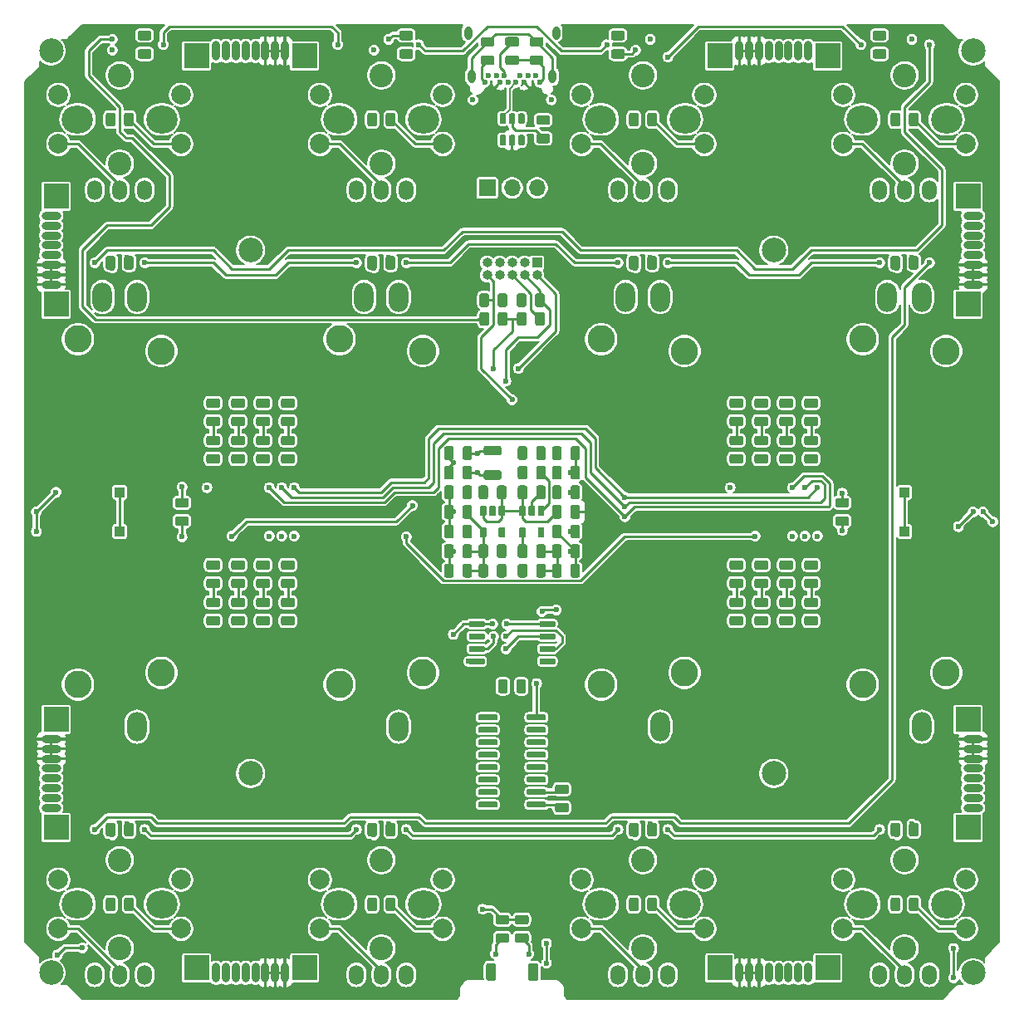
<source format=gbr>
G04 #@! TF.GenerationSoftware,KiCad,Pcbnew,(5.1.5)-3*
G04 #@! TF.CreationDate,2020-04-06T16:28:19+02:00*
G04 #@! TF.ProjectId,PBF4,50424634-2e6b-4696-9361-645f70636258,rev?*
G04 #@! TF.SameCoordinates,Original*
G04 #@! TF.FileFunction,Copper,L4,Bot*
G04 #@! TF.FilePolarity,Positive*
%FSLAX46Y46*%
G04 Gerber Fmt 4.6, Leading zero omitted, Abs format (unit mm)*
G04 Created by KiCad (PCBNEW (5.1.5)-3) date 2020-04-06 16:28:19*
%MOMM*%
%LPD*%
G04 APERTURE LIST*
%ADD10C,2.800000*%
%ADD11O,2.000000X3.000000*%
%ADD12C,2.400000*%
%ADD13C,2.000000*%
%ADD14C,0.100000*%
%ADD15C,2.500000*%
%ADD16C,0.600000*%
%ADD17O,0.800000X1.400000*%
%ADD18R,1.000000X1.000000*%
%ADD19R,2.500000X2.500000*%
%ADD20O,0.800000X2.000000*%
%ADD21O,3.200000X2.800000*%
%ADD22O,1.500000X2.000000*%
%ADD23O,2.000000X0.800000*%
%ADD24O,1.000000X1.000000*%
%ADD25O,1.700000X1.700000*%
%ADD26R,1.700000X1.700000*%
%ADD27C,0.250000*%
%ADD28C,0.254000*%
%ADD29C,0.152400*%
G04 APERTURE END LIST*
D10*
X55745000Y-117600000D03*
X64245000Y-116400000D03*
X55745000Y-82400000D03*
X64245000Y-83600000D03*
D11*
X61745000Y-121900000D03*
X58245000Y-78100000D03*
X61745000Y-78100000D03*
D12*
X86665000Y-64495000D03*
X86665000Y-55495000D03*
D13*
X80415000Y-62495000D03*
X92915000Y-57495000D03*
X92915000Y-62495000D03*
X80415000Y-57495000D03*
G04 #@! TA.AperFunction,ComponentPad*
D14*
G36*
X98124504Y-146001204D02*
G01*
X98148773Y-146004804D01*
X98172571Y-146010765D01*
X98195671Y-146019030D01*
X98217849Y-146029520D01*
X98238893Y-146042133D01*
X98258598Y-146056747D01*
X98276777Y-146073223D01*
X98293253Y-146091402D01*
X98307867Y-146111107D01*
X98320480Y-146132151D01*
X98330970Y-146154329D01*
X98339235Y-146177429D01*
X98345196Y-146201227D01*
X98348796Y-146225496D01*
X98350000Y-146250000D01*
X98350000Y-147550000D01*
X98348796Y-147574504D01*
X98345196Y-147598773D01*
X98339235Y-147622571D01*
X98330970Y-147645671D01*
X98320480Y-147667849D01*
X98307867Y-147688893D01*
X98293253Y-147708598D01*
X98276777Y-147726777D01*
X98258598Y-147743253D01*
X98238893Y-147757867D01*
X98217849Y-147770480D01*
X98195671Y-147780970D01*
X98172571Y-147789235D01*
X98148773Y-147795196D01*
X98124504Y-147798796D01*
X98100000Y-147800000D01*
X97600000Y-147800000D01*
X97575496Y-147798796D01*
X97551227Y-147795196D01*
X97527429Y-147789235D01*
X97504329Y-147780970D01*
X97482151Y-147770480D01*
X97461107Y-147757867D01*
X97441402Y-147743253D01*
X97423223Y-147726777D01*
X97406747Y-147708598D01*
X97392133Y-147688893D01*
X97379520Y-147667849D01*
X97369030Y-147645671D01*
X97360765Y-147622571D01*
X97354804Y-147598773D01*
X97351204Y-147574504D01*
X97350000Y-147550000D01*
X97350000Y-146250000D01*
X97351204Y-146225496D01*
X97354804Y-146201227D01*
X97360765Y-146177429D01*
X97369030Y-146154329D01*
X97379520Y-146132151D01*
X97392133Y-146111107D01*
X97406747Y-146091402D01*
X97423223Y-146073223D01*
X97441402Y-146056747D01*
X97461107Y-146042133D01*
X97482151Y-146029520D01*
X97504329Y-146019030D01*
X97527429Y-146010765D01*
X97551227Y-146004804D01*
X97575496Y-146001204D01*
X97600000Y-146000000D01*
X98100000Y-146000000D01*
X98124504Y-146001204D01*
G37*
G04 #@! TD.AperFunction*
G04 #@! TA.AperFunction,ComponentPad*
G36*
X102424504Y-146001204D02*
G01*
X102448773Y-146004804D01*
X102472571Y-146010765D01*
X102495671Y-146019030D01*
X102517849Y-146029520D01*
X102538893Y-146042133D01*
X102558598Y-146056747D01*
X102576777Y-146073223D01*
X102593253Y-146091402D01*
X102607867Y-146111107D01*
X102620480Y-146132151D01*
X102630970Y-146154329D01*
X102639235Y-146177429D01*
X102645196Y-146201227D01*
X102648796Y-146225496D01*
X102650000Y-146250000D01*
X102650000Y-147550000D01*
X102648796Y-147574504D01*
X102645196Y-147598773D01*
X102639235Y-147622571D01*
X102630970Y-147645671D01*
X102620480Y-147667849D01*
X102607867Y-147688893D01*
X102593253Y-147708598D01*
X102576777Y-147726777D01*
X102558598Y-147743253D01*
X102538893Y-147757867D01*
X102517849Y-147770480D01*
X102495671Y-147780970D01*
X102472571Y-147789235D01*
X102448773Y-147795196D01*
X102424504Y-147798796D01*
X102400000Y-147800000D01*
X101900000Y-147800000D01*
X101875496Y-147798796D01*
X101851227Y-147795196D01*
X101827429Y-147789235D01*
X101804329Y-147780970D01*
X101782151Y-147770480D01*
X101761107Y-147757867D01*
X101741402Y-147743253D01*
X101723223Y-147726777D01*
X101706747Y-147708598D01*
X101692133Y-147688893D01*
X101679520Y-147667849D01*
X101669030Y-147645671D01*
X101660765Y-147622571D01*
X101654804Y-147598773D01*
X101651204Y-147574504D01*
X101650000Y-147550000D01*
X101650000Y-146250000D01*
X101651204Y-146225496D01*
X101654804Y-146201227D01*
X101660765Y-146177429D01*
X101669030Y-146154329D01*
X101679520Y-146132151D01*
X101692133Y-146111107D01*
X101706747Y-146091402D01*
X101723223Y-146073223D01*
X101741402Y-146056747D01*
X101761107Y-146042133D01*
X101782151Y-146029520D01*
X101804329Y-146019030D01*
X101827429Y-146010765D01*
X101851227Y-146004804D01*
X101875496Y-146001204D01*
X101900000Y-146000000D01*
X102400000Y-146000000D01*
X102424504Y-146001204D01*
G37*
G04 #@! TD.AperFunction*
D10*
X135755000Y-117600000D03*
X144255000Y-116400000D03*
X135755000Y-82400000D03*
X144255000Y-83600000D03*
D11*
X141755000Y-121900000D03*
X138255000Y-78100000D03*
X141755000Y-78100000D03*
D10*
X109085000Y-117600000D03*
X117585000Y-116400000D03*
X109085000Y-82400000D03*
X117585000Y-83600000D03*
D11*
X115085000Y-121900000D03*
X111585000Y-78100000D03*
X115085000Y-78100000D03*
D10*
X82415000Y-117600000D03*
X90915000Y-116400000D03*
X82415000Y-82400000D03*
X90915000Y-83600000D03*
D11*
X88415000Y-121900000D03*
X84915000Y-78100000D03*
X88415000Y-78100000D03*
G04 #@! TA.AperFunction,SMDPad,CuDef*
D14*
G36*
X63015142Y-52826174D02*
G01*
X63038803Y-52829684D01*
X63062007Y-52835496D01*
X63084529Y-52843554D01*
X63106153Y-52853782D01*
X63126670Y-52866079D01*
X63145883Y-52880329D01*
X63163607Y-52896393D01*
X63179671Y-52914117D01*
X63193921Y-52933330D01*
X63206218Y-52953847D01*
X63216446Y-52975471D01*
X63224504Y-52997993D01*
X63230316Y-53021197D01*
X63233826Y-53044858D01*
X63235000Y-53068750D01*
X63235000Y-53556250D01*
X63233826Y-53580142D01*
X63230316Y-53603803D01*
X63224504Y-53627007D01*
X63216446Y-53649529D01*
X63206218Y-53671153D01*
X63193921Y-53691670D01*
X63179671Y-53710883D01*
X63163607Y-53728607D01*
X63145883Y-53744671D01*
X63126670Y-53758921D01*
X63106153Y-53771218D01*
X63084529Y-53781446D01*
X63062007Y-53789504D01*
X63038803Y-53795316D01*
X63015142Y-53798826D01*
X62991250Y-53800000D01*
X62078750Y-53800000D01*
X62054858Y-53798826D01*
X62031197Y-53795316D01*
X62007993Y-53789504D01*
X61985471Y-53781446D01*
X61963847Y-53771218D01*
X61943330Y-53758921D01*
X61924117Y-53744671D01*
X61906393Y-53728607D01*
X61890329Y-53710883D01*
X61876079Y-53691670D01*
X61863782Y-53671153D01*
X61853554Y-53649529D01*
X61845496Y-53627007D01*
X61839684Y-53603803D01*
X61836174Y-53580142D01*
X61835000Y-53556250D01*
X61835000Y-53068750D01*
X61836174Y-53044858D01*
X61839684Y-53021197D01*
X61845496Y-52997993D01*
X61853554Y-52975471D01*
X61863782Y-52953847D01*
X61876079Y-52933330D01*
X61890329Y-52914117D01*
X61906393Y-52896393D01*
X61924117Y-52880329D01*
X61943330Y-52866079D01*
X61963847Y-52853782D01*
X61985471Y-52843554D01*
X62007993Y-52835496D01*
X62031197Y-52829684D01*
X62054858Y-52826174D01*
X62078750Y-52825000D01*
X62991250Y-52825000D01*
X63015142Y-52826174D01*
G37*
G04 #@! TD.AperFunction*
G04 #@! TA.AperFunction,SMDPad,CuDef*
G36*
X63015142Y-50951174D02*
G01*
X63038803Y-50954684D01*
X63062007Y-50960496D01*
X63084529Y-50968554D01*
X63106153Y-50978782D01*
X63126670Y-50991079D01*
X63145883Y-51005329D01*
X63163607Y-51021393D01*
X63179671Y-51039117D01*
X63193921Y-51058330D01*
X63206218Y-51078847D01*
X63216446Y-51100471D01*
X63224504Y-51122993D01*
X63230316Y-51146197D01*
X63233826Y-51169858D01*
X63235000Y-51193750D01*
X63235000Y-51681250D01*
X63233826Y-51705142D01*
X63230316Y-51728803D01*
X63224504Y-51752007D01*
X63216446Y-51774529D01*
X63206218Y-51796153D01*
X63193921Y-51816670D01*
X63179671Y-51835883D01*
X63163607Y-51853607D01*
X63145883Y-51869671D01*
X63126670Y-51883921D01*
X63106153Y-51896218D01*
X63084529Y-51906446D01*
X63062007Y-51914504D01*
X63038803Y-51920316D01*
X63015142Y-51923826D01*
X62991250Y-51925000D01*
X62078750Y-51925000D01*
X62054858Y-51923826D01*
X62031197Y-51920316D01*
X62007993Y-51914504D01*
X61985471Y-51906446D01*
X61963847Y-51896218D01*
X61943330Y-51883921D01*
X61924117Y-51869671D01*
X61906393Y-51853607D01*
X61890329Y-51835883D01*
X61876079Y-51816670D01*
X61863782Y-51796153D01*
X61853554Y-51774529D01*
X61845496Y-51752007D01*
X61839684Y-51728803D01*
X61836174Y-51705142D01*
X61835000Y-51681250D01*
X61835000Y-51193750D01*
X61836174Y-51169858D01*
X61839684Y-51146197D01*
X61845496Y-51122993D01*
X61853554Y-51100471D01*
X61863782Y-51078847D01*
X61876079Y-51058330D01*
X61890329Y-51039117D01*
X61906393Y-51021393D01*
X61924117Y-51005329D01*
X61943330Y-50991079D01*
X61963847Y-50978782D01*
X61985471Y-50968554D01*
X62007993Y-50960496D01*
X62031197Y-50954684D01*
X62054858Y-50951174D01*
X62078750Y-50950000D01*
X62991250Y-50950000D01*
X63015142Y-50951174D01*
G37*
G04 #@! TD.AperFunction*
G04 #@! TA.AperFunction,SMDPad,CuDef*
G36*
X139335142Y-131686174D02*
G01*
X139358803Y-131689684D01*
X139382007Y-131695496D01*
X139404529Y-131703554D01*
X139426153Y-131713782D01*
X139446670Y-131726079D01*
X139465883Y-131740329D01*
X139483607Y-131756393D01*
X139499671Y-131774117D01*
X139513921Y-131793330D01*
X139526218Y-131813847D01*
X139536446Y-131835471D01*
X139544504Y-131857993D01*
X139550316Y-131881197D01*
X139553826Y-131904858D01*
X139555000Y-131928750D01*
X139555000Y-132841250D01*
X139553826Y-132865142D01*
X139550316Y-132888803D01*
X139544504Y-132912007D01*
X139536446Y-132934529D01*
X139526218Y-132956153D01*
X139513921Y-132976670D01*
X139499671Y-132995883D01*
X139483607Y-133013607D01*
X139465883Y-133029671D01*
X139446670Y-133043921D01*
X139426153Y-133056218D01*
X139404529Y-133066446D01*
X139382007Y-133074504D01*
X139358803Y-133080316D01*
X139335142Y-133083826D01*
X139311250Y-133085000D01*
X138823750Y-133085000D01*
X138799858Y-133083826D01*
X138776197Y-133080316D01*
X138752993Y-133074504D01*
X138730471Y-133066446D01*
X138708847Y-133056218D01*
X138688330Y-133043921D01*
X138669117Y-133029671D01*
X138651393Y-133013607D01*
X138635329Y-132995883D01*
X138621079Y-132976670D01*
X138608782Y-132956153D01*
X138598554Y-132934529D01*
X138590496Y-132912007D01*
X138584684Y-132888803D01*
X138581174Y-132865142D01*
X138580000Y-132841250D01*
X138580000Y-131928750D01*
X138581174Y-131904858D01*
X138584684Y-131881197D01*
X138590496Y-131857993D01*
X138598554Y-131835471D01*
X138608782Y-131813847D01*
X138621079Y-131793330D01*
X138635329Y-131774117D01*
X138651393Y-131756393D01*
X138669117Y-131740329D01*
X138688330Y-131726079D01*
X138708847Y-131713782D01*
X138730471Y-131703554D01*
X138752993Y-131695496D01*
X138776197Y-131689684D01*
X138799858Y-131686174D01*
X138823750Y-131685000D01*
X139311250Y-131685000D01*
X139335142Y-131686174D01*
G37*
G04 #@! TD.AperFunction*
G04 #@! TA.AperFunction,SMDPad,CuDef*
G36*
X141210142Y-131686174D02*
G01*
X141233803Y-131689684D01*
X141257007Y-131695496D01*
X141279529Y-131703554D01*
X141301153Y-131713782D01*
X141321670Y-131726079D01*
X141340883Y-131740329D01*
X141358607Y-131756393D01*
X141374671Y-131774117D01*
X141388921Y-131793330D01*
X141401218Y-131813847D01*
X141411446Y-131835471D01*
X141419504Y-131857993D01*
X141425316Y-131881197D01*
X141428826Y-131904858D01*
X141430000Y-131928750D01*
X141430000Y-132841250D01*
X141428826Y-132865142D01*
X141425316Y-132888803D01*
X141419504Y-132912007D01*
X141411446Y-132934529D01*
X141401218Y-132956153D01*
X141388921Y-132976670D01*
X141374671Y-132995883D01*
X141358607Y-133013607D01*
X141340883Y-133029671D01*
X141321670Y-133043921D01*
X141301153Y-133056218D01*
X141279529Y-133066446D01*
X141257007Y-133074504D01*
X141233803Y-133080316D01*
X141210142Y-133083826D01*
X141186250Y-133085000D01*
X140698750Y-133085000D01*
X140674858Y-133083826D01*
X140651197Y-133080316D01*
X140627993Y-133074504D01*
X140605471Y-133066446D01*
X140583847Y-133056218D01*
X140563330Y-133043921D01*
X140544117Y-133029671D01*
X140526393Y-133013607D01*
X140510329Y-132995883D01*
X140496079Y-132976670D01*
X140483782Y-132956153D01*
X140473554Y-132934529D01*
X140465496Y-132912007D01*
X140459684Y-132888803D01*
X140456174Y-132865142D01*
X140455000Y-132841250D01*
X140455000Y-131928750D01*
X140456174Y-131904858D01*
X140459684Y-131881197D01*
X140465496Y-131857993D01*
X140473554Y-131835471D01*
X140483782Y-131813847D01*
X140496079Y-131793330D01*
X140510329Y-131774117D01*
X140526393Y-131756393D01*
X140544117Y-131740329D01*
X140563330Y-131726079D01*
X140583847Y-131713782D01*
X140605471Y-131703554D01*
X140627993Y-131695496D01*
X140651197Y-131689684D01*
X140674858Y-131686174D01*
X140698750Y-131685000D01*
X141186250Y-131685000D01*
X141210142Y-131686174D01*
G37*
G04 #@! TD.AperFunction*
G04 #@! TA.AperFunction,SMDPad,CuDef*
G36*
X139335142Y-73901174D02*
G01*
X139358803Y-73904684D01*
X139382007Y-73910496D01*
X139404529Y-73918554D01*
X139426153Y-73928782D01*
X139446670Y-73941079D01*
X139465883Y-73955329D01*
X139483607Y-73971393D01*
X139499671Y-73989117D01*
X139513921Y-74008330D01*
X139526218Y-74028847D01*
X139536446Y-74050471D01*
X139544504Y-74072993D01*
X139550316Y-74096197D01*
X139553826Y-74119858D01*
X139555000Y-74143750D01*
X139555000Y-75056250D01*
X139553826Y-75080142D01*
X139550316Y-75103803D01*
X139544504Y-75127007D01*
X139536446Y-75149529D01*
X139526218Y-75171153D01*
X139513921Y-75191670D01*
X139499671Y-75210883D01*
X139483607Y-75228607D01*
X139465883Y-75244671D01*
X139446670Y-75258921D01*
X139426153Y-75271218D01*
X139404529Y-75281446D01*
X139382007Y-75289504D01*
X139358803Y-75295316D01*
X139335142Y-75298826D01*
X139311250Y-75300000D01*
X138823750Y-75300000D01*
X138799858Y-75298826D01*
X138776197Y-75295316D01*
X138752993Y-75289504D01*
X138730471Y-75281446D01*
X138708847Y-75271218D01*
X138688330Y-75258921D01*
X138669117Y-75244671D01*
X138651393Y-75228607D01*
X138635329Y-75210883D01*
X138621079Y-75191670D01*
X138608782Y-75171153D01*
X138598554Y-75149529D01*
X138590496Y-75127007D01*
X138584684Y-75103803D01*
X138581174Y-75080142D01*
X138580000Y-75056250D01*
X138580000Y-74143750D01*
X138581174Y-74119858D01*
X138584684Y-74096197D01*
X138590496Y-74072993D01*
X138598554Y-74050471D01*
X138608782Y-74028847D01*
X138621079Y-74008330D01*
X138635329Y-73989117D01*
X138651393Y-73971393D01*
X138669117Y-73955329D01*
X138688330Y-73941079D01*
X138708847Y-73928782D01*
X138730471Y-73918554D01*
X138752993Y-73910496D01*
X138776197Y-73904684D01*
X138799858Y-73901174D01*
X138823750Y-73900000D01*
X139311250Y-73900000D01*
X139335142Y-73901174D01*
G37*
G04 #@! TD.AperFunction*
G04 #@! TA.AperFunction,SMDPad,CuDef*
G36*
X141210142Y-73901174D02*
G01*
X141233803Y-73904684D01*
X141257007Y-73910496D01*
X141279529Y-73918554D01*
X141301153Y-73928782D01*
X141321670Y-73941079D01*
X141340883Y-73955329D01*
X141358607Y-73971393D01*
X141374671Y-73989117D01*
X141388921Y-74008330D01*
X141401218Y-74028847D01*
X141411446Y-74050471D01*
X141419504Y-74072993D01*
X141425316Y-74096197D01*
X141428826Y-74119858D01*
X141430000Y-74143750D01*
X141430000Y-75056250D01*
X141428826Y-75080142D01*
X141425316Y-75103803D01*
X141419504Y-75127007D01*
X141411446Y-75149529D01*
X141401218Y-75171153D01*
X141388921Y-75191670D01*
X141374671Y-75210883D01*
X141358607Y-75228607D01*
X141340883Y-75244671D01*
X141321670Y-75258921D01*
X141301153Y-75271218D01*
X141279529Y-75281446D01*
X141257007Y-75289504D01*
X141233803Y-75295316D01*
X141210142Y-75298826D01*
X141186250Y-75300000D01*
X140698750Y-75300000D01*
X140674858Y-75298826D01*
X140651197Y-75295316D01*
X140627993Y-75289504D01*
X140605471Y-75281446D01*
X140583847Y-75271218D01*
X140563330Y-75258921D01*
X140544117Y-75244671D01*
X140526393Y-75228607D01*
X140510329Y-75210883D01*
X140496079Y-75191670D01*
X140483782Y-75171153D01*
X140473554Y-75149529D01*
X140465496Y-75127007D01*
X140459684Y-75103803D01*
X140456174Y-75080142D01*
X140455000Y-75056250D01*
X140455000Y-74143750D01*
X140456174Y-74119858D01*
X140459684Y-74096197D01*
X140465496Y-74072993D01*
X140473554Y-74050471D01*
X140483782Y-74028847D01*
X140496079Y-74008330D01*
X140510329Y-73989117D01*
X140526393Y-73971393D01*
X140544117Y-73955329D01*
X140563330Y-73941079D01*
X140583847Y-73928782D01*
X140605471Y-73918554D01*
X140627993Y-73910496D01*
X140651197Y-73904684D01*
X140674858Y-73901174D01*
X140698750Y-73900000D01*
X141186250Y-73900000D01*
X141210142Y-73901174D01*
G37*
G04 #@! TD.AperFunction*
G04 #@! TA.AperFunction,SMDPad,CuDef*
G36*
X137945142Y-52826174D02*
G01*
X137968803Y-52829684D01*
X137992007Y-52835496D01*
X138014529Y-52843554D01*
X138036153Y-52853782D01*
X138056670Y-52866079D01*
X138075883Y-52880329D01*
X138093607Y-52896393D01*
X138109671Y-52914117D01*
X138123921Y-52933330D01*
X138136218Y-52953847D01*
X138146446Y-52975471D01*
X138154504Y-52997993D01*
X138160316Y-53021197D01*
X138163826Y-53044858D01*
X138165000Y-53068750D01*
X138165000Y-53556250D01*
X138163826Y-53580142D01*
X138160316Y-53603803D01*
X138154504Y-53627007D01*
X138146446Y-53649529D01*
X138136218Y-53671153D01*
X138123921Y-53691670D01*
X138109671Y-53710883D01*
X138093607Y-53728607D01*
X138075883Y-53744671D01*
X138056670Y-53758921D01*
X138036153Y-53771218D01*
X138014529Y-53781446D01*
X137992007Y-53789504D01*
X137968803Y-53795316D01*
X137945142Y-53798826D01*
X137921250Y-53800000D01*
X137008750Y-53800000D01*
X136984858Y-53798826D01*
X136961197Y-53795316D01*
X136937993Y-53789504D01*
X136915471Y-53781446D01*
X136893847Y-53771218D01*
X136873330Y-53758921D01*
X136854117Y-53744671D01*
X136836393Y-53728607D01*
X136820329Y-53710883D01*
X136806079Y-53691670D01*
X136793782Y-53671153D01*
X136783554Y-53649529D01*
X136775496Y-53627007D01*
X136769684Y-53603803D01*
X136766174Y-53580142D01*
X136765000Y-53556250D01*
X136765000Y-53068750D01*
X136766174Y-53044858D01*
X136769684Y-53021197D01*
X136775496Y-52997993D01*
X136783554Y-52975471D01*
X136793782Y-52953847D01*
X136806079Y-52933330D01*
X136820329Y-52914117D01*
X136836393Y-52896393D01*
X136854117Y-52880329D01*
X136873330Y-52866079D01*
X136893847Y-52853782D01*
X136915471Y-52843554D01*
X136937993Y-52835496D01*
X136961197Y-52829684D01*
X136984858Y-52826174D01*
X137008750Y-52825000D01*
X137921250Y-52825000D01*
X137945142Y-52826174D01*
G37*
G04 #@! TD.AperFunction*
G04 #@! TA.AperFunction,SMDPad,CuDef*
G36*
X137945142Y-50951174D02*
G01*
X137968803Y-50954684D01*
X137992007Y-50960496D01*
X138014529Y-50968554D01*
X138036153Y-50978782D01*
X138056670Y-50991079D01*
X138075883Y-51005329D01*
X138093607Y-51021393D01*
X138109671Y-51039117D01*
X138123921Y-51058330D01*
X138136218Y-51078847D01*
X138146446Y-51100471D01*
X138154504Y-51122993D01*
X138160316Y-51146197D01*
X138163826Y-51169858D01*
X138165000Y-51193750D01*
X138165000Y-51681250D01*
X138163826Y-51705142D01*
X138160316Y-51728803D01*
X138154504Y-51752007D01*
X138146446Y-51774529D01*
X138136218Y-51796153D01*
X138123921Y-51816670D01*
X138109671Y-51835883D01*
X138093607Y-51853607D01*
X138075883Y-51869671D01*
X138056670Y-51883921D01*
X138036153Y-51896218D01*
X138014529Y-51906446D01*
X137992007Y-51914504D01*
X137968803Y-51920316D01*
X137945142Y-51923826D01*
X137921250Y-51925000D01*
X137008750Y-51925000D01*
X136984858Y-51923826D01*
X136961197Y-51920316D01*
X136937993Y-51914504D01*
X136915471Y-51906446D01*
X136893847Y-51896218D01*
X136873330Y-51883921D01*
X136854117Y-51869671D01*
X136836393Y-51853607D01*
X136820329Y-51835883D01*
X136806079Y-51816670D01*
X136793782Y-51796153D01*
X136783554Y-51774529D01*
X136775496Y-51752007D01*
X136769684Y-51728803D01*
X136766174Y-51705142D01*
X136765000Y-51681250D01*
X136765000Y-51193750D01*
X136766174Y-51169858D01*
X136769684Y-51146197D01*
X136775496Y-51122993D01*
X136783554Y-51100471D01*
X136793782Y-51078847D01*
X136806079Y-51058330D01*
X136820329Y-51039117D01*
X136836393Y-51021393D01*
X136854117Y-51005329D01*
X136873330Y-50991079D01*
X136893847Y-50978782D01*
X136915471Y-50968554D01*
X136937993Y-50960496D01*
X136961197Y-50954684D01*
X136984858Y-50951174D01*
X137008750Y-50950000D01*
X137921250Y-50950000D01*
X137945142Y-50951174D01*
G37*
G04 #@! TD.AperFunction*
G04 #@! TA.AperFunction,SMDPad,CuDef*
G36*
X112665142Y-131686174D02*
G01*
X112688803Y-131689684D01*
X112712007Y-131695496D01*
X112734529Y-131703554D01*
X112756153Y-131713782D01*
X112776670Y-131726079D01*
X112795883Y-131740329D01*
X112813607Y-131756393D01*
X112829671Y-131774117D01*
X112843921Y-131793330D01*
X112856218Y-131813847D01*
X112866446Y-131835471D01*
X112874504Y-131857993D01*
X112880316Y-131881197D01*
X112883826Y-131904858D01*
X112885000Y-131928750D01*
X112885000Y-132841250D01*
X112883826Y-132865142D01*
X112880316Y-132888803D01*
X112874504Y-132912007D01*
X112866446Y-132934529D01*
X112856218Y-132956153D01*
X112843921Y-132976670D01*
X112829671Y-132995883D01*
X112813607Y-133013607D01*
X112795883Y-133029671D01*
X112776670Y-133043921D01*
X112756153Y-133056218D01*
X112734529Y-133066446D01*
X112712007Y-133074504D01*
X112688803Y-133080316D01*
X112665142Y-133083826D01*
X112641250Y-133085000D01*
X112153750Y-133085000D01*
X112129858Y-133083826D01*
X112106197Y-133080316D01*
X112082993Y-133074504D01*
X112060471Y-133066446D01*
X112038847Y-133056218D01*
X112018330Y-133043921D01*
X111999117Y-133029671D01*
X111981393Y-133013607D01*
X111965329Y-132995883D01*
X111951079Y-132976670D01*
X111938782Y-132956153D01*
X111928554Y-132934529D01*
X111920496Y-132912007D01*
X111914684Y-132888803D01*
X111911174Y-132865142D01*
X111910000Y-132841250D01*
X111910000Y-131928750D01*
X111911174Y-131904858D01*
X111914684Y-131881197D01*
X111920496Y-131857993D01*
X111928554Y-131835471D01*
X111938782Y-131813847D01*
X111951079Y-131793330D01*
X111965329Y-131774117D01*
X111981393Y-131756393D01*
X111999117Y-131740329D01*
X112018330Y-131726079D01*
X112038847Y-131713782D01*
X112060471Y-131703554D01*
X112082993Y-131695496D01*
X112106197Y-131689684D01*
X112129858Y-131686174D01*
X112153750Y-131685000D01*
X112641250Y-131685000D01*
X112665142Y-131686174D01*
G37*
G04 #@! TD.AperFunction*
G04 #@! TA.AperFunction,SMDPad,CuDef*
G36*
X114540142Y-131686174D02*
G01*
X114563803Y-131689684D01*
X114587007Y-131695496D01*
X114609529Y-131703554D01*
X114631153Y-131713782D01*
X114651670Y-131726079D01*
X114670883Y-131740329D01*
X114688607Y-131756393D01*
X114704671Y-131774117D01*
X114718921Y-131793330D01*
X114731218Y-131813847D01*
X114741446Y-131835471D01*
X114749504Y-131857993D01*
X114755316Y-131881197D01*
X114758826Y-131904858D01*
X114760000Y-131928750D01*
X114760000Y-132841250D01*
X114758826Y-132865142D01*
X114755316Y-132888803D01*
X114749504Y-132912007D01*
X114741446Y-132934529D01*
X114731218Y-132956153D01*
X114718921Y-132976670D01*
X114704671Y-132995883D01*
X114688607Y-133013607D01*
X114670883Y-133029671D01*
X114651670Y-133043921D01*
X114631153Y-133056218D01*
X114609529Y-133066446D01*
X114587007Y-133074504D01*
X114563803Y-133080316D01*
X114540142Y-133083826D01*
X114516250Y-133085000D01*
X114028750Y-133085000D01*
X114004858Y-133083826D01*
X113981197Y-133080316D01*
X113957993Y-133074504D01*
X113935471Y-133066446D01*
X113913847Y-133056218D01*
X113893330Y-133043921D01*
X113874117Y-133029671D01*
X113856393Y-133013607D01*
X113840329Y-132995883D01*
X113826079Y-132976670D01*
X113813782Y-132956153D01*
X113803554Y-132934529D01*
X113795496Y-132912007D01*
X113789684Y-132888803D01*
X113786174Y-132865142D01*
X113785000Y-132841250D01*
X113785000Y-131928750D01*
X113786174Y-131904858D01*
X113789684Y-131881197D01*
X113795496Y-131857993D01*
X113803554Y-131835471D01*
X113813782Y-131813847D01*
X113826079Y-131793330D01*
X113840329Y-131774117D01*
X113856393Y-131756393D01*
X113874117Y-131740329D01*
X113893330Y-131726079D01*
X113913847Y-131713782D01*
X113935471Y-131703554D01*
X113957993Y-131695496D01*
X113981197Y-131689684D01*
X114004858Y-131686174D01*
X114028750Y-131685000D01*
X114516250Y-131685000D01*
X114540142Y-131686174D01*
G37*
G04 #@! TD.AperFunction*
G04 #@! TA.AperFunction,SMDPad,CuDef*
G36*
X112665142Y-73901174D02*
G01*
X112688803Y-73904684D01*
X112712007Y-73910496D01*
X112734529Y-73918554D01*
X112756153Y-73928782D01*
X112776670Y-73941079D01*
X112795883Y-73955329D01*
X112813607Y-73971393D01*
X112829671Y-73989117D01*
X112843921Y-74008330D01*
X112856218Y-74028847D01*
X112866446Y-74050471D01*
X112874504Y-74072993D01*
X112880316Y-74096197D01*
X112883826Y-74119858D01*
X112885000Y-74143750D01*
X112885000Y-75056250D01*
X112883826Y-75080142D01*
X112880316Y-75103803D01*
X112874504Y-75127007D01*
X112866446Y-75149529D01*
X112856218Y-75171153D01*
X112843921Y-75191670D01*
X112829671Y-75210883D01*
X112813607Y-75228607D01*
X112795883Y-75244671D01*
X112776670Y-75258921D01*
X112756153Y-75271218D01*
X112734529Y-75281446D01*
X112712007Y-75289504D01*
X112688803Y-75295316D01*
X112665142Y-75298826D01*
X112641250Y-75300000D01*
X112153750Y-75300000D01*
X112129858Y-75298826D01*
X112106197Y-75295316D01*
X112082993Y-75289504D01*
X112060471Y-75281446D01*
X112038847Y-75271218D01*
X112018330Y-75258921D01*
X111999117Y-75244671D01*
X111981393Y-75228607D01*
X111965329Y-75210883D01*
X111951079Y-75191670D01*
X111938782Y-75171153D01*
X111928554Y-75149529D01*
X111920496Y-75127007D01*
X111914684Y-75103803D01*
X111911174Y-75080142D01*
X111910000Y-75056250D01*
X111910000Y-74143750D01*
X111911174Y-74119858D01*
X111914684Y-74096197D01*
X111920496Y-74072993D01*
X111928554Y-74050471D01*
X111938782Y-74028847D01*
X111951079Y-74008330D01*
X111965329Y-73989117D01*
X111981393Y-73971393D01*
X111999117Y-73955329D01*
X112018330Y-73941079D01*
X112038847Y-73928782D01*
X112060471Y-73918554D01*
X112082993Y-73910496D01*
X112106197Y-73904684D01*
X112129858Y-73901174D01*
X112153750Y-73900000D01*
X112641250Y-73900000D01*
X112665142Y-73901174D01*
G37*
G04 #@! TD.AperFunction*
G04 #@! TA.AperFunction,SMDPad,CuDef*
G36*
X114540142Y-73901174D02*
G01*
X114563803Y-73904684D01*
X114587007Y-73910496D01*
X114609529Y-73918554D01*
X114631153Y-73928782D01*
X114651670Y-73941079D01*
X114670883Y-73955329D01*
X114688607Y-73971393D01*
X114704671Y-73989117D01*
X114718921Y-74008330D01*
X114731218Y-74028847D01*
X114741446Y-74050471D01*
X114749504Y-74072993D01*
X114755316Y-74096197D01*
X114758826Y-74119858D01*
X114760000Y-74143750D01*
X114760000Y-75056250D01*
X114758826Y-75080142D01*
X114755316Y-75103803D01*
X114749504Y-75127007D01*
X114741446Y-75149529D01*
X114731218Y-75171153D01*
X114718921Y-75191670D01*
X114704671Y-75210883D01*
X114688607Y-75228607D01*
X114670883Y-75244671D01*
X114651670Y-75258921D01*
X114631153Y-75271218D01*
X114609529Y-75281446D01*
X114587007Y-75289504D01*
X114563803Y-75295316D01*
X114540142Y-75298826D01*
X114516250Y-75300000D01*
X114028750Y-75300000D01*
X114004858Y-75298826D01*
X113981197Y-75295316D01*
X113957993Y-75289504D01*
X113935471Y-75281446D01*
X113913847Y-75271218D01*
X113893330Y-75258921D01*
X113874117Y-75244671D01*
X113856393Y-75228607D01*
X113840329Y-75210883D01*
X113826079Y-75191670D01*
X113813782Y-75171153D01*
X113803554Y-75149529D01*
X113795496Y-75127007D01*
X113789684Y-75103803D01*
X113786174Y-75080142D01*
X113785000Y-75056250D01*
X113785000Y-74143750D01*
X113786174Y-74119858D01*
X113789684Y-74096197D01*
X113795496Y-74072993D01*
X113803554Y-74050471D01*
X113813782Y-74028847D01*
X113826079Y-74008330D01*
X113840329Y-73989117D01*
X113856393Y-73971393D01*
X113874117Y-73955329D01*
X113893330Y-73941079D01*
X113913847Y-73928782D01*
X113935471Y-73918554D01*
X113957993Y-73910496D01*
X113981197Y-73904684D01*
X114004858Y-73901174D01*
X114028750Y-73900000D01*
X114516250Y-73900000D01*
X114540142Y-73901174D01*
G37*
G04 #@! TD.AperFunction*
G04 #@! TA.AperFunction,SMDPad,CuDef*
G36*
X111275142Y-52826174D02*
G01*
X111298803Y-52829684D01*
X111322007Y-52835496D01*
X111344529Y-52843554D01*
X111366153Y-52853782D01*
X111386670Y-52866079D01*
X111405883Y-52880329D01*
X111423607Y-52896393D01*
X111439671Y-52914117D01*
X111453921Y-52933330D01*
X111466218Y-52953847D01*
X111476446Y-52975471D01*
X111484504Y-52997993D01*
X111490316Y-53021197D01*
X111493826Y-53044858D01*
X111495000Y-53068750D01*
X111495000Y-53556250D01*
X111493826Y-53580142D01*
X111490316Y-53603803D01*
X111484504Y-53627007D01*
X111476446Y-53649529D01*
X111466218Y-53671153D01*
X111453921Y-53691670D01*
X111439671Y-53710883D01*
X111423607Y-53728607D01*
X111405883Y-53744671D01*
X111386670Y-53758921D01*
X111366153Y-53771218D01*
X111344529Y-53781446D01*
X111322007Y-53789504D01*
X111298803Y-53795316D01*
X111275142Y-53798826D01*
X111251250Y-53800000D01*
X110338750Y-53800000D01*
X110314858Y-53798826D01*
X110291197Y-53795316D01*
X110267993Y-53789504D01*
X110245471Y-53781446D01*
X110223847Y-53771218D01*
X110203330Y-53758921D01*
X110184117Y-53744671D01*
X110166393Y-53728607D01*
X110150329Y-53710883D01*
X110136079Y-53691670D01*
X110123782Y-53671153D01*
X110113554Y-53649529D01*
X110105496Y-53627007D01*
X110099684Y-53603803D01*
X110096174Y-53580142D01*
X110095000Y-53556250D01*
X110095000Y-53068750D01*
X110096174Y-53044858D01*
X110099684Y-53021197D01*
X110105496Y-52997993D01*
X110113554Y-52975471D01*
X110123782Y-52953847D01*
X110136079Y-52933330D01*
X110150329Y-52914117D01*
X110166393Y-52896393D01*
X110184117Y-52880329D01*
X110203330Y-52866079D01*
X110223847Y-52853782D01*
X110245471Y-52843554D01*
X110267993Y-52835496D01*
X110291197Y-52829684D01*
X110314858Y-52826174D01*
X110338750Y-52825000D01*
X111251250Y-52825000D01*
X111275142Y-52826174D01*
G37*
G04 #@! TD.AperFunction*
G04 #@! TA.AperFunction,SMDPad,CuDef*
G36*
X111275142Y-50951174D02*
G01*
X111298803Y-50954684D01*
X111322007Y-50960496D01*
X111344529Y-50968554D01*
X111366153Y-50978782D01*
X111386670Y-50991079D01*
X111405883Y-51005329D01*
X111423607Y-51021393D01*
X111439671Y-51039117D01*
X111453921Y-51058330D01*
X111466218Y-51078847D01*
X111476446Y-51100471D01*
X111484504Y-51122993D01*
X111490316Y-51146197D01*
X111493826Y-51169858D01*
X111495000Y-51193750D01*
X111495000Y-51681250D01*
X111493826Y-51705142D01*
X111490316Y-51728803D01*
X111484504Y-51752007D01*
X111476446Y-51774529D01*
X111466218Y-51796153D01*
X111453921Y-51816670D01*
X111439671Y-51835883D01*
X111423607Y-51853607D01*
X111405883Y-51869671D01*
X111386670Y-51883921D01*
X111366153Y-51896218D01*
X111344529Y-51906446D01*
X111322007Y-51914504D01*
X111298803Y-51920316D01*
X111275142Y-51923826D01*
X111251250Y-51925000D01*
X110338750Y-51925000D01*
X110314858Y-51923826D01*
X110291197Y-51920316D01*
X110267993Y-51914504D01*
X110245471Y-51906446D01*
X110223847Y-51896218D01*
X110203330Y-51883921D01*
X110184117Y-51869671D01*
X110166393Y-51853607D01*
X110150329Y-51835883D01*
X110136079Y-51816670D01*
X110123782Y-51796153D01*
X110113554Y-51774529D01*
X110105496Y-51752007D01*
X110099684Y-51728803D01*
X110096174Y-51705142D01*
X110095000Y-51681250D01*
X110095000Y-51193750D01*
X110096174Y-51169858D01*
X110099684Y-51146197D01*
X110105496Y-51122993D01*
X110113554Y-51100471D01*
X110123782Y-51078847D01*
X110136079Y-51058330D01*
X110150329Y-51039117D01*
X110166393Y-51021393D01*
X110184117Y-51005329D01*
X110203330Y-50991079D01*
X110223847Y-50978782D01*
X110245471Y-50968554D01*
X110267993Y-50960496D01*
X110291197Y-50954684D01*
X110314858Y-50951174D01*
X110338750Y-50950000D01*
X111251250Y-50950000D01*
X111275142Y-50951174D01*
G37*
G04 #@! TD.AperFunction*
G04 #@! TA.AperFunction,SMDPad,CuDef*
G36*
X85995142Y-131686174D02*
G01*
X86018803Y-131689684D01*
X86042007Y-131695496D01*
X86064529Y-131703554D01*
X86086153Y-131713782D01*
X86106670Y-131726079D01*
X86125883Y-131740329D01*
X86143607Y-131756393D01*
X86159671Y-131774117D01*
X86173921Y-131793330D01*
X86186218Y-131813847D01*
X86196446Y-131835471D01*
X86204504Y-131857993D01*
X86210316Y-131881197D01*
X86213826Y-131904858D01*
X86215000Y-131928750D01*
X86215000Y-132841250D01*
X86213826Y-132865142D01*
X86210316Y-132888803D01*
X86204504Y-132912007D01*
X86196446Y-132934529D01*
X86186218Y-132956153D01*
X86173921Y-132976670D01*
X86159671Y-132995883D01*
X86143607Y-133013607D01*
X86125883Y-133029671D01*
X86106670Y-133043921D01*
X86086153Y-133056218D01*
X86064529Y-133066446D01*
X86042007Y-133074504D01*
X86018803Y-133080316D01*
X85995142Y-133083826D01*
X85971250Y-133085000D01*
X85483750Y-133085000D01*
X85459858Y-133083826D01*
X85436197Y-133080316D01*
X85412993Y-133074504D01*
X85390471Y-133066446D01*
X85368847Y-133056218D01*
X85348330Y-133043921D01*
X85329117Y-133029671D01*
X85311393Y-133013607D01*
X85295329Y-132995883D01*
X85281079Y-132976670D01*
X85268782Y-132956153D01*
X85258554Y-132934529D01*
X85250496Y-132912007D01*
X85244684Y-132888803D01*
X85241174Y-132865142D01*
X85240000Y-132841250D01*
X85240000Y-131928750D01*
X85241174Y-131904858D01*
X85244684Y-131881197D01*
X85250496Y-131857993D01*
X85258554Y-131835471D01*
X85268782Y-131813847D01*
X85281079Y-131793330D01*
X85295329Y-131774117D01*
X85311393Y-131756393D01*
X85329117Y-131740329D01*
X85348330Y-131726079D01*
X85368847Y-131713782D01*
X85390471Y-131703554D01*
X85412993Y-131695496D01*
X85436197Y-131689684D01*
X85459858Y-131686174D01*
X85483750Y-131685000D01*
X85971250Y-131685000D01*
X85995142Y-131686174D01*
G37*
G04 #@! TD.AperFunction*
G04 #@! TA.AperFunction,SMDPad,CuDef*
G36*
X87870142Y-131686174D02*
G01*
X87893803Y-131689684D01*
X87917007Y-131695496D01*
X87939529Y-131703554D01*
X87961153Y-131713782D01*
X87981670Y-131726079D01*
X88000883Y-131740329D01*
X88018607Y-131756393D01*
X88034671Y-131774117D01*
X88048921Y-131793330D01*
X88061218Y-131813847D01*
X88071446Y-131835471D01*
X88079504Y-131857993D01*
X88085316Y-131881197D01*
X88088826Y-131904858D01*
X88090000Y-131928750D01*
X88090000Y-132841250D01*
X88088826Y-132865142D01*
X88085316Y-132888803D01*
X88079504Y-132912007D01*
X88071446Y-132934529D01*
X88061218Y-132956153D01*
X88048921Y-132976670D01*
X88034671Y-132995883D01*
X88018607Y-133013607D01*
X88000883Y-133029671D01*
X87981670Y-133043921D01*
X87961153Y-133056218D01*
X87939529Y-133066446D01*
X87917007Y-133074504D01*
X87893803Y-133080316D01*
X87870142Y-133083826D01*
X87846250Y-133085000D01*
X87358750Y-133085000D01*
X87334858Y-133083826D01*
X87311197Y-133080316D01*
X87287993Y-133074504D01*
X87265471Y-133066446D01*
X87243847Y-133056218D01*
X87223330Y-133043921D01*
X87204117Y-133029671D01*
X87186393Y-133013607D01*
X87170329Y-132995883D01*
X87156079Y-132976670D01*
X87143782Y-132956153D01*
X87133554Y-132934529D01*
X87125496Y-132912007D01*
X87119684Y-132888803D01*
X87116174Y-132865142D01*
X87115000Y-132841250D01*
X87115000Y-131928750D01*
X87116174Y-131904858D01*
X87119684Y-131881197D01*
X87125496Y-131857993D01*
X87133554Y-131835471D01*
X87143782Y-131813847D01*
X87156079Y-131793330D01*
X87170329Y-131774117D01*
X87186393Y-131756393D01*
X87204117Y-131740329D01*
X87223330Y-131726079D01*
X87243847Y-131713782D01*
X87265471Y-131703554D01*
X87287993Y-131695496D01*
X87311197Y-131689684D01*
X87334858Y-131686174D01*
X87358750Y-131685000D01*
X87846250Y-131685000D01*
X87870142Y-131686174D01*
G37*
G04 #@! TD.AperFunction*
G04 #@! TA.AperFunction,SMDPad,CuDef*
G36*
X85995142Y-73901174D02*
G01*
X86018803Y-73904684D01*
X86042007Y-73910496D01*
X86064529Y-73918554D01*
X86086153Y-73928782D01*
X86106670Y-73941079D01*
X86125883Y-73955329D01*
X86143607Y-73971393D01*
X86159671Y-73989117D01*
X86173921Y-74008330D01*
X86186218Y-74028847D01*
X86196446Y-74050471D01*
X86204504Y-74072993D01*
X86210316Y-74096197D01*
X86213826Y-74119858D01*
X86215000Y-74143750D01*
X86215000Y-75056250D01*
X86213826Y-75080142D01*
X86210316Y-75103803D01*
X86204504Y-75127007D01*
X86196446Y-75149529D01*
X86186218Y-75171153D01*
X86173921Y-75191670D01*
X86159671Y-75210883D01*
X86143607Y-75228607D01*
X86125883Y-75244671D01*
X86106670Y-75258921D01*
X86086153Y-75271218D01*
X86064529Y-75281446D01*
X86042007Y-75289504D01*
X86018803Y-75295316D01*
X85995142Y-75298826D01*
X85971250Y-75300000D01*
X85483750Y-75300000D01*
X85459858Y-75298826D01*
X85436197Y-75295316D01*
X85412993Y-75289504D01*
X85390471Y-75281446D01*
X85368847Y-75271218D01*
X85348330Y-75258921D01*
X85329117Y-75244671D01*
X85311393Y-75228607D01*
X85295329Y-75210883D01*
X85281079Y-75191670D01*
X85268782Y-75171153D01*
X85258554Y-75149529D01*
X85250496Y-75127007D01*
X85244684Y-75103803D01*
X85241174Y-75080142D01*
X85240000Y-75056250D01*
X85240000Y-74143750D01*
X85241174Y-74119858D01*
X85244684Y-74096197D01*
X85250496Y-74072993D01*
X85258554Y-74050471D01*
X85268782Y-74028847D01*
X85281079Y-74008330D01*
X85295329Y-73989117D01*
X85311393Y-73971393D01*
X85329117Y-73955329D01*
X85348330Y-73941079D01*
X85368847Y-73928782D01*
X85390471Y-73918554D01*
X85412993Y-73910496D01*
X85436197Y-73904684D01*
X85459858Y-73901174D01*
X85483750Y-73900000D01*
X85971250Y-73900000D01*
X85995142Y-73901174D01*
G37*
G04 #@! TD.AperFunction*
G04 #@! TA.AperFunction,SMDPad,CuDef*
G36*
X87870142Y-73901174D02*
G01*
X87893803Y-73904684D01*
X87917007Y-73910496D01*
X87939529Y-73918554D01*
X87961153Y-73928782D01*
X87981670Y-73941079D01*
X88000883Y-73955329D01*
X88018607Y-73971393D01*
X88034671Y-73989117D01*
X88048921Y-74008330D01*
X88061218Y-74028847D01*
X88071446Y-74050471D01*
X88079504Y-74072993D01*
X88085316Y-74096197D01*
X88088826Y-74119858D01*
X88090000Y-74143750D01*
X88090000Y-75056250D01*
X88088826Y-75080142D01*
X88085316Y-75103803D01*
X88079504Y-75127007D01*
X88071446Y-75149529D01*
X88061218Y-75171153D01*
X88048921Y-75191670D01*
X88034671Y-75210883D01*
X88018607Y-75228607D01*
X88000883Y-75244671D01*
X87981670Y-75258921D01*
X87961153Y-75271218D01*
X87939529Y-75281446D01*
X87917007Y-75289504D01*
X87893803Y-75295316D01*
X87870142Y-75298826D01*
X87846250Y-75300000D01*
X87358750Y-75300000D01*
X87334858Y-75298826D01*
X87311197Y-75295316D01*
X87287993Y-75289504D01*
X87265471Y-75281446D01*
X87243847Y-75271218D01*
X87223330Y-75258921D01*
X87204117Y-75244671D01*
X87186393Y-75228607D01*
X87170329Y-75210883D01*
X87156079Y-75191670D01*
X87143782Y-75171153D01*
X87133554Y-75149529D01*
X87125496Y-75127007D01*
X87119684Y-75103803D01*
X87116174Y-75080142D01*
X87115000Y-75056250D01*
X87115000Y-74143750D01*
X87116174Y-74119858D01*
X87119684Y-74096197D01*
X87125496Y-74072993D01*
X87133554Y-74050471D01*
X87143782Y-74028847D01*
X87156079Y-74008330D01*
X87170329Y-73989117D01*
X87186393Y-73971393D01*
X87204117Y-73955329D01*
X87223330Y-73941079D01*
X87243847Y-73928782D01*
X87265471Y-73918554D01*
X87287993Y-73910496D01*
X87311197Y-73904684D01*
X87334858Y-73901174D01*
X87358750Y-73900000D01*
X87846250Y-73900000D01*
X87870142Y-73901174D01*
G37*
G04 #@! TD.AperFunction*
G04 #@! TA.AperFunction,SMDPad,CuDef*
G36*
X89685142Y-52826174D02*
G01*
X89708803Y-52829684D01*
X89732007Y-52835496D01*
X89754529Y-52843554D01*
X89776153Y-52853782D01*
X89796670Y-52866079D01*
X89815883Y-52880329D01*
X89833607Y-52896393D01*
X89849671Y-52914117D01*
X89863921Y-52933330D01*
X89876218Y-52953847D01*
X89886446Y-52975471D01*
X89894504Y-52997993D01*
X89900316Y-53021197D01*
X89903826Y-53044858D01*
X89905000Y-53068750D01*
X89905000Y-53556250D01*
X89903826Y-53580142D01*
X89900316Y-53603803D01*
X89894504Y-53627007D01*
X89886446Y-53649529D01*
X89876218Y-53671153D01*
X89863921Y-53691670D01*
X89849671Y-53710883D01*
X89833607Y-53728607D01*
X89815883Y-53744671D01*
X89796670Y-53758921D01*
X89776153Y-53771218D01*
X89754529Y-53781446D01*
X89732007Y-53789504D01*
X89708803Y-53795316D01*
X89685142Y-53798826D01*
X89661250Y-53800000D01*
X88748750Y-53800000D01*
X88724858Y-53798826D01*
X88701197Y-53795316D01*
X88677993Y-53789504D01*
X88655471Y-53781446D01*
X88633847Y-53771218D01*
X88613330Y-53758921D01*
X88594117Y-53744671D01*
X88576393Y-53728607D01*
X88560329Y-53710883D01*
X88546079Y-53691670D01*
X88533782Y-53671153D01*
X88523554Y-53649529D01*
X88515496Y-53627007D01*
X88509684Y-53603803D01*
X88506174Y-53580142D01*
X88505000Y-53556250D01*
X88505000Y-53068750D01*
X88506174Y-53044858D01*
X88509684Y-53021197D01*
X88515496Y-52997993D01*
X88523554Y-52975471D01*
X88533782Y-52953847D01*
X88546079Y-52933330D01*
X88560329Y-52914117D01*
X88576393Y-52896393D01*
X88594117Y-52880329D01*
X88613330Y-52866079D01*
X88633847Y-52853782D01*
X88655471Y-52843554D01*
X88677993Y-52835496D01*
X88701197Y-52829684D01*
X88724858Y-52826174D01*
X88748750Y-52825000D01*
X89661250Y-52825000D01*
X89685142Y-52826174D01*
G37*
G04 #@! TD.AperFunction*
G04 #@! TA.AperFunction,SMDPad,CuDef*
G36*
X89685142Y-50951174D02*
G01*
X89708803Y-50954684D01*
X89732007Y-50960496D01*
X89754529Y-50968554D01*
X89776153Y-50978782D01*
X89796670Y-50991079D01*
X89815883Y-51005329D01*
X89833607Y-51021393D01*
X89849671Y-51039117D01*
X89863921Y-51058330D01*
X89876218Y-51078847D01*
X89886446Y-51100471D01*
X89894504Y-51122993D01*
X89900316Y-51146197D01*
X89903826Y-51169858D01*
X89905000Y-51193750D01*
X89905000Y-51681250D01*
X89903826Y-51705142D01*
X89900316Y-51728803D01*
X89894504Y-51752007D01*
X89886446Y-51774529D01*
X89876218Y-51796153D01*
X89863921Y-51816670D01*
X89849671Y-51835883D01*
X89833607Y-51853607D01*
X89815883Y-51869671D01*
X89796670Y-51883921D01*
X89776153Y-51896218D01*
X89754529Y-51906446D01*
X89732007Y-51914504D01*
X89708803Y-51920316D01*
X89685142Y-51923826D01*
X89661250Y-51925000D01*
X88748750Y-51925000D01*
X88724858Y-51923826D01*
X88701197Y-51920316D01*
X88677993Y-51914504D01*
X88655471Y-51906446D01*
X88633847Y-51896218D01*
X88613330Y-51883921D01*
X88594117Y-51869671D01*
X88576393Y-51853607D01*
X88560329Y-51835883D01*
X88546079Y-51816670D01*
X88533782Y-51796153D01*
X88523554Y-51774529D01*
X88515496Y-51752007D01*
X88509684Y-51728803D01*
X88506174Y-51705142D01*
X88505000Y-51681250D01*
X88505000Y-51193750D01*
X88506174Y-51169858D01*
X88509684Y-51146197D01*
X88515496Y-51122993D01*
X88523554Y-51100471D01*
X88533782Y-51078847D01*
X88546079Y-51058330D01*
X88560329Y-51039117D01*
X88576393Y-51021393D01*
X88594117Y-51005329D01*
X88613330Y-50991079D01*
X88633847Y-50978782D01*
X88655471Y-50968554D01*
X88677993Y-50960496D01*
X88701197Y-50954684D01*
X88724858Y-50951174D01*
X88748750Y-50950000D01*
X89661250Y-50950000D01*
X89685142Y-50951174D01*
G37*
G04 #@! TD.AperFunction*
G04 #@! TA.AperFunction,SMDPad,CuDef*
G36*
X59325142Y-131686174D02*
G01*
X59348803Y-131689684D01*
X59372007Y-131695496D01*
X59394529Y-131703554D01*
X59416153Y-131713782D01*
X59436670Y-131726079D01*
X59455883Y-131740329D01*
X59473607Y-131756393D01*
X59489671Y-131774117D01*
X59503921Y-131793330D01*
X59516218Y-131813847D01*
X59526446Y-131835471D01*
X59534504Y-131857993D01*
X59540316Y-131881197D01*
X59543826Y-131904858D01*
X59545000Y-131928750D01*
X59545000Y-132841250D01*
X59543826Y-132865142D01*
X59540316Y-132888803D01*
X59534504Y-132912007D01*
X59526446Y-132934529D01*
X59516218Y-132956153D01*
X59503921Y-132976670D01*
X59489671Y-132995883D01*
X59473607Y-133013607D01*
X59455883Y-133029671D01*
X59436670Y-133043921D01*
X59416153Y-133056218D01*
X59394529Y-133066446D01*
X59372007Y-133074504D01*
X59348803Y-133080316D01*
X59325142Y-133083826D01*
X59301250Y-133085000D01*
X58813750Y-133085000D01*
X58789858Y-133083826D01*
X58766197Y-133080316D01*
X58742993Y-133074504D01*
X58720471Y-133066446D01*
X58698847Y-133056218D01*
X58678330Y-133043921D01*
X58659117Y-133029671D01*
X58641393Y-133013607D01*
X58625329Y-132995883D01*
X58611079Y-132976670D01*
X58598782Y-132956153D01*
X58588554Y-132934529D01*
X58580496Y-132912007D01*
X58574684Y-132888803D01*
X58571174Y-132865142D01*
X58570000Y-132841250D01*
X58570000Y-131928750D01*
X58571174Y-131904858D01*
X58574684Y-131881197D01*
X58580496Y-131857993D01*
X58588554Y-131835471D01*
X58598782Y-131813847D01*
X58611079Y-131793330D01*
X58625329Y-131774117D01*
X58641393Y-131756393D01*
X58659117Y-131740329D01*
X58678330Y-131726079D01*
X58698847Y-131713782D01*
X58720471Y-131703554D01*
X58742993Y-131695496D01*
X58766197Y-131689684D01*
X58789858Y-131686174D01*
X58813750Y-131685000D01*
X59301250Y-131685000D01*
X59325142Y-131686174D01*
G37*
G04 #@! TD.AperFunction*
G04 #@! TA.AperFunction,SMDPad,CuDef*
G36*
X61200142Y-131686174D02*
G01*
X61223803Y-131689684D01*
X61247007Y-131695496D01*
X61269529Y-131703554D01*
X61291153Y-131713782D01*
X61311670Y-131726079D01*
X61330883Y-131740329D01*
X61348607Y-131756393D01*
X61364671Y-131774117D01*
X61378921Y-131793330D01*
X61391218Y-131813847D01*
X61401446Y-131835471D01*
X61409504Y-131857993D01*
X61415316Y-131881197D01*
X61418826Y-131904858D01*
X61420000Y-131928750D01*
X61420000Y-132841250D01*
X61418826Y-132865142D01*
X61415316Y-132888803D01*
X61409504Y-132912007D01*
X61401446Y-132934529D01*
X61391218Y-132956153D01*
X61378921Y-132976670D01*
X61364671Y-132995883D01*
X61348607Y-133013607D01*
X61330883Y-133029671D01*
X61311670Y-133043921D01*
X61291153Y-133056218D01*
X61269529Y-133066446D01*
X61247007Y-133074504D01*
X61223803Y-133080316D01*
X61200142Y-133083826D01*
X61176250Y-133085000D01*
X60688750Y-133085000D01*
X60664858Y-133083826D01*
X60641197Y-133080316D01*
X60617993Y-133074504D01*
X60595471Y-133066446D01*
X60573847Y-133056218D01*
X60553330Y-133043921D01*
X60534117Y-133029671D01*
X60516393Y-133013607D01*
X60500329Y-132995883D01*
X60486079Y-132976670D01*
X60473782Y-132956153D01*
X60463554Y-132934529D01*
X60455496Y-132912007D01*
X60449684Y-132888803D01*
X60446174Y-132865142D01*
X60445000Y-132841250D01*
X60445000Y-131928750D01*
X60446174Y-131904858D01*
X60449684Y-131881197D01*
X60455496Y-131857993D01*
X60463554Y-131835471D01*
X60473782Y-131813847D01*
X60486079Y-131793330D01*
X60500329Y-131774117D01*
X60516393Y-131756393D01*
X60534117Y-131740329D01*
X60553330Y-131726079D01*
X60573847Y-131713782D01*
X60595471Y-131703554D01*
X60617993Y-131695496D01*
X60641197Y-131689684D01*
X60664858Y-131686174D01*
X60688750Y-131685000D01*
X61176250Y-131685000D01*
X61200142Y-131686174D01*
G37*
G04 #@! TD.AperFunction*
G04 #@! TA.AperFunction,SMDPad,CuDef*
G36*
X59325142Y-73901174D02*
G01*
X59348803Y-73904684D01*
X59372007Y-73910496D01*
X59394529Y-73918554D01*
X59416153Y-73928782D01*
X59436670Y-73941079D01*
X59455883Y-73955329D01*
X59473607Y-73971393D01*
X59489671Y-73989117D01*
X59503921Y-74008330D01*
X59516218Y-74028847D01*
X59526446Y-74050471D01*
X59534504Y-74072993D01*
X59540316Y-74096197D01*
X59543826Y-74119858D01*
X59545000Y-74143750D01*
X59545000Y-75056250D01*
X59543826Y-75080142D01*
X59540316Y-75103803D01*
X59534504Y-75127007D01*
X59526446Y-75149529D01*
X59516218Y-75171153D01*
X59503921Y-75191670D01*
X59489671Y-75210883D01*
X59473607Y-75228607D01*
X59455883Y-75244671D01*
X59436670Y-75258921D01*
X59416153Y-75271218D01*
X59394529Y-75281446D01*
X59372007Y-75289504D01*
X59348803Y-75295316D01*
X59325142Y-75298826D01*
X59301250Y-75300000D01*
X58813750Y-75300000D01*
X58789858Y-75298826D01*
X58766197Y-75295316D01*
X58742993Y-75289504D01*
X58720471Y-75281446D01*
X58698847Y-75271218D01*
X58678330Y-75258921D01*
X58659117Y-75244671D01*
X58641393Y-75228607D01*
X58625329Y-75210883D01*
X58611079Y-75191670D01*
X58598782Y-75171153D01*
X58588554Y-75149529D01*
X58580496Y-75127007D01*
X58574684Y-75103803D01*
X58571174Y-75080142D01*
X58570000Y-75056250D01*
X58570000Y-74143750D01*
X58571174Y-74119858D01*
X58574684Y-74096197D01*
X58580496Y-74072993D01*
X58588554Y-74050471D01*
X58598782Y-74028847D01*
X58611079Y-74008330D01*
X58625329Y-73989117D01*
X58641393Y-73971393D01*
X58659117Y-73955329D01*
X58678330Y-73941079D01*
X58698847Y-73928782D01*
X58720471Y-73918554D01*
X58742993Y-73910496D01*
X58766197Y-73904684D01*
X58789858Y-73901174D01*
X58813750Y-73900000D01*
X59301250Y-73900000D01*
X59325142Y-73901174D01*
G37*
G04 #@! TD.AperFunction*
G04 #@! TA.AperFunction,SMDPad,CuDef*
G36*
X61200142Y-73901174D02*
G01*
X61223803Y-73904684D01*
X61247007Y-73910496D01*
X61269529Y-73918554D01*
X61291153Y-73928782D01*
X61311670Y-73941079D01*
X61330883Y-73955329D01*
X61348607Y-73971393D01*
X61364671Y-73989117D01*
X61378921Y-74008330D01*
X61391218Y-74028847D01*
X61401446Y-74050471D01*
X61409504Y-74072993D01*
X61415316Y-74096197D01*
X61418826Y-74119858D01*
X61420000Y-74143750D01*
X61420000Y-75056250D01*
X61418826Y-75080142D01*
X61415316Y-75103803D01*
X61409504Y-75127007D01*
X61401446Y-75149529D01*
X61391218Y-75171153D01*
X61378921Y-75191670D01*
X61364671Y-75210883D01*
X61348607Y-75228607D01*
X61330883Y-75244671D01*
X61311670Y-75258921D01*
X61291153Y-75271218D01*
X61269529Y-75281446D01*
X61247007Y-75289504D01*
X61223803Y-75295316D01*
X61200142Y-75298826D01*
X61176250Y-75300000D01*
X60688750Y-75300000D01*
X60664858Y-75298826D01*
X60641197Y-75295316D01*
X60617993Y-75289504D01*
X60595471Y-75281446D01*
X60573847Y-75271218D01*
X60553330Y-75258921D01*
X60534117Y-75244671D01*
X60516393Y-75228607D01*
X60500329Y-75210883D01*
X60486079Y-75191670D01*
X60473782Y-75171153D01*
X60463554Y-75149529D01*
X60455496Y-75127007D01*
X60449684Y-75103803D01*
X60446174Y-75080142D01*
X60445000Y-75056250D01*
X60445000Y-74143750D01*
X60446174Y-74119858D01*
X60449684Y-74096197D01*
X60455496Y-74072993D01*
X60463554Y-74050471D01*
X60473782Y-74028847D01*
X60486079Y-74008330D01*
X60500329Y-73989117D01*
X60516393Y-73971393D01*
X60534117Y-73955329D01*
X60553330Y-73941079D01*
X60573847Y-73928782D01*
X60595471Y-73918554D01*
X60617993Y-73910496D01*
X60641197Y-73904684D01*
X60664858Y-73901174D01*
X60688750Y-73900000D01*
X61176250Y-73900000D01*
X61200142Y-73901174D01*
G37*
G04 #@! TD.AperFunction*
G04 #@! TA.AperFunction,SMDPad,CuDef*
G36*
X97064703Y-111130722D02*
G01*
X97079264Y-111132882D01*
X97093543Y-111136459D01*
X97107403Y-111141418D01*
X97120710Y-111147712D01*
X97133336Y-111155280D01*
X97145159Y-111164048D01*
X97156066Y-111173934D01*
X97165952Y-111184841D01*
X97174720Y-111196664D01*
X97182288Y-111209290D01*
X97188582Y-111222597D01*
X97193541Y-111236457D01*
X97197118Y-111250736D01*
X97199278Y-111265297D01*
X97200000Y-111280000D01*
X97200000Y-111580000D01*
X97199278Y-111594703D01*
X97197118Y-111609264D01*
X97193541Y-111623543D01*
X97188582Y-111637403D01*
X97182288Y-111650710D01*
X97174720Y-111663336D01*
X97165952Y-111675159D01*
X97156066Y-111686066D01*
X97145159Y-111695952D01*
X97133336Y-111704720D01*
X97120710Y-111712288D01*
X97107403Y-111718582D01*
X97093543Y-111723541D01*
X97079264Y-111727118D01*
X97064703Y-111729278D01*
X97050000Y-111730000D01*
X95750000Y-111730000D01*
X95735297Y-111729278D01*
X95720736Y-111727118D01*
X95706457Y-111723541D01*
X95692597Y-111718582D01*
X95679290Y-111712288D01*
X95666664Y-111704720D01*
X95654841Y-111695952D01*
X95643934Y-111686066D01*
X95634048Y-111675159D01*
X95625280Y-111663336D01*
X95617712Y-111650710D01*
X95611418Y-111637403D01*
X95606459Y-111623543D01*
X95602882Y-111609264D01*
X95600722Y-111594703D01*
X95600000Y-111580000D01*
X95600000Y-111280000D01*
X95600722Y-111265297D01*
X95602882Y-111250736D01*
X95606459Y-111236457D01*
X95611418Y-111222597D01*
X95617712Y-111209290D01*
X95625280Y-111196664D01*
X95634048Y-111184841D01*
X95643934Y-111173934D01*
X95654841Y-111164048D01*
X95666664Y-111155280D01*
X95679290Y-111147712D01*
X95692597Y-111141418D01*
X95706457Y-111136459D01*
X95720736Y-111132882D01*
X95735297Y-111130722D01*
X95750000Y-111130000D01*
X97050000Y-111130000D01*
X97064703Y-111130722D01*
G37*
G04 #@! TD.AperFunction*
G04 #@! TA.AperFunction,SMDPad,CuDef*
G36*
X97064703Y-112400722D02*
G01*
X97079264Y-112402882D01*
X97093543Y-112406459D01*
X97107403Y-112411418D01*
X97120710Y-112417712D01*
X97133336Y-112425280D01*
X97145159Y-112434048D01*
X97156066Y-112443934D01*
X97165952Y-112454841D01*
X97174720Y-112466664D01*
X97182288Y-112479290D01*
X97188582Y-112492597D01*
X97193541Y-112506457D01*
X97197118Y-112520736D01*
X97199278Y-112535297D01*
X97200000Y-112550000D01*
X97200000Y-112850000D01*
X97199278Y-112864703D01*
X97197118Y-112879264D01*
X97193541Y-112893543D01*
X97188582Y-112907403D01*
X97182288Y-112920710D01*
X97174720Y-112933336D01*
X97165952Y-112945159D01*
X97156066Y-112956066D01*
X97145159Y-112965952D01*
X97133336Y-112974720D01*
X97120710Y-112982288D01*
X97107403Y-112988582D01*
X97093543Y-112993541D01*
X97079264Y-112997118D01*
X97064703Y-112999278D01*
X97050000Y-113000000D01*
X95750000Y-113000000D01*
X95735297Y-112999278D01*
X95720736Y-112997118D01*
X95706457Y-112993541D01*
X95692597Y-112988582D01*
X95679290Y-112982288D01*
X95666664Y-112974720D01*
X95654841Y-112965952D01*
X95643934Y-112956066D01*
X95634048Y-112945159D01*
X95625280Y-112933336D01*
X95617712Y-112920710D01*
X95611418Y-112907403D01*
X95606459Y-112893543D01*
X95602882Y-112879264D01*
X95600722Y-112864703D01*
X95600000Y-112850000D01*
X95600000Y-112550000D01*
X95600722Y-112535297D01*
X95602882Y-112520736D01*
X95606459Y-112506457D01*
X95611418Y-112492597D01*
X95617712Y-112479290D01*
X95625280Y-112466664D01*
X95634048Y-112454841D01*
X95643934Y-112443934D01*
X95654841Y-112434048D01*
X95666664Y-112425280D01*
X95679290Y-112417712D01*
X95692597Y-112411418D01*
X95706457Y-112406459D01*
X95720736Y-112402882D01*
X95735297Y-112400722D01*
X95750000Y-112400000D01*
X97050000Y-112400000D01*
X97064703Y-112400722D01*
G37*
G04 #@! TD.AperFunction*
G04 #@! TA.AperFunction,SMDPad,CuDef*
G36*
X97064703Y-113670722D02*
G01*
X97079264Y-113672882D01*
X97093543Y-113676459D01*
X97107403Y-113681418D01*
X97120710Y-113687712D01*
X97133336Y-113695280D01*
X97145159Y-113704048D01*
X97156066Y-113713934D01*
X97165952Y-113724841D01*
X97174720Y-113736664D01*
X97182288Y-113749290D01*
X97188582Y-113762597D01*
X97193541Y-113776457D01*
X97197118Y-113790736D01*
X97199278Y-113805297D01*
X97200000Y-113820000D01*
X97200000Y-114120000D01*
X97199278Y-114134703D01*
X97197118Y-114149264D01*
X97193541Y-114163543D01*
X97188582Y-114177403D01*
X97182288Y-114190710D01*
X97174720Y-114203336D01*
X97165952Y-114215159D01*
X97156066Y-114226066D01*
X97145159Y-114235952D01*
X97133336Y-114244720D01*
X97120710Y-114252288D01*
X97107403Y-114258582D01*
X97093543Y-114263541D01*
X97079264Y-114267118D01*
X97064703Y-114269278D01*
X97050000Y-114270000D01*
X95750000Y-114270000D01*
X95735297Y-114269278D01*
X95720736Y-114267118D01*
X95706457Y-114263541D01*
X95692597Y-114258582D01*
X95679290Y-114252288D01*
X95666664Y-114244720D01*
X95654841Y-114235952D01*
X95643934Y-114226066D01*
X95634048Y-114215159D01*
X95625280Y-114203336D01*
X95617712Y-114190710D01*
X95611418Y-114177403D01*
X95606459Y-114163543D01*
X95602882Y-114149264D01*
X95600722Y-114134703D01*
X95600000Y-114120000D01*
X95600000Y-113820000D01*
X95600722Y-113805297D01*
X95602882Y-113790736D01*
X95606459Y-113776457D01*
X95611418Y-113762597D01*
X95617712Y-113749290D01*
X95625280Y-113736664D01*
X95634048Y-113724841D01*
X95643934Y-113713934D01*
X95654841Y-113704048D01*
X95666664Y-113695280D01*
X95679290Y-113687712D01*
X95692597Y-113681418D01*
X95706457Y-113676459D01*
X95720736Y-113672882D01*
X95735297Y-113670722D01*
X95750000Y-113670000D01*
X97050000Y-113670000D01*
X97064703Y-113670722D01*
G37*
G04 #@! TD.AperFunction*
G04 #@! TA.AperFunction,SMDPad,CuDef*
G36*
X97064703Y-114940722D02*
G01*
X97079264Y-114942882D01*
X97093543Y-114946459D01*
X97107403Y-114951418D01*
X97120710Y-114957712D01*
X97133336Y-114965280D01*
X97145159Y-114974048D01*
X97156066Y-114983934D01*
X97165952Y-114994841D01*
X97174720Y-115006664D01*
X97182288Y-115019290D01*
X97188582Y-115032597D01*
X97193541Y-115046457D01*
X97197118Y-115060736D01*
X97199278Y-115075297D01*
X97200000Y-115090000D01*
X97200000Y-115390000D01*
X97199278Y-115404703D01*
X97197118Y-115419264D01*
X97193541Y-115433543D01*
X97188582Y-115447403D01*
X97182288Y-115460710D01*
X97174720Y-115473336D01*
X97165952Y-115485159D01*
X97156066Y-115496066D01*
X97145159Y-115505952D01*
X97133336Y-115514720D01*
X97120710Y-115522288D01*
X97107403Y-115528582D01*
X97093543Y-115533541D01*
X97079264Y-115537118D01*
X97064703Y-115539278D01*
X97050000Y-115540000D01*
X95750000Y-115540000D01*
X95735297Y-115539278D01*
X95720736Y-115537118D01*
X95706457Y-115533541D01*
X95692597Y-115528582D01*
X95679290Y-115522288D01*
X95666664Y-115514720D01*
X95654841Y-115505952D01*
X95643934Y-115496066D01*
X95634048Y-115485159D01*
X95625280Y-115473336D01*
X95617712Y-115460710D01*
X95611418Y-115447403D01*
X95606459Y-115433543D01*
X95602882Y-115419264D01*
X95600722Y-115404703D01*
X95600000Y-115390000D01*
X95600000Y-115090000D01*
X95600722Y-115075297D01*
X95602882Y-115060736D01*
X95606459Y-115046457D01*
X95611418Y-115032597D01*
X95617712Y-115019290D01*
X95625280Y-115006664D01*
X95634048Y-114994841D01*
X95643934Y-114983934D01*
X95654841Y-114974048D01*
X95666664Y-114965280D01*
X95679290Y-114957712D01*
X95692597Y-114951418D01*
X95706457Y-114946459D01*
X95720736Y-114942882D01*
X95735297Y-114940722D01*
X95750000Y-114940000D01*
X97050000Y-114940000D01*
X97064703Y-114940722D01*
G37*
G04 #@! TD.AperFunction*
G04 #@! TA.AperFunction,SMDPad,CuDef*
G36*
X104264703Y-114940722D02*
G01*
X104279264Y-114942882D01*
X104293543Y-114946459D01*
X104307403Y-114951418D01*
X104320710Y-114957712D01*
X104333336Y-114965280D01*
X104345159Y-114974048D01*
X104356066Y-114983934D01*
X104365952Y-114994841D01*
X104374720Y-115006664D01*
X104382288Y-115019290D01*
X104388582Y-115032597D01*
X104393541Y-115046457D01*
X104397118Y-115060736D01*
X104399278Y-115075297D01*
X104400000Y-115090000D01*
X104400000Y-115390000D01*
X104399278Y-115404703D01*
X104397118Y-115419264D01*
X104393541Y-115433543D01*
X104388582Y-115447403D01*
X104382288Y-115460710D01*
X104374720Y-115473336D01*
X104365952Y-115485159D01*
X104356066Y-115496066D01*
X104345159Y-115505952D01*
X104333336Y-115514720D01*
X104320710Y-115522288D01*
X104307403Y-115528582D01*
X104293543Y-115533541D01*
X104279264Y-115537118D01*
X104264703Y-115539278D01*
X104250000Y-115540000D01*
X102950000Y-115540000D01*
X102935297Y-115539278D01*
X102920736Y-115537118D01*
X102906457Y-115533541D01*
X102892597Y-115528582D01*
X102879290Y-115522288D01*
X102866664Y-115514720D01*
X102854841Y-115505952D01*
X102843934Y-115496066D01*
X102834048Y-115485159D01*
X102825280Y-115473336D01*
X102817712Y-115460710D01*
X102811418Y-115447403D01*
X102806459Y-115433543D01*
X102802882Y-115419264D01*
X102800722Y-115404703D01*
X102800000Y-115390000D01*
X102800000Y-115090000D01*
X102800722Y-115075297D01*
X102802882Y-115060736D01*
X102806459Y-115046457D01*
X102811418Y-115032597D01*
X102817712Y-115019290D01*
X102825280Y-115006664D01*
X102834048Y-114994841D01*
X102843934Y-114983934D01*
X102854841Y-114974048D01*
X102866664Y-114965280D01*
X102879290Y-114957712D01*
X102892597Y-114951418D01*
X102906457Y-114946459D01*
X102920736Y-114942882D01*
X102935297Y-114940722D01*
X102950000Y-114940000D01*
X104250000Y-114940000D01*
X104264703Y-114940722D01*
G37*
G04 #@! TD.AperFunction*
G04 #@! TA.AperFunction,SMDPad,CuDef*
G36*
X104264703Y-113670722D02*
G01*
X104279264Y-113672882D01*
X104293543Y-113676459D01*
X104307403Y-113681418D01*
X104320710Y-113687712D01*
X104333336Y-113695280D01*
X104345159Y-113704048D01*
X104356066Y-113713934D01*
X104365952Y-113724841D01*
X104374720Y-113736664D01*
X104382288Y-113749290D01*
X104388582Y-113762597D01*
X104393541Y-113776457D01*
X104397118Y-113790736D01*
X104399278Y-113805297D01*
X104400000Y-113820000D01*
X104400000Y-114120000D01*
X104399278Y-114134703D01*
X104397118Y-114149264D01*
X104393541Y-114163543D01*
X104388582Y-114177403D01*
X104382288Y-114190710D01*
X104374720Y-114203336D01*
X104365952Y-114215159D01*
X104356066Y-114226066D01*
X104345159Y-114235952D01*
X104333336Y-114244720D01*
X104320710Y-114252288D01*
X104307403Y-114258582D01*
X104293543Y-114263541D01*
X104279264Y-114267118D01*
X104264703Y-114269278D01*
X104250000Y-114270000D01*
X102950000Y-114270000D01*
X102935297Y-114269278D01*
X102920736Y-114267118D01*
X102906457Y-114263541D01*
X102892597Y-114258582D01*
X102879290Y-114252288D01*
X102866664Y-114244720D01*
X102854841Y-114235952D01*
X102843934Y-114226066D01*
X102834048Y-114215159D01*
X102825280Y-114203336D01*
X102817712Y-114190710D01*
X102811418Y-114177403D01*
X102806459Y-114163543D01*
X102802882Y-114149264D01*
X102800722Y-114134703D01*
X102800000Y-114120000D01*
X102800000Y-113820000D01*
X102800722Y-113805297D01*
X102802882Y-113790736D01*
X102806459Y-113776457D01*
X102811418Y-113762597D01*
X102817712Y-113749290D01*
X102825280Y-113736664D01*
X102834048Y-113724841D01*
X102843934Y-113713934D01*
X102854841Y-113704048D01*
X102866664Y-113695280D01*
X102879290Y-113687712D01*
X102892597Y-113681418D01*
X102906457Y-113676459D01*
X102920736Y-113672882D01*
X102935297Y-113670722D01*
X102950000Y-113670000D01*
X104250000Y-113670000D01*
X104264703Y-113670722D01*
G37*
G04 #@! TD.AperFunction*
G04 #@! TA.AperFunction,SMDPad,CuDef*
G36*
X104264703Y-112400722D02*
G01*
X104279264Y-112402882D01*
X104293543Y-112406459D01*
X104307403Y-112411418D01*
X104320710Y-112417712D01*
X104333336Y-112425280D01*
X104345159Y-112434048D01*
X104356066Y-112443934D01*
X104365952Y-112454841D01*
X104374720Y-112466664D01*
X104382288Y-112479290D01*
X104388582Y-112492597D01*
X104393541Y-112506457D01*
X104397118Y-112520736D01*
X104399278Y-112535297D01*
X104400000Y-112550000D01*
X104400000Y-112850000D01*
X104399278Y-112864703D01*
X104397118Y-112879264D01*
X104393541Y-112893543D01*
X104388582Y-112907403D01*
X104382288Y-112920710D01*
X104374720Y-112933336D01*
X104365952Y-112945159D01*
X104356066Y-112956066D01*
X104345159Y-112965952D01*
X104333336Y-112974720D01*
X104320710Y-112982288D01*
X104307403Y-112988582D01*
X104293543Y-112993541D01*
X104279264Y-112997118D01*
X104264703Y-112999278D01*
X104250000Y-113000000D01*
X102950000Y-113000000D01*
X102935297Y-112999278D01*
X102920736Y-112997118D01*
X102906457Y-112993541D01*
X102892597Y-112988582D01*
X102879290Y-112982288D01*
X102866664Y-112974720D01*
X102854841Y-112965952D01*
X102843934Y-112956066D01*
X102834048Y-112945159D01*
X102825280Y-112933336D01*
X102817712Y-112920710D01*
X102811418Y-112907403D01*
X102806459Y-112893543D01*
X102802882Y-112879264D01*
X102800722Y-112864703D01*
X102800000Y-112850000D01*
X102800000Y-112550000D01*
X102800722Y-112535297D01*
X102802882Y-112520736D01*
X102806459Y-112506457D01*
X102811418Y-112492597D01*
X102817712Y-112479290D01*
X102825280Y-112466664D01*
X102834048Y-112454841D01*
X102843934Y-112443934D01*
X102854841Y-112434048D01*
X102866664Y-112425280D01*
X102879290Y-112417712D01*
X102892597Y-112411418D01*
X102906457Y-112406459D01*
X102920736Y-112402882D01*
X102935297Y-112400722D01*
X102950000Y-112400000D01*
X104250000Y-112400000D01*
X104264703Y-112400722D01*
G37*
G04 #@! TD.AperFunction*
G04 #@! TA.AperFunction,SMDPad,CuDef*
G36*
X104264703Y-111130722D02*
G01*
X104279264Y-111132882D01*
X104293543Y-111136459D01*
X104307403Y-111141418D01*
X104320710Y-111147712D01*
X104333336Y-111155280D01*
X104345159Y-111164048D01*
X104356066Y-111173934D01*
X104365952Y-111184841D01*
X104374720Y-111196664D01*
X104382288Y-111209290D01*
X104388582Y-111222597D01*
X104393541Y-111236457D01*
X104397118Y-111250736D01*
X104399278Y-111265297D01*
X104400000Y-111280000D01*
X104400000Y-111580000D01*
X104399278Y-111594703D01*
X104397118Y-111609264D01*
X104393541Y-111623543D01*
X104388582Y-111637403D01*
X104382288Y-111650710D01*
X104374720Y-111663336D01*
X104365952Y-111675159D01*
X104356066Y-111686066D01*
X104345159Y-111695952D01*
X104333336Y-111704720D01*
X104320710Y-111712288D01*
X104307403Y-111718582D01*
X104293543Y-111723541D01*
X104279264Y-111727118D01*
X104264703Y-111729278D01*
X104250000Y-111730000D01*
X102950000Y-111730000D01*
X102935297Y-111729278D01*
X102920736Y-111727118D01*
X102906457Y-111723541D01*
X102892597Y-111718582D01*
X102879290Y-111712288D01*
X102866664Y-111704720D01*
X102854841Y-111695952D01*
X102843934Y-111686066D01*
X102834048Y-111675159D01*
X102825280Y-111663336D01*
X102817712Y-111650710D01*
X102811418Y-111637403D01*
X102806459Y-111623543D01*
X102802882Y-111609264D01*
X102800722Y-111594703D01*
X102800000Y-111580000D01*
X102800000Y-111280000D01*
X102800722Y-111265297D01*
X102802882Y-111250736D01*
X102806459Y-111236457D01*
X102811418Y-111222597D01*
X102817712Y-111209290D01*
X102825280Y-111196664D01*
X102834048Y-111184841D01*
X102843934Y-111173934D01*
X102854841Y-111164048D01*
X102866664Y-111155280D01*
X102879290Y-111147712D01*
X102892597Y-111141418D01*
X102906457Y-111136459D01*
X102920736Y-111132882D01*
X102935297Y-111130722D01*
X102950000Y-111130000D01*
X104250000Y-111130000D01*
X104264703Y-111130722D01*
G37*
G04 #@! TD.AperFunction*
D15*
X73330000Y-126670000D03*
X126670000Y-126670000D03*
X126670000Y-73330000D03*
X73330000Y-73330000D03*
X53000000Y-147000000D03*
X147000000Y-147000000D03*
X147000000Y-53000000D03*
X53000000Y-53000000D03*
G04 #@! TA.AperFunction,SMDPad,CuDef*
D14*
G36*
X98674504Y-93251204D02*
G01*
X98698773Y-93254804D01*
X98722571Y-93260765D01*
X98745671Y-93269030D01*
X98767849Y-93279520D01*
X98788893Y-93292133D01*
X98808598Y-93306747D01*
X98826777Y-93323223D01*
X98843253Y-93341402D01*
X98857867Y-93361107D01*
X98870480Y-93382151D01*
X98880970Y-93404329D01*
X98889235Y-93427429D01*
X98895196Y-93451227D01*
X98898796Y-93475496D01*
X98900000Y-93500000D01*
X98900000Y-94000000D01*
X98898796Y-94024504D01*
X98895196Y-94048773D01*
X98889235Y-94072571D01*
X98880970Y-94095671D01*
X98870480Y-94117849D01*
X98857867Y-94138893D01*
X98843253Y-94158598D01*
X98826777Y-94176777D01*
X98808598Y-94193253D01*
X98788893Y-94207867D01*
X98767849Y-94220480D01*
X98745671Y-94230970D01*
X98722571Y-94239235D01*
X98698773Y-94245196D01*
X98674504Y-94248796D01*
X98650000Y-94250000D01*
X97350000Y-94250000D01*
X97325496Y-94248796D01*
X97301227Y-94245196D01*
X97277429Y-94239235D01*
X97254329Y-94230970D01*
X97232151Y-94220480D01*
X97211107Y-94207867D01*
X97191402Y-94193253D01*
X97173223Y-94176777D01*
X97156747Y-94158598D01*
X97142133Y-94138893D01*
X97129520Y-94117849D01*
X97119030Y-94095671D01*
X97110765Y-94072571D01*
X97104804Y-94048773D01*
X97101204Y-94024504D01*
X97100000Y-94000000D01*
X97100000Y-93500000D01*
X97101204Y-93475496D01*
X97104804Y-93451227D01*
X97110765Y-93427429D01*
X97119030Y-93404329D01*
X97129520Y-93382151D01*
X97142133Y-93361107D01*
X97156747Y-93341402D01*
X97173223Y-93323223D01*
X97191402Y-93306747D01*
X97211107Y-93292133D01*
X97232151Y-93279520D01*
X97254329Y-93269030D01*
X97277429Y-93260765D01*
X97301227Y-93254804D01*
X97325496Y-93251204D01*
X97350000Y-93250000D01*
X98650000Y-93250000D01*
X98674504Y-93251204D01*
G37*
G04 #@! TD.AperFunction*
G04 #@! TA.AperFunction,SMDPad,CuDef*
G36*
X98674504Y-95751204D02*
G01*
X98698773Y-95754804D01*
X98722571Y-95760765D01*
X98745671Y-95769030D01*
X98767849Y-95779520D01*
X98788893Y-95792133D01*
X98808598Y-95806747D01*
X98826777Y-95823223D01*
X98843253Y-95841402D01*
X98857867Y-95861107D01*
X98870480Y-95882151D01*
X98880970Y-95904329D01*
X98889235Y-95927429D01*
X98895196Y-95951227D01*
X98898796Y-95975496D01*
X98900000Y-96000000D01*
X98900000Y-96500000D01*
X98898796Y-96524504D01*
X98895196Y-96548773D01*
X98889235Y-96572571D01*
X98880970Y-96595671D01*
X98870480Y-96617849D01*
X98857867Y-96638893D01*
X98843253Y-96658598D01*
X98826777Y-96676777D01*
X98808598Y-96693253D01*
X98788893Y-96707867D01*
X98767849Y-96720480D01*
X98745671Y-96730970D01*
X98722571Y-96739235D01*
X98698773Y-96745196D01*
X98674504Y-96748796D01*
X98650000Y-96750000D01*
X97350000Y-96750000D01*
X97325496Y-96748796D01*
X97301227Y-96745196D01*
X97277429Y-96739235D01*
X97254329Y-96730970D01*
X97232151Y-96720480D01*
X97211107Y-96707867D01*
X97191402Y-96693253D01*
X97173223Y-96676777D01*
X97156747Y-96658598D01*
X97142133Y-96638893D01*
X97129520Y-96617849D01*
X97119030Y-96595671D01*
X97110765Y-96572571D01*
X97104804Y-96548773D01*
X97101204Y-96524504D01*
X97100000Y-96500000D01*
X97100000Y-96000000D01*
X97101204Y-95975496D01*
X97104804Y-95951227D01*
X97110765Y-95927429D01*
X97119030Y-95904329D01*
X97129520Y-95882151D01*
X97142133Y-95861107D01*
X97156747Y-95841402D01*
X97173223Y-95823223D01*
X97191402Y-95806747D01*
X97211107Y-95792133D01*
X97232151Y-95779520D01*
X97254329Y-95769030D01*
X97277429Y-95760765D01*
X97301227Y-95754804D01*
X97325496Y-95751204D01*
X97350000Y-95750000D01*
X98650000Y-95750000D01*
X98674504Y-95751204D01*
G37*
G04 #@! TD.AperFunction*
G04 #@! TA.AperFunction,SMDPad,CuDef*
G36*
X100178428Y-61570782D02*
G01*
X100194202Y-61573122D01*
X100209671Y-61576997D01*
X100224686Y-61582370D01*
X100239102Y-61589188D01*
X100252780Y-61597386D01*
X100265589Y-61606886D01*
X100277405Y-61617595D01*
X100288114Y-61629411D01*
X100297614Y-61642220D01*
X100305812Y-61655898D01*
X100312630Y-61670314D01*
X100318003Y-61685329D01*
X100321878Y-61700798D01*
X100324218Y-61716572D01*
X100325000Y-61732500D01*
X100325000Y-62467500D01*
X100324218Y-62483428D01*
X100321878Y-62499202D01*
X100318003Y-62514671D01*
X100312630Y-62529686D01*
X100305812Y-62544102D01*
X100297614Y-62557780D01*
X100288114Y-62570589D01*
X100277405Y-62582405D01*
X100265589Y-62593114D01*
X100252780Y-62602614D01*
X100239102Y-62610812D01*
X100224686Y-62617630D01*
X100209671Y-62623003D01*
X100194202Y-62626878D01*
X100178428Y-62629218D01*
X100162500Y-62630000D01*
X99837500Y-62630000D01*
X99821572Y-62629218D01*
X99805798Y-62626878D01*
X99790329Y-62623003D01*
X99775314Y-62617630D01*
X99760898Y-62610812D01*
X99747220Y-62602614D01*
X99734411Y-62593114D01*
X99722595Y-62582405D01*
X99711886Y-62570589D01*
X99702386Y-62557780D01*
X99694188Y-62544102D01*
X99687370Y-62529686D01*
X99681997Y-62514671D01*
X99678122Y-62499202D01*
X99675782Y-62483428D01*
X99675000Y-62467500D01*
X99675000Y-61732500D01*
X99675782Y-61716572D01*
X99678122Y-61700798D01*
X99681997Y-61685329D01*
X99687370Y-61670314D01*
X99694188Y-61655898D01*
X99702386Y-61642220D01*
X99711886Y-61629411D01*
X99722595Y-61617595D01*
X99734411Y-61606886D01*
X99747220Y-61597386D01*
X99760898Y-61589188D01*
X99775314Y-61582370D01*
X99790329Y-61576997D01*
X99805798Y-61573122D01*
X99821572Y-61570782D01*
X99837500Y-61570000D01*
X100162500Y-61570000D01*
X100178428Y-61570782D01*
G37*
G04 #@! TD.AperFunction*
G04 #@! TA.AperFunction,SMDPad,CuDef*
G36*
X99228428Y-61570782D02*
G01*
X99244202Y-61573122D01*
X99259671Y-61576997D01*
X99274686Y-61582370D01*
X99289102Y-61589188D01*
X99302780Y-61597386D01*
X99315589Y-61606886D01*
X99327405Y-61617595D01*
X99338114Y-61629411D01*
X99347614Y-61642220D01*
X99355812Y-61655898D01*
X99362630Y-61670314D01*
X99368003Y-61685329D01*
X99371878Y-61700798D01*
X99374218Y-61716572D01*
X99375000Y-61732500D01*
X99375000Y-62467500D01*
X99374218Y-62483428D01*
X99371878Y-62499202D01*
X99368003Y-62514671D01*
X99362630Y-62529686D01*
X99355812Y-62544102D01*
X99347614Y-62557780D01*
X99338114Y-62570589D01*
X99327405Y-62582405D01*
X99315589Y-62593114D01*
X99302780Y-62602614D01*
X99289102Y-62610812D01*
X99274686Y-62617630D01*
X99259671Y-62623003D01*
X99244202Y-62626878D01*
X99228428Y-62629218D01*
X99212500Y-62630000D01*
X98887500Y-62630000D01*
X98871572Y-62629218D01*
X98855798Y-62626878D01*
X98840329Y-62623003D01*
X98825314Y-62617630D01*
X98810898Y-62610812D01*
X98797220Y-62602614D01*
X98784411Y-62593114D01*
X98772595Y-62582405D01*
X98761886Y-62570589D01*
X98752386Y-62557780D01*
X98744188Y-62544102D01*
X98737370Y-62529686D01*
X98731997Y-62514671D01*
X98728122Y-62499202D01*
X98725782Y-62483428D01*
X98725000Y-62467500D01*
X98725000Y-61732500D01*
X98725782Y-61716572D01*
X98728122Y-61700798D01*
X98731997Y-61685329D01*
X98737370Y-61670314D01*
X98744188Y-61655898D01*
X98752386Y-61642220D01*
X98761886Y-61629411D01*
X98772595Y-61617595D01*
X98784411Y-61606886D01*
X98797220Y-61597386D01*
X98810898Y-61589188D01*
X98825314Y-61582370D01*
X98840329Y-61576997D01*
X98855798Y-61573122D01*
X98871572Y-61570782D01*
X98887500Y-61570000D01*
X99212500Y-61570000D01*
X99228428Y-61570782D01*
G37*
G04 #@! TD.AperFunction*
G04 #@! TA.AperFunction,SMDPad,CuDef*
G36*
X101128428Y-61570782D02*
G01*
X101144202Y-61573122D01*
X101159671Y-61576997D01*
X101174686Y-61582370D01*
X101189102Y-61589188D01*
X101202780Y-61597386D01*
X101215589Y-61606886D01*
X101227405Y-61617595D01*
X101238114Y-61629411D01*
X101247614Y-61642220D01*
X101255812Y-61655898D01*
X101262630Y-61670314D01*
X101268003Y-61685329D01*
X101271878Y-61700798D01*
X101274218Y-61716572D01*
X101275000Y-61732500D01*
X101275000Y-62467500D01*
X101274218Y-62483428D01*
X101271878Y-62499202D01*
X101268003Y-62514671D01*
X101262630Y-62529686D01*
X101255812Y-62544102D01*
X101247614Y-62557780D01*
X101238114Y-62570589D01*
X101227405Y-62582405D01*
X101215589Y-62593114D01*
X101202780Y-62602614D01*
X101189102Y-62610812D01*
X101174686Y-62617630D01*
X101159671Y-62623003D01*
X101144202Y-62626878D01*
X101128428Y-62629218D01*
X101112500Y-62630000D01*
X100787500Y-62630000D01*
X100771572Y-62629218D01*
X100755798Y-62626878D01*
X100740329Y-62623003D01*
X100725314Y-62617630D01*
X100710898Y-62610812D01*
X100697220Y-62602614D01*
X100684411Y-62593114D01*
X100672595Y-62582405D01*
X100661886Y-62570589D01*
X100652386Y-62557780D01*
X100644188Y-62544102D01*
X100637370Y-62529686D01*
X100631997Y-62514671D01*
X100628122Y-62499202D01*
X100625782Y-62483428D01*
X100625000Y-62467500D01*
X100625000Y-61732500D01*
X100625782Y-61716572D01*
X100628122Y-61700798D01*
X100631997Y-61685329D01*
X100637370Y-61670314D01*
X100644188Y-61655898D01*
X100652386Y-61642220D01*
X100661886Y-61629411D01*
X100672595Y-61617595D01*
X100684411Y-61606886D01*
X100697220Y-61597386D01*
X100710898Y-61589188D01*
X100725314Y-61582370D01*
X100740329Y-61576997D01*
X100755798Y-61573122D01*
X100771572Y-61570782D01*
X100787500Y-61570000D01*
X101112500Y-61570000D01*
X101128428Y-61570782D01*
G37*
G04 #@! TD.AperFunction*
G04 #@! TA.AperFunction,SMDPad,CuDef*
G36*
X101128428Y-59370782D02*
G01*
X101144202Y-59373122D01*
X101159671Y-59376997D01*
X101174686Y-59382370D01*
X101189102Y-59389188D01*
X101202780Y-59397386D01*
X101215589Y-59406886D01*
X101227405Y-59417595D01*
X101238114Y-59429411D01*
X101247614Y-59442220D01*
X101255812Y-59455898D01*
X101262630Y-59470314D01*
X101268003Y-59485329D01*
X101271878Y-59500798D01*
X101274218Y-59516572D01*
X101275000Y-59532500D01*
X101275000Y-60267500D01*
X101274218Y-60283428D01*
X101271878Y-60299202D01*
X101268003Y-60314671D01*
X101262630Y-60329686D01*
X101255812Y-60344102D01*
X101247614Y-60357780D01*
X101238114Y-60370589D01*
X101227405Y-60382405D01*
X101215589Y-60393114D01*
X101202780Y-60402614D01*
X101189102Y-60410812D01*
X101174686Y-60417630D01*
X101159671Y-60423003D01*
X101144202Y-60426878D01*
X101128428Y-60429218D01*
X101112500Y-60430000D01*
X100787500Y-60430000D01*
X100771572Y-60429218D01*
X100755798Y-60426878D01*
X100740329Y-60423003D01*
X100725314Y-60417630D01*
X100710898Y-60410812D01*
X100697220Y-60402614D01*
X100684411Y-60393114D01*
X100672595Y-60382405D01*
X100661886Y-60370589D01*
X100652386Y-60357780D01*
X100644188Y-60344102D01*
X100637370Y-60329686D01*
X100631997Y-60314671D01*
X100628122Y-60299202D01*
X100625782Y-60283428D01*
X100625000Y-60267500D01*
X100625000Y-59532500D01*
X100625782Y-59516572D01*
X100628122Y-59500798D01*
X100631997Y-59485329D01*
X100637370Y-59470314D01*
X100644188Y-59455898D01*
X100652386Y-59442220D01*
X100661886Y-59429411D01*
X100672595Y-59417595D01*
X100684411Y-59406886D01*
X100697220Y-59397386D01*
X100710898Y-59389188D01*
X100725314Y-59382370D01*
X100740329Y-59376997D01*
X100755798Y-59373122D01*
X100771572Y-59370782D01*
X100787500Y-59370000D01*
X101112500Y-59370000D01*
X101128428Y-59370782D01*
G37*
G04 #@! TD.AperFunction*
G04 #@! TA.AperFunction,SMDPad,CuDef*
G36*
X100178428Y-59370782D02*
G01*
X100194202Y-59373122D01*
X100209671Y-59376997D01*
X100224686Y-59382370D01*
X100239102Y-59389188D01*
X100252780Y-59397386D01*
X100265589Y-59406886D01*
X100277405Y-59417595D01*
X100288114Y-59429411D01*
X100297614Y-59442220D01*
X100305812Y-59455898D01*
X100312630Y-59470314D01*
X100318003Y-59485329D01*
X100321878Y-59500798D01*
X100324218Y-59516572D01*
X100325000Y-59532500D01*
X100325000Y-60267500D01*
X100324218Y-60283428D01*
X100321878Y-60299202D01*
X100318003Y-60314671D01*
X100312630Y-60329686D01*
X100305812Y-60344102D01*
X100297614Y-60357780D01*
X100288114Y-60370589D01*
X100277405Y-60382405D01*
X100265589Y-60393114D01*
X100252780Y-60402614D01*
X100239102Y-60410812D01*
X100224686Y-60417630D01*
X100209671Y-60423003D01*
X100194202Y-60426878D01*
X100178428Y-60429218D01*
X100162500Y-60430000D01*
X99837500Y-60430000D01*
X99821572Y-60429218D01*
X99805798Y-60426878D01*
X99790329Y-60423003D01*
X99775314Y-60417630D01*
X99760898Y-60410812D01*
X99747220Y-60402614D01*
X99734411Y-60393114D01*
X99722595Y-60382405D01*
X99711886Y-60370589D01*
X99702386Y-60357780D01*
X99694188Y-60344102D01*
X99687370Y-60329686D01*
X99681997Y-60314671D01*
X99678122Y-60299202D01*
X99675782Y-60283428D01*
X99675000Y-60267500D01*
X99675000Y-59532500D01*
X99675782Y-59516572D01*
X99678122Y-59500798D01*
X99681997Y-59485329D01*
X99687370Y-59470314D01*
X99694188Y-59455898D01*
X99702386Y-59442220D01*
X99711886Y-59429411D01*
X99722595Y-59417595D01*
X99734411Y-59406886D01*
X99747220Y-59397386D01*
X99760898Y-59389188D01*
X99775314Y-59382370D01*
X99790329Y-59376997D01*
X99805798Y-59373122D01*
X99821572Y-59370782D01*
X99837500Y-59370000D01*
X100162500Y-59370000D01*
X100178428Y-59370782D01*
G37*
G04 #@! TD.AperFunction*
G04 #@! TA.AperFunction,SMDPad,CuDef*
G36*
X99228428Y-59370782D02*
G01*
X99244202Y-59373122D01*
X99259671Y-59376997D01*
X99274686Y-59382370D01*
X99289102Y-59389188D01*
X99302780Y-59397386D01*
X99315589Y-59406886D01*
X99327405Y-59417595D01*
X99338114Y-59429411D01*
X99347614Y-59442220D01*
X99355812Y-59455898D01*
X99362630Y-59470314D01*
X99368003Y-59485329D01*
X99371878Y-59500798D01*
X99374218Y-59516572D01*
X99375000Y-59532500D01*
X99375000Y-60267500D01*
X99374218Y-60283428D01*
X99371878Y-60299202D01*
X99368003Y-60314671D01*
X99362630Y-60329686D01*
X99355812Y-60344102D01*
X99347614Y-60357780D01*
X99338114Y-60370589D01*
X99327405Y-60382405D01*
X99315589Y-60393114D01*
X99302780Y-60402614D01*
X99289102Y-60410812D01*
X99274686Y-60417630D01*
X99259671Y-60423003D01*
X99244202Y-60426878D01*
X99228428Y-60429218D01*
X99212500Y-60430000D01*
X98887500Y-60430000D01*
X98871572Y-60429218D01*
X98855798Y-60426878D01*
X98840329Y-60423003D01*
X98825314Y-60417630D01*
X98810898Y-60410812D01*
X98797220Y-60402614D01*
X98784411Y-60393114D01*
X98772595Y-60382405D01*
X98761886Y-60370589D01*
X98752386Y-60357780D01*
X98744188Y-60344102D01*
X98737370Y-60329686D01*
X98731997Y-60314671D01*
X98728122Y-60299202D01*
X98725782Y-60283428D01*
X98725000Y-60267500D01*
X98725000Y-59532500D01*
X98725782Y-59516572D01*
X98728122Y-59500798D01*
X98731997Y-59485329D01*
X98737370Y-59470314D01*
X98744188Y-59455898D01*
X98752386Y-59442220D01*
X98761886Y-59429411D01*
X98772595Y-59417595D01*
X98784411Y-59406886D01*
X98797220Y-59397386D01*
X98810898Y-59389188D01*
X98825314Y-59382370D01*
X98840329Y-59376997D01*
X98855798Y-59373122D01*
X98871572Y-59370782D01*
X98887500Y-59370000D01*
X99212500Y-59370000D01*
X99228428Y-59370782D01*
G37*
G04 #@! TD.AperFunction*
D16*
X102400000Y-55510000D03*
X101600000Y-55510000D03*
X100800000Y-55510000D03*
X99200000Y-55510000D03*
X98400000Y-55510000D03*
X97600000Y-55510000D03*
X102800000Y-56210000D03*
X101200000Y-56210000D03*
X100400000Y-56210000D03*
X99600000Y-56210000D03*
X98800000Y-56210000D03*
X97200000Y-56210000D03*
D17*
X104490000Y-51160000D03*
X95510000Y-51160000D03*
X95870000Y-55610000D03*
X104130000Y-55610000D03*
G04 #@! TA.AperFunction,SMDPad,CuDef*
D14*
G36*
X97980142Y-53461174D02*
G01*
X98003803Y-53464684D01*
X98027007Y-53470496D01*
X98049529Y-53478554D01*
X98071153Y-53488782D01*
X98091670Y-53501079D01*
X98110883Y-53515329D01*
X98128607Y-53531393D01*
X98144671Y-53549117D01*
X98158921Y-53568330D01*
X98171218Y-53588847D01*
X98181446Y-53610471D01*
X98189504Y-53632993D01*
X98195316Y-53656197D01*
X98198826Y-53679858D01*
X98200000Y-53703750D01*
X98200000Y-54191250D01*
X98198826Y-54215142D01*
X98195316Y-54238803D01*
X98189504Y-54262007D01*
X98181446Y-54284529D01*
X98171218Y-54306153D01*
X98158921Y-54326670D01*
X98144671Y-54345883D01*
X98128607Y-54363607D01*
X98110883Y-54379671D01*
X98091670Y-54393921D01*
X98071153Y-54406218D01*
X98049529Y-54416446D01*
X98027007Y-54424504D01*
X98003803Y-54430316D01*
X97980142Y-54433826D01*
X97956250Y-54435000D01*
X97043750Y-54435000D01*
X97019858Y-54433826D01*
X96996197Y-54430316D01*
X96972993Y-54424504D01*
X96950471Y-54416446D01*
X96928847Y-54406218D01*
X96908330Y-54393921D01*
X96889117Y-54379671D01*
X96871393Y-54363607D01*
X96855329Y-54345883D01*
X96841079Y-54326670D01*
X96828782Y-54306153D01*
X96818554Y-54284529D01*
X96810496Y-54262007D01*
X96804684Y-54238803D01*
X96801174Y-54215142D01*
X96800000Y-54191250D01*
X96800000Y-53703750D01*
X96801174Y-53679858D01*
X96804684Y-53656197D01*
X96810496Y-53632993D01*
X96818554Y-53610471D01*
X96828782Y-53588847D01*
X96841079Y-53568330D01*
X96855329Y-53549117D01*
X96871393Y-53531393D01*
X96889117Y-53515329D01*
X96908330Y-53501079D01*
X96928847Y-53488782D01*
X96950471Y-53478554D01*
X96972993Y-53470496D01*
X96996197Y-53464684D01*
X97019858Y-53461174D01*
X97043750Y-53460000D01*
X97956250Y-53460000D01*
X97980142Y-53461174D01*
G37*
G04 #@! TD.AperFunction*
G04 #@! TA.AperFunction,SMDPad,CuDef*
G36*
X97980142Y-51586174D02*
G01*
X98003803Y-51589684D01*
X98027007Y-51595496D01*
X98049529Y-51603554D01*
X98071153Y-51613782D01*
X98091670Y-51626079D01*
X98110883Y-51640329D01*
X98128607Y-51656393D01*
X98144671Y-51674117D01*
X98158921Y-51693330D01*
X98171218Y-51713847D01*
X98181446Y-51735471D01*
X98189504Y-51757993D01*
X98195316Y-51781197D01*
X98198826Y-51804858D01*
X98200000Y-51828750D01*
X98200000Y-52316250D01*
X98198826Y-52340142D01*
X98195316Y-52363803D01*
X98189504Y-52387007D01*
X98181446Y-52409529D01*
X98171218Y-52431153D01*
X98158921Y-52451670D01*
X98144671Y-52470883D01*
X98128607Y-52488607D01*
X98110883Y-52504671D01*
X98091670Y-52518921D01*
X98071153Y-52531218D01*
X98049529Y-52541446D01*
X98027007Y-52549504D01*
X98003803Y-52555316D01*
X97980142Y-52558826D01*
X97956250Y-52560000D01*
X97043750Y-52560000D01*
X97019858Y-52558826D01*
X96996197Y-52555316D01*
X96972993Y-52549504D01*
X96950471Y-52541446D01*
X96928847Y-52531218D01*
X96908330Y-52518921D01*
X96889117Y-52504671D01*
X96871393Y-52488607D01*
X96855329Y-52470883D01*
X96841079Y-52451670D01*
X96828782Y-52431153D01*
X96818554Y-52409529D01*
X96810496Y-52387007D01*
X96804684Y-52363803D01*
X96801174Y-52340142D01*
X96800000Y-52316250D01*
X96800000Y-51828750D01*
X96801174Y-51804858D01*
X96804684Y-51781197D01*
X96810496Y-51757993D01*
X96818554Y-51735471D01*
X96828782Y-51713847D01*
X96841079Y-51693330D01*
X96855329Y-51674117D01*
X96871393Y-51656393D01*
X96889117Y-51640329D01*
X96908330Y-51626079D01*
X96928847Y-51613782D01*
X96950471Y-51603554D01*
X96972993Y-51595496D01*
X96996197Y-51589684D01*
X97019858Y-51586174D01*
X97043750Y-51585000D01*
X97956250Y-51585000D01*
X97980142Y-51586174D01*
G37*
G04 #@! TD.AperFunction*
G04 #@! TA.AperFunction,SMDPad,CuDef*
G36*
X98364703Y-129545722D02*
G01*
X98379264Y-129547882D01*
X98393543Y-129551459D01*
X98407403Y-129556418D01*
X98420710Y-129562712D01*
X98433336Y-129570280D01*
X98445159Y-129579048D01*
X98456066Y-129588934D01*
X98465952Y-129599841D01*
X98474720Y-129611664D01*
X98482288Y-129624290D01*
X98488582Y-129637597D01*
X98493541Y-129651457D01*
X98497118Y-129665736D01*
X98499278Y-129680297D01*
X98500000Y-129695000D01*
X98500000Y-129995000D01*
X98499278Y-130009703D01*
X98497118Y-130024264D01*
X98493541Y-130038543D01*
X98488582Y-130052403D01*
X98482288Y-130065710D01*
X98474720Y-130078336D01*
X98465952Y-130090159D01*
X98456066Y-130101066D01*
X98445159Y-130110952D01*
X98433336Y-130119720D01*
X98420710Y-130127288D01*
X98407403Y-130133582D01*
X98393543Y-130138541D01*
X98379264Y-130142118D01*
X98364703Y-130144278D01*
X98350000Y-130145000D01*
X96700000Y-130145000D01*
X96685297Y-130144278D01*
X96670736Y-130142118D01*
X96656457Y-130138541D01*
X96642597Y-130133582D01*
X96629290Y-130127288D01*
X96616664Y-130119720D01*
X96604841Y-130110952D01*
X96593934Y-130101066D01*
X96584048Y-130090159D01*
X96575280Y-130078336D01*
X96567712Y-130065710D01*
X96561418Y-130052403D01*
X96556459Y-130038543D01*
X96552882Y-130024264D01*
X96550722Y-130009703D01*
X96550000Y-129995000D01*
X96550000Y-129695000D01*
X96550722Y-129680297D01*
X96552882Y-129665736D01*
X96556459Y-129651457D01*
X96561418Y-129637597D01*
X96567712Y-129624290D01*
X96575280Y-129611664D01*
X96584048Y-129599841D01*
X96593934Y-129588934D01*
X96604841Y-129579048D01*
X96616664Y-129570280D01*
X96629290Y-129562712D01*
X96642597Y-129556418D01*
X96656457Y-129551459D01*
X96670736Y-129547882D01*
X96685297Y-129545722D01*
X96700000Y-129545000D01*
X98350000Y-129545000D01*
X98364703Y-129545722D01*
G37*
G04 #@! TD.AperFunction*
G04 #@! TA.AperFunction,SMDPad,CuDef*
G36*
X98364703Y-128275722D02*
G01*
X98379264Y-128277882D01*
X98393543Y-128281459D01*
X98407403Y-128286418D01*
X98420710Y-128292712D01*
X98433336Y-128300280D01*
X98445159Y-128309048D01*
X98456066Y-128318934D01*
X98465952Y-128329841D01*
X98474720Y-128341664D01*
X98482288Y-128354290D01*
X98488582Y-128367597D01*
X98493541Y-128381457D01*
X98497118Y-128395736D01*
X98499278Y-128410297D01*
X98500000Y-128425000D01*
X98500000Y-128725000D01*
X98499278Y-128739703D01*
X98497118Y-128754264D01*
X98493541Y-128768543D01*
X98488582Y-128782403D01*
X98482288Y-128795710D01*
X98474720Y-128808336D01*
X98465952Y-128820159D01*
X98456066Y-128831066D01*
X98445159Y-128840952D01*
X98433336Y-128849720D01*
X98420710Y-128857288D01*
X98407403Y-128863582D01*
X98393543Y-128868541D01*
X98379264Y-128872118D01*
X98364703Y-128874278D01*
X98350000Y-128875000D01*
X96700000Y-128875000D01*
X96685297Y-128874278D01*
X96670736Y-128872118D01*
X96656457Y-128868541D01*
X96642597Y-128863582D01*
X96629290Y-128857288D01*
X96616664Y-128849720D01*
X96604841Y-128840952D01*
X96593934Y-128831066D01*
X96584048Y-128820159D01*
X96575280Y-128808336D01*
X96567712Y-128795710D01*
X96561418Y-128782403D01*
X96556459Y-128768543D01*
X96552882Y-128754264D01*
X96550722Y-128739703D01*
X96550000Y-128725000D01*
X96550000Y-128425000D01*
X96550722Y-128410297D01*
X96552882Y-128395736D01*
X96556459Y-128381457D01*
X96561418Y-128367597D01*
X96567712Y-128354290D01*
X96575280Y-128341664D01*
X96584048Y-128329841D01*
X96593934Y-128318934D01*
X96604841Y-128309048D01*
X96616664Y-128300280D01*
X96629290Y-128292712D01*
X96642597Y-128286418D01*
X96656457Y-128281459D01*
X96670736Y-128277882D01*
X96685297Y-128275722D01*
X96700000Y-128275000D01*
X98350000Y-128275000D01*
X98364703Y-128275722D01*
G37*
G04 #@! TD.AperFunction*
G04 #@! TA.AperFunction,SMDPad,CuDef*
G36*
X98364703Y-127005722D02*
G01*
X98379264Y-127007882D01*
X98393543Y-127011459D01*
X98407403Y-127016418D01*
X98420710Y-127022712D01*
X98433336Y-127030280D01*
X98445159Y-127039048D01*
X98456066Y-127048934D01*
X98465952Y-127059841D01*
X98474720Y-127071664D01*
X98482288Y-127084290D01*
X98488582Y-127097597D01*
X98493541Y-127111457D01*
X98497118Y-127125736D01*
X98499278Y-127140297D01*
X98500000Y-127155000D01*
X98500000Y-127455000D01*
X98499278Y-127469703D01*
X98497118Y-127484264D01*
X98493541Y-127498543D01*
X98488582Y-127512403D01*
X98482288Y-127525710D01*
X98474720Y-127538336D01*
X98465952Y-127550159D01*
X98456066Y-127561066D01*
X98445159Y-127570952D01*
X98433336Y-127579720D01*
X98420710Y-127587288D01*
X98407403Y-127593582D01*
X98393543Y-127598541D01*
X98379264Y-127602118D01*
X98364703Y-127604278D01*
X98350000Y-127605000D01*
X96700000Y-127605000D01*
X96685297Y-127604278D01*
X96670736Y-127602118D01*
X96656457Y-127598541D01*
X96642597Y-127593582D01*
X96629290Y-127587288D01*
X96616664Y-127579720D01*
X96604841Y-127570952D01*
X96593934Y-127561066D01*
X96584048Y-127550159D01*
X96575280Y-127538336D01*
X96567712Y-127525710D01*
X96561418Y-127512403D01*
X96556459Y-127498543D01*
X96552882Y-127484264D01*
X96550722Y-127469703D01*
X96550000Y-127455000D01*
X96550000Y-127155000D01*
X96550722Y-127140297D01*
X96552882Y-127125736D01*
X96556459Y-127111457D01*
X96561418Y-127097597D01*
X96567712Y-127084290D01*
X96575280Y-127071664D01*
X96584048Y-127059841D01*
X96593934Y-127048934D01*
X96604841Y-127039048D01*
X96616664Y-127030280D01*
X96629290Y-127022712D01*
X96642597Y-127016418D01*
X96656457Y-127011459D01*
X96670736Y-127007882D01*
X96685297Y-127005722D01*
X96700000Y-127005000D01*
X98350000Y-127005000D01*
X98364703Y-127005722D01*
G37*
G04 #@! TD.AperFunction*
G04 #@! TA.AperFunction,SMDPad,CuDef*
G36*
X98364703Y-125735722D02*
G01*
X98379264Y-125737882D01*
X98393543Y-125741459D01*
X98407403Y-125746418D01*
X98420710Y-125752712D01*
X98433336Y-125760280D01*
X98445159Y-125769048D01*
X98456066Y-125778934D01*
X98465952Y-125789841D01*
X98474720Y-125801664D01*
X98482288Y-125814290D01*
X98488582Y-125827597D01*
X98493541Y-125841457D01*
X98497118Y-125855736D01*
X98499278Y-125870297D01*
X98500000Y-125885000D01*
X98500000Y-126185000D01*
X98499278Y-126199703D01*
X98497118Y-126214264D01*
X98493541Y-126228543D01*
X98488582Y-126242403D01*
X98482288Y-126255710D01*
X98474720Y-126268336D01*
X98465952Y-126280159D01*
X98456066Y-126291066D01*
X98445159Y-126300952D01*
X98433336Y-126309720D01*
X98420710Y-126317288D01*
X98407403Y-126323582D01*
X98393543Y-126328541D01*
X98379264Y-126332118D01*
X98364703Y-126334278D01*
X98350000Y-126335000D01*
X96700000Y-126335000D01*
X96685297Y-126334278D01*
X96670736Y-126332118D01*
X96656457Y-126328541D01*
X96642597Y-126323582D01*
X96629290Y-126317288D01*
X96616664Y-126309720D01*
X96604841Y-126300952D01*
X96593934Y-126291066D01*
X96584048Y-126280159D01*
X96575280Y-126268336D01*
X96567712Y-126255710D01*
X96561418Y-126242403D01*
X96556459Y-126228543D01*
X96552882Y-126214264D01*
X96550722Y-126199703D01*
X96550000Y-126185000D01*
X96550000Y-125885000D01*
X96550722Y-125870297D01*
X96552882Y-125855736D01*
X96556459Y-125841457D01*
X96561418Y-125827597D01*
X96567712Y-125814290D01*
X96575280Y-125801664D01*
X96584048Y-125789841D01*
X96593934Y-125778934D01*
X96604841Y-125769048D01*
X96616664Y-125760280D01*
X96629290Y-125752712D01*
X96642597Y-125746418D01*
X96656457Y-125741459D01*
X96670736Y-125737882D01*
X96685297Y-125735722D01*
X96700000Y-125735000D01*
X98350000Y-125735000D01*
X98364703Y-125735722D01*
G37*
G04 #@! TD.AperFunction*
G04 #@! TA.AperFunction,SMDPad,CuDef*
G36*
X98364703Y-124465722D02*
G01*
X98379264Y-124467882D01*
X98393543Y-124471459D01*
X98407403Y-124476418D01*
X98420710Y-124482712D01*
X98433336Y-124490280D01*
X98445159Y-124499048D01*
X98456066Y-124508934D01*
X98465952Y-124519841D01*
X98474720Y-124531664D01*
X98482288Y-124544290D01*
X98488582Y-124557597D01*
X98493541Y-124571457D01*
X98497118Y-124585736D01*
X98499278Y-124600297D01*
X98500000Y-124615000D01*
X98500000Y-124915000D01*
X98499278Y-124929703D01*
X98497118Y-124944264D01*
X98493541Y-124958543D01*
X98488582Y-124972403D01*
X98482288Y-124985710D01*
X98474720Y-124998336D01*
X98465952Y-125010159D01*
X98456066Y-125021066D01*
X98445159Y-125030952D01*
X98433336Y-125039720D01*
X98420710Y-125047288D01*
X98407403Y-125053582D01*
X98393543Y-125058541D01*
X98379264Y-125062118D01*
X98364703Y-125064278D01*
X98350000Y-125065000D01*
X96700000Y-125065000D01*
X96685297Y-125064278D01*
X96670736Y-125062118D01*
X96656457Y-125058541D01*
X96642597Y-125053582D01*
X96629290Y-125047288D01*
X96616664Y-125039720D01*
X96604841Y-125030952D01*
X96593934Y-125021066D01*
X96584048Y-125010159D01*
X96575280Y-124998336D01*
X96567712Y-124985710D01*
X96561418Y-124972403D01*
X96556459Y-124958543D01*
X96552882Y-124944264D01*
X96550722Y-124929703D01*
X96550000Y-124915000D01*
X96550000Y-124615000D01*
X96550722Y-124600297D01*
X96552882Y-124585736D01*
X96556459Y-124571457D01*
X96561418Y-124557597D01*
X96567712Y-124544290D01*
X96575280Y-124531664D01*
X96584048Y-124519841D01*
X96593934Y-124508934D01*
X96604841Y-124499048D01*
X96616664Y-124490280D01*
X96629290Y-124482712D01*
X96642597Y-124476418D01*
X96656457Y-124471459D01*
X96670736Y-124467882D01*
X96685297Y-124465722D01*
X96700000Y-124465000D01*
X98350000Y-124465000D01*
X98364703Y-124465722D01*
G37*
G04 #@! TD.AperFunction*
G04 #@! TA.AperFunction,SMDPad,CuDef*
G36*
X98364703Y-123195722D02*
G01*
X98379264Y-123197882D01*
X98393543Y-123201459D01*
X98407403Y-123206418D01*
X98420710Y-123212712D01*
X98433336Y-123220280D01*
X98445159Y-123229048D01*
X98456066Y-123238934D01*
X98465952Y-123249841D01*
X98474720Y-123261664D01*
X98482288Y-123274290D01*
X98488582Y-123287597D01*
X98493541Y-123301457D01*
X98497118Y-123315736D01*
X98499278Y-123330297D01*
X98500000Y-123345000D01*
X98500000Y-123645000D01*
X98499278Y-123659703D01*
X98497118Y-123674264D01*
X98493541Y-123688543D01*
X98488582Y-123702403D01*
X98482288Y-123715710D01*
X98474720Y-123728336D01*
X98465952Y-123740159D01*
X98456066Y-123751066D01*
X98445159Y-123760952D01*
X98433336Y-123769720D01*
X98420710Y-123777288D01*
X98407403Y-123783582D01*
X98393543Y-123788541D01*
X98379264Y-123792118D01*
X98364703Y-123794278D01*
X98350000Y-123795000D01*
X96700000Y-123795000D01*
X96685297Y-123794278D01*
X96670736Y-123792118D01*
X96656457Y-123788541D01*
X96642597Y-123783582D01*
X96629290Y-123777288D01*
X96616664Y-123769720D01*
X96604841Y-123760952D01*
X96593934Y-123751066D01*
X96584048Y-123740159D01*
X96575280Y-123728336D01*
X96567712Y-123715710D01*
X96561418Y-123702403D01*
X96556459Y-123688543D01*
X96552882Y-123674264D01*
X96550722Y-123659703D01*
X96550000Y-123645000D01*
X96550000Y-123345000D01*
X96550722Y-123330297D01*
X96552882Y-123315736D01*
X96556459Y-123301457D01*
X96561418Y-123287597D01*
X96567712Y-123274290D01*
X96575280Y-123261664D01*
X96584048Y-123249841D01*
X96593934Y-123238934D01*
X96604841Y-123229048D01*
X96616664Y-123220280D01*
X96629290Y-123212712D01*
X96642597Y-123206418D01*
X96656457Y-123201459D01*
X96670736Y-123197882D01*
X96685297Y-123195722D01*
X96700000Y-123195000D01*
X98350000Y-123195000D01*
X98364703Y-123195722D01*
G37*
G04 #@! TD.AperFunction*
G04 #@! TA.AperFunction,SMDPad,CuDef*
G36*
X98364703Y-121925722D02*
G01*
X98379264Y-121927882D01*
X98393543Y-121931459D01*
X98407403Y-121936418D01*
X98420710Y-121942712D01*
X98433336Y-121950280D01*
X98445159Y-121959048D01*
X98456066Y-121968934D01*
X98465952Y-121979841D01*
X98474720Y-121991664D01*
X98482288Y-122004290D01*
X98488582Y-122017597D01*
X98493541Y-122031457D01*
X98497118Y-122045736D01*
X98499278Y-122060297D01*
X98500000Y-122075000D01*
X98500000Y-122375000D01*
X98499278Y-122389703D01*
X98497118Y-122404264D01*
X98493541Y-122418543D01*
X98488582Y-122432403D01*
X98482288Y-122445710D01*
X98474720Y-122458336D01*
X98465952Y-122470159D01*
X98456066Y-122481066D01*
X98445159Y-122490952D01*
X98433336Y-122499720D01*
X98420710Y-122507288D01*
X98407403Y-122513582D01*
X98393543Y-122518541D01*
X98379264Y-122522118D01*
X98364703Y-122524278D01*
X98350000Y-122525000D01*
X96700000Y-122525000D01*
X96685297Y-122524278D01*
X96670736Y-122522118D01*
X96656457Y-122518541D01*
X96642597Y-122513582D01*
X96629290Y-122507288D01*
X96616664Y-122499720D01*
X96604841Y-122490952D01*
X96593934Y-122481066D01*
X96584048Y-122470159D01*
X96575280Y-122458336D01*
X96567712Y-122445710D01*
X96561418Y-122432403D01*
X96556459Y-122418543D01*
X96552882Y-122404264D01*
X96550722Y-122389703D01*
X96550000Y-122375000D01*
X96550000Y-122075000D01*
X96550722Y-122060297D01*
X96552882Y-122045736D01*
X96556459Y-122031457D01*
X96561418Y-122017597D01*
X96567712Y-122004290D01*
X96575280Y-121991664D01*
X96584048Y-121979841D01*
X96593934Y-121968934D01*
X96604841Y-121959048D01*
X96616664Y-121950280D01*
X96629290Y-121942712D01*
X96642597Y-121936418D01*
X96656457Y-121931459D01*
X96670736Y-121927882D01*
X96685297Y-121925722D01*
X96700000Y-121925000D01*
X98350000Y-121925000D01*
X98364703Y-121925722D01*
G37*
G04 #@! TD.AperFunction*
G04 #@! TA.AperFunction,SMDPad,CuDef*
G36*
X98364703Y-120655722D02*
G01*
X98379264Y-120657882D01*
X98393543Y-120661459D01*
X98407403Y-120666418D01*
X98420710Y-120672712D01*
X98433336Y-120680280D01*
X98445159Y-120689048D01*
X98456066Y-120698934D01*
X98465952Y-120709841D01*
X98474720Y-120721664D01*
X98482288Y-120734290D01*
X98488582Y-120747597D01*
X98493541Y-120761457D01*
X98497118Y-120775736D01*
X98499278Y-120790297D01*
X98500000Y-120805000D01*
X98500000Y-121105000D01*
X98499278Y-121119703D01*
X98497118Y-121134264D01*
X98493541Y-121148543D01*
X98488582Y-121162403D01*
X98482288Y-121175710D01*
X98474720Y-121188336D01*
X98465952Y-121200159D01*
X98456066Y-121211066D01*
X98445159Y-121220952D01*
X98433336Y-121229720D01*
X98420710Y-121237288D01*
X98407403Y-121243582D01*
X98393543Y-121248541D01*
X98379264Y-121252118D01*
X98364703Y-121254278D01*
X98350000Y-121255000D01*
X96700000Y-121255000D01*
X96685297Y-121254278D01*
X96670736Y-121252118D01*
X96656457Y-121248541D01*
X96642597Y-121243582D01*
X96629290Y-121237288D01*
X96616664Y-121229720D01*
X96604841Y-121220952D01*
X96593934Y-121211066D01*
X96584048Y-121200159D01*
X96575280Y-121188336D01*
X96567712Y-121175710D01*
X96561418Y-121162403D01*
X96556459Y-121148543D01*
X96552882Y-121134264D01*
X96550722Y-121119703D01*
X96550000Y-121105000D01*
X96550000Y-120805000D01*
X96550722Y-120790297D01*
X96552882Y-120775736D01*
X96556459Y-120761457D01*
X96561418Y-120747597D01*
X96567712Y-120734290D01*
X96575280Y-120721664D01*
X96584048Y-120709841D01*
X96593934Y-120698934D01*
X96604841Y-120689048D01*
X96616664Y-120680280D01*
X96629290Y-120672712D01*
X96642597Y-120666418D01*
X96656457Y-120661459D01*
X96670736Y-120657882D01*
X96685297Y-120655722D01*
X96700000Y-120655000D01*
X98350000Y-120655000D01*
X98364703Y-120655722D01*
G37*
G04 #@! TD.AperFunction*
G04 #@! TA.AperFunction,SMDPad,CuDef*
G36*
X103314703Y-120655722D02*
G01*
X103329264Y-120657882D01*
X103343543Y-120661459D01*
X103357403Y-120666418D01*
X103370710Y-120672712D01*
X103383336Y-120680280D01*
X103395159Y-120689048D01*
X103406066Y-120698934D01*
X103415952Y-120709841D01*
X103424720Y-120721664D01*
X103432288Y-120734290D01*
X103438582Y-120747597D01*
X103443541Y-120761457D01*
X103447118Y-120775736D01*
X103449278Y-120790297D01*
X103450000Y-120805000D01*
X103450000Y-121105000D01*
X103449278Y-121119703D01*
X103447118Y-121134264D01*
X103443541Y-121148543D01*
X103438582Y-121162403D01*
X103432288Y-121175710D01*
X103424720Y-121188336D01*
X103415952Y-121200159D01*
X103406066Y-121211066D01*
X103395159Y-121220952D01*
X103383336Y-121229720D01*
X103370710Y-121237288D01*
X103357403Y-121243582D01*
X103343543Y-121248541D01*
X103329264Y-121252118D01*
X103314703Y-121254278D01*
X103300000Y-121255000D01*
X101650000Y-121255000D01*
X101635297Y-121254278D01*
X101620736Y-121252118D01*
X101606457Y-121248541D01*
X101592597Y-121243582D01*
X101579290Y-121237288D01*
X101566664Y-121229720D01*
X101554841Y-121220952D01*
X101543934Y-121211066D01*
X101534048Y-121200159D01*
X101525280Y-121188336D01*
X101517712Y-121175710D01*
X101511418Y-121162403D01*
X101506459Y-121148543D01*
X101502882Y-121134264D01*
X101500722Y-121119703D01*
X101500000Y-121105000D01*
X101500000Y-120805000D01*
X101500722Y-120790297D01*
X101502882Y-120775736D01*
X101506459Y-120761457D01*
X101511418Y-120747597D01*
X101517712Y-120734290D01*
X101525280Y-120721664D01*
X101534048Y-120709841D01*
X101543934Y-120698934D01*
X101554841Y-120689048D01*
X101566664Y-120680280D01*
X101579290Y-120672712D01*
X101592597Y-120666418D01*
X101606457Y-120661459D01*
X101620736Y-120657882D01*
X101635297Y-120655722D01*
X101650000Y-120655000D01*
X103300000Y-120655000D01*
X103314703Y-120655722D01*
G37*
G04 #@! TD.AperFunction*
G04 #@! TA.AperFunction,SMDPad,CuDef*
G36*
X103314703Y-121925722D02*
G01*
X103329264Y-121927882D01*
X103343543Y-121931459D01*
X103357403Y-121936418D01*
X103370710Y-121942712D01*
X103383336Y-121950280D01*
X103395159Y-121959048D01*
X103406066Y-121968934D01*
X103415952Y-121979841D01*
X103424720Y-121991664D01*
X103432288Y-122004290D01*
X103438582Y-122017597D01*
X103443541Y-122031457D01*
X103447118Y-122045736D01*
X103449278Y-122060297D01*
X103450000Y-122075000D01*
X103450000Y-122375000D01*
X103449278Y-122389703D01*
X103447118Y-122404264D01*
X103443541Y-122418543D01*
X103438582Y-122432403D01*
X103432288Y-122445710D01*
X103424720Y-122458336D01*
X103415952Y-122470159D01*
X103406066Y-122481066D01*
X103395159Y-122490952D01*
X103383336Y-122499720D01*
X103370710Y-122507288D01*
X103357403Y-122513582D01*
X103343543Y-122518541D01*
X103329264Y-122522118D01*
X103314703Y-122524278D01*
X103300000Y-122525000D01*
X101650000Y-122525000D01*
X101635297Y-122524278D01*
X101620736Y-122522118D01*
X101606457Y-122518541D01*
X101592597Y-122513582D01*
X101579290Y-122507288D01*
X101566664Y-122499720D01*
X101554841Y-122490952D01*
X101543934Y-122481066D01*
X101534048Y-122470159D01*
X101525280Y-122458336D01*
X101517712Y-122445710D01*
X101511418Y-122432403D01*
X101506459Y-122418543D01*
X101502882Y-122404264D01*
X101500722Y-122389703D01*
X101500000Y-122375000D01*
X101500000Y-122075000D01*
X101500722Y-122060297D01*
X101502882Y-122045736D01*
X101506459Y-122031457D01*
X101511418Y-122017597D01*
X101517712Y-122004290D01*
X101525280Y-121991664D01*
X101534048Y-121979841D01*
X101543934Y-121968934D01*
X101554841Y-121959048D01*
X101566664Y-121950280D01*
X101579290Y-121942712D01*
X101592597Y-121936418D01*
X101606457Y-121931459D01*
X101620736Y-121927882D01*
X101635297Y-121925722D01*
X101650000Y-121925000D01*
X103300000Y-121925000D01*
X103314703Y-121925722D01*
G37*
G04 #@! TD.AperFunction*
G04 #@! TA.AperFunction,SMDPad,CuDef*
G36*
X103314703Y-123195722D02*
G01*
X103329264Y-123197882D01*
X103343543Y-123201459D01*
X103357403Y-123206418D01*
X103370710Y-123212712D01*
X103383336Y-123220280D01*
X103395159Y-123229048D01*
X103406066Y-123238934D01*
X103415952Y-123249841D01*
X103424720Y-123261664D01*
X103432288Y-123274290D01*
X103438582Y-123287597D01*
X103443541Y-123301457D01*
X103447118Y-123315736D01*
X103449278Y-123330297D01*
X103450000Y-123345000D01*
X103450000Y-123645000D01*
X103449278Y-123659703D01*
X103447118Y-123674264D01*
X103443541Y-123688543D01*
X103438582Y-123702403D01*
X103432288Y-123715710D01*
X103424720Y-123728336D01*
X103415952Y-123740159D01*
X103406066Y-123751066D01*
X103395159Y-123760952D01*
X103383336Y-123769720D01*
X103370710Y-123777288D01*
X103357403Y-123783582D01*
X103343543Y-123788541D01*
X103329264Y-123792118D01*
X103314703Y-123794278D01*
X103300000Y-123795000D01*
X101650000Y-123795000D01*
X101635297Y-123794278D01*
X101620736Y-123792118D01*
X101606457Y-123788541D01*
X101592597Y-123783582D01*
X101579290Y-123777288D01*
X101566664Y-123769720D01*
X101554841Y-123760952D01*
X101543934Y-123751066D01*
X101534048Y-123740159D01*
X101525280Y-123728336D01*
X101517712Y-123715710D01*
X101511418Y-123702403D01*
X101506459Y-123688543D01*
X101502882Y-123674264D01*
X101500722Y-123659703D01*
X101500000Y-123645000D01*
X101500000Y-123345000D01*
X101500722Y-123330297D01*
X101502882Y-123315736D01*
X101506459Y-123301457D01*
X101511418Y-123287597D01*
X101517712Y-123274290D01*
X101525280Y-123261664D01*
X101534048Y-123249841D01*
X101543934Y-123238934D01*
X101554841Y-123229048D01*
X101566664Y-123220280D01*
X101579290Y-123212712D01*
X101592597Y-123206418D01*
X101606457Y-123201459D01*
X101620736Y-123197882D01*
X101635297Y-123195722D01*
X101650000Y-123195000D01*
X103300000Y-123195000D01*
X103314703Y-123195722D01*
G37*
G04 #@! TD.AperFunction*
G04 #@! TA.AperFunction,SMDPad,CuDef*
G36*
X103314703Y-124465722D02*
G01*
X103329264Y-124467882D01*
X103343543Y-124471459D01*
X103357403Y-124476418D01*
X103370710Y-124482712D01*
X103383336Y-124490280D01*
X103395159Y-124499048D01*
X103406066Y-124508934D01*
X103415952Y-124519841D01*
X103424720Y-124531664D01*
X103432288Y-124544290D01*
X103438582Y-124557597D01*
X103443541Y-124571457D01*
X103447118Y-124585736D01*
X103449278Y-124600297D01*
X103450000Y-124615000D01*
X103450000Y-124915000D01*
X103449278Y-124929703D01*
X103447118Y-124944264D01*
X103443541Y-124958543D01*
X103438582Y-124972403D01*
X103432288Y-124985710D01*
X103424720Y-124998336D01*
X103415952Y-125010159D01*
X103406066Y-125021066D01*
X103395159Y-125030952D01*
X103383336Y-125039720D01*
X103370710Y-125047288D01*
X103357403Y-125053582D01*
X103343543Y-125058541D01*
X103329264Y-125062118D01*
X103314703Y-125064278D01*
X103300000Y-125065000D01*
X101650000Y-125065000D01*
X101635297Y-125064278D01*
X101620736Y-125062118D01*
X101606457Y-125058541D01*
X101592597Y-125053582D01*
X101579290Y-125047288D01*
X101566664Y-125039720D01*
X101554841Y-125030952D01*
X101543934Y-125021066D01*
X101534048Y-125010159D01*
X101525280Y-124998336D01*
X101517712Y-124985710D01*
X101511418Y-124972403D01*
X101506459Y-124958543D01*
X101502882Y-124944264D01*
X101500722Y-124929703D01*
X101500000Y-124915000D01*
X101500000Y-124615000D01*
X101500722Y-124600297D01*
X101502882Y-124585736D01*
X101506459Y-124571457D01*
X101511418Y-124557597D01*
X101517712Y-124544290D01*
X101525280Y-124531664D01*
X101534048Y-124519841D01*
X101543934Y-124508934D01*
X101554841Y-124499048D01*
X101566664Y-124490280D01*
X101579290Y-124482712D01*
X101592597Y-124476418D01*
X101606457Y-124471459D01*
X101620736Y-124467882D01*
X101635297Y-124465722D01*
X101650000Y-124465000D01*
X103300000Y-124465000D01*
X103314703Y-124465722D01*
G37*
G04 #@! TD.AperFunction*
G04 #@! TA.AperFunction,SMDPad,CuDef*
G36*
X103314703Y-125735722D02*
G01*
X103329264Y-125737882D01*
X103343543Y-125741459D01*
X103357403Y-125746418D01*
X103370710Y-125752712D01*
X103383336Y-125760280D01*
X103395159Y-125769048D01*
X103406066Y-125778934D01*
X103415952Y-125789841D01*
X103424720Y-125801664D01*
X103432288Y-125814290D01*
X103438582Y-125827597D01*
X103443541Y-125841457D01*
X103447118Y-125855736D01*
X103449278Y-125870297D01*
X103450000Y-125885000D01*
X103450000Y-126185000D01*
X103449278Y-126199703D01*
X103447118Y-126214264D01*
X103443541Y-126228543D01*
X103438582Y-126242403D01*
X103432288Y-126255710D01*
X103424720Y-126268336D01*
X103415952Y-126280159D01*
X103406066Y-126291066D01*
X103395159Y-126300952D01*
X103383336Y-126309720D01*
X103370710Y-126317288D01*
X103357403Y-126323582D01*
X103343543Y-126328541D01*
X103329264Y-126332118D01*
X103314703Y-126334278D01*
X103300000Y-126335000D01*
X101650000Y-126335000D01*
X101635297Y-126334278D01*
X101620736Y-126332118D01*
X101606457Y-126328541D01*
X101592597Y-126323582D01*
X101579290Y-126317288D01*
X101566664Y-126309720D01*
X101554841Y-126300952D01*
X101543934Y-126291066D01*
X101534048Y-126280159D01*
X101525280Y-126268336D01*
X101517712Y-126255710D01*
X101511418Y-126242403D01*
X101506459Y-126228543D01*
X101502882Y-126214264D01*
X101500722Y-126199703D01*
X101500000Y-126185000D01*
X101500000Y-125885000D01*
X101500722Y-125870297D01*
X101502882Y-125855736D01*
X101506459Y-125841457D01*
X101511418Y-125827597D01*
X101517712Y-125814290D01*
X101525280Y-125801664D01*
X101534048Y-125789841D01*
X101543934Y-125778934D01*
X101554841Y-125769048D01*
X101566664Y-125760280D01*
X101579290Y-125752712D01*
X101592597Y-125746418D01*
X101606457Y-125741459D01*
X101620736Y-125737882D01*
X101635297Y-125735722D01*
X101650000Y-125735000D01*
X103300000Y-125735000D01*
X103314703Y-125735722D01*
G37*
G04 #@! TD.AperFunction*
G04 #@! TA.AperFunction,SMDPad,CuDef*
G36*
X103314703Y-127005722D02*
G01*
X103329264Y-127007882D01*
X103343543Y-127011459D01*
X103357403Y-127016418D01*
X103370710Y-127022712D01*
X103383336Y-127030280D01*
X103395159Y-127039048D01*
X103406066Y-127048934D01*
X103415952Y-127059841D01*
X103424720Y-127071664D01*
X103432288Y-127084290D01*
X103438582Y-127097597D01*
X103443541Y-127111457D01*
X103447118Y-127125736D01*
X103449278Y-127140297D01*
X103450000Y-127155000D01*
X103450000Y-127455000D01*
X103449278Y-127469703D01*
X103447118Y-127484264D01*
X103443541Y-127498543D01*
X103438582Y-127512403D01*
X103432288Y-127525710D01*
X103424720Y-127538336D01*
X103415952Y-127550159D01*
X103406066Y-127561066D01*
X103395159Y-127570952D01*
X103383336Y-127579720D01*
X103370710Y-127587288D01*
X103357403Y-127593582D01*
X103343543Y-127598541D01*
X103329264Y-127602118D01*
X103314703Y-127604278D01*
X103300000Y-127605000D01*
X101650000Y-127605000D01*
X101635297Y-127604278D01*
X101620736Y-127602118D01*
X101606457Y-127598541D01*
X101592597Y-127593582D01*
X101579290Y-127587288D01*
X101566664Y-127579720D01*
X101554841Y-127570952D01*
X101543934Y-127561066D01*
X101534048Y-127550159D01*
X101525280Y-127538336D01*
X101517712Y-127525710D01*
X101511418Y-127512403D01*
X101506459Y-127498543D01*
X101502882Y-127484264D01*
X101500722Y-127469703D01*
X101500000Y-127455000D01*
X101500000Y-127155000D01*
X101500722Y-127140297D01*
X101502882Y-127125736D01*
X101506459Y-127111457D01*
X101511418Y-127097597D01*
X101517712Y-127084290D01*
X101525280Y-127071664D01*
X101534048Y-127059841D01*
X101543934Y-127048934D01*
X101554841Y-127039048D01*
X101566664Y-127030280D01*
X101579290Y-127022712D01*
X101592597Y-127016418D01*
X101606457Y-127011459D01*
X101620736Y-127007882D01*
X101635297Y-127005722D01*
X101650000Y-127005000D01*
X103300000Y-127005000D01*
X103314703Y-127005722D01*
G37*
G04 #@! TD.AperFunction*
G04 #@! TA.AperFunction,SMDPad,CuDef*
G36*
X103314703Y-128275722D02*
G01*
X103329264Y-128277882D01*
X103343543Y-128281459D01*
X103357403Y-128286418D01*
X103370710Y-128292712D01*
X103383336Y-128300280D01*
X103395159Y-128309048D01*
X103406066Y-128318934D01*
X103415952Y-128329841D01*
X103424720Y-128341664D01*
X103432288Y-128354290D01*
X103438582Y-128367597D01*
X103443541Y-128381457D01*
X103447118Y-128395736D01*
X103449278Y-128410297D01*
X103450000Y-128425000D01*
X103450000Y-128725000D01*
X103449278Y-128739703D01*
X103447118Y-128754264D01*
X103443541Y-128768543D01*
X103438582Y-128782403D01*
X103432288Y-128795710D01*
X103424720Y-128808336D01*
X103415952Y-128820159D01*
X103406066Y-128831066D01*
X103395159Y-128840952D01*
X103383336Y-128849720D01*
X103370710Y-128857288D01*
X103357403Y-128863582D01*
X103343543Y-128868541D01*
X103329264Y-128872118D01*
X103314703Y-128874278D01*
X103300000Y-128875000D01*
X101650000Y-128875000D01*
X101635297Y-128874278D01*
X101620736Y-128872118D01*
X101606457Y-128868541D01*
X101592597Y-128863582D01*
X101579290Y-128857288D01*
X101566664Y-128849720D01*
X101554841Y-128840952D01*
X101543934Y-128831066D01*
X101534048Y-128820159D01*
X101525280Y-128808336D01*
X101517712Y-128795710D01*
X101511418Y-128782403D01*
X101506459Y-128768543D01*
X101502882Y-128754264D01*
X101500722Y-128739703D01*
X101500000Y-128725000D01*
X101500000Y-128425000D01*
X101500722Y-128410297D01*
X101502882Y-128395736D01*
X101506459Y-128381457D01*
X101511418Y-128367597D01*
X101517712Y-128354290D01*
X101525280Y-128341664D01*
X101534048Y-128329841D01*
X101543934Y-128318934D01*
X101554841Y-128309048D01*
X101566664Y-128300280D01*
X101579290Y-128292712D01*
X101592597Y-128286418D01*
X101606457Y-128281459D01*
X101620736Y-128277882D01*
X101635297Y-128275722D01*
X101650000Y-128275000D01*
X103300000Y-128275000D01*
X103314703Y-128275722D01*
G37*
G04 #@! TD.AperFunction*
G04 #@! TA.AperFunction,SMDPad,CuDef*
G36*
X103314703Y-129545722D02*
G01*
X103329264Y-129547882D01*
X103343543Y-129551459D01*
X103357403Y-129556418D01*
X103370710Y-129562712D01*
X103383336Y-129570280D01*
X103395159Y-129579048D01*
X103406066Y-129588934D01*
X103415952Y-129599841D01*
X103424720Y-129611664D01*
X103432288Y-129624290D01*
X103438582Y-129637597D01*
X103443541Y-129651457D01*
X103447118Y-129665736D01*
X103449278Y-129680297D01*
X103450000Y-129695000D01*
X103450000Y-129995000D01*
X103449278Y-130009703D01*
X103447118Y-130024264D01*
X103443541Y-130038543D01*
X103438582Y-130052403D01*
X103432288Y-130065710D01*
X103424720Y-130078336D01*
X103415952Y-130090159D01*
X103406066Y-130101066D01*
X103395159Y-130110952D01*
X103383336Y-130119720D01*
X103370710Y-130127288D01*
X103357403Y-130133582D01*
X103343543Y-130138541D01*
X103329264Y-130142118D01*
X103314703Y-130144278D01*
X103300000Y-130145000D01*
X101650000Y-130145000D01*
X101635297Y-130144278D01*
X101620736Y-130142118D01*
X101606457Y-130138541D01*
X101592597Y-130133582D01*
X101579290Y-130127288D01*
X101566664Y-130119720D01*
X101554841Y-130110952D01*
X101543934Y-130101066D01*
X101534048Y-130090159D01*
X101525280Y-130078336D01*
X101517712Y-130065710D01*
X101511418Y-130052403D01*
X101506459Y-130038543D01*
X101502882Y-130024264D01*
X101500722Y-130009703D01*
X101500000Y-129995000D01*
X101500000Y-129695000D01*
X101500722Y-129680297D01*
X101502882Y-129665736D01*
X101506459Y-129651457D01*
X101511418Y-129637597D01*
X101517712Y-129624290D01*
X101525280Y-129611664D01*
X101534048Y-129599841D01*
X101543934Y-129588934D01*
X101554841Y-129579048D01*
X101566664Y-129570280D01*
X101579290Y-129562712D01*
X101592597Y-129556418D01*
X101606457Y-129551459D01*
X101620736Y-129547882D01*
X101635297Y-129545722D01*
X101650000Y-129545000D01*
X103300000Y-129545000D01*
X103314703Y-129545722D01*
G37*
G04 #@! TD.AperFunction*
G04 #@! TA.AperFunction,SMDPad,CuDef*
G36*
X101228428Y-101570782D02*
G01*
X101244202Y-101573122D01*
X101259671Y-101576997D01*
X101274686Y-101582370D01*
X101289102Y-101589188D01*
X101302780Y-101597386D01*
X101315589Y-101606886D01*
X101327405Y-101617595D01*
X101338114Y-101629411D01*
X101347614Y-101642220D01*
X101355812Y-101655898D01*
X101362630Y-101670314D01*
X101368003Y-101685329D01*
X101371878Y-101700798D01*
X101374218Y-101716572D01*
X101375000Y-101732500D01*
X101375000Y-102467500D01*
X101374218Y-102483428D01*
X101371878Y-102499202D01*
X101368003Y-102514671D01*
X101362630Y-102529686D01*
X101355812Y-102544102D01*
X101347614Y-102557780D01*
X101338114Y-102570589D01*
X101327405Y-102582405D01*
X101315589Y-102593114D01*
X101302780Y-102602614D01*
X101289102Y-102610812D01*
X101274686Y-102617630D01*
X101259671Y-102623003D01*
X101244202Y-102626878D01*
X101228428Y-102629218D01*
X101212500Y-102630000D01*
X100887500Y-102630000D01*
X100871572Y-102629218D01*
X100855798Y-102626878D01*
X100840329Y-102623003D01*
X100825314Y-102617630D01*
X100810898Y-102610812D01*
X100797220Y-102602614D01*
X100784411Y-102593114D01*
X100772595Y-102582405D01*
X100761886Y-102570589D01*
X100752386Y-102557780D01*
X100744188Y-102544102D01*
X100737370Y-102529686D01*
X100731997Y-102514671D01*
X100728122Y-102499202D01*
X100725782Y-102483428D01*
X100725000Y-102467500D01*
X100725000Y-101732500D01*
X100725782Y-101716572D01*
X100728122Y-101700798D01*
X100731997Y-101685329D01*
X100737370Y-101670314D01*
X100744188Y-101655898D01*
X100752386Y-101642220D01*
X100761886Y-101629411D01*
X100772595Y-101617595D01*
X100784411Y-101606886D01*
X100797220Y-101597386D01*
X100810898Y-101589188D01*
X100825314Y-101582370D01*
X100840329Y-101576997D01*
X100855798Y-101573122D01*
X100871572Y-101570782D01*
X100887500Y-101570000D01*
X101212500Y-101570000D01*
X101228428Y-101570782D01*
G37*
G04 #@! TD.AperFunction*
G04 #@! TA.AperFunction,SMDPad,CuDef*
G36*
X103128428Y-101570782D02*
G01*
X103144202Y-101573122D01*
X103159671Y-101576997D01*
X103174686Y-101582370D01*
X103189102Y-101589188D01*
X103202780Y-101597386D01*
X103215589Y-101606886D01*
X103227405Y-101617595D01*
X103238114Y-101629411D01*
X103247614Y-101642220D01*
X103255812Y-101655898D01*
X103262630Y-101670314D01*
X103268003Y-101685329D01*
X103271878Y-101700798D01*
X103274218Y-101716572D01*
X103275000Y-101732500D01*
X103275000Y-102467500D01*
X103274218Y-102483428D01*
X103271878Y-102499202D01*
X103268003Y-102514671D01*
X103262630Y-102529686D01*
X103255812Y-102544102D01*
X103247614Y-102557780D01*
X103238114Y-102570589D01*
X103227405Y-102582405D01*
X103215589Y-102593114D01*
X103202780Y-102602614D01*
X103189102Y-102610812D01*
X103174686Y-102617630D01*
X103159671Y-102623003D01*
X103144202Y-102626878D01*
X103128428Y-102629218D01*
X103112500Y-102630000D01*
X102787500Y-102630000D01*
X102771572Y-102629218D01*
X102755798Y-102626878D01*
X102740329Y-102623003D01*
X102725314Y-102617630D01*
X102710898Y-102610812D01*
X102697220Y-102602614D01*
X102684411Y-102593114D01*
X102672595Y-102582405D01*
X102661886Y-102570589D01*
X102652386Y-102557780D01*
X102644188Y-102544102D01*
X102637370Y-102529686D01*
X102631997Y-102514671D01*
X102628122Y-102499202D01*
X102625782Y-102483428D01*
X102625000Y-102467500D01*
X102625000Y-101732500D01*
X102625782Y-101716572D01*
X102628122Y-101700798D01*
X102631997Y-101685329D01*
X102637370Y-101670314D01*
X102644188Y-101655898D01*
X102652386Y-101642220D01*
X102661886Y-101629411D01*
X102672595Y-101617595D01*
X102684411Y-101606886D01*
X102697220Y-101597386D01*
X102710898Y-101589188D01*
X102725314Y-101582370D01*
X102740329Y-101576997D01*
X102755798Y-101573122D01*
X102771572Y-101570782D01*
X102787500Y-101570000D01*
X103112500Y-101570000D01*
X103128428Y-101570782D01*
G37*
G04 #@! TD.AperFunction*
G04 #@! TA.AperFunction,SMDPad,CuDef*
G36*
X103128428Y-99370782D02*
G01*
X103144202Y-99373122D01*
X103159671Y-99376997D01*
X103174686Y-99382370D01*
X103189102Y-99389188D01*
X103202780Y-99397386D01*
X103215589Y-99406886D01*
X103227405Y-99417595D01*
X103238114Y-99429411D01*
X103247614Y-99442220D01*
X103255812Y-99455898D01*
X103262630Y-99470314D01*
X103268003Y-99485329D01*
X103271878Y-99500798D01*
X103274218Y-99516572D01*
X103275000Y-99532500D01*
X103275000Y-100267500D01*
X103274218Y-100283428D01*
X103271878Y-100299202D01*
X103268003Y-100314671D01*
X103262630Y-100329686D01*
X103255812Y-100344102D01*
X103247614Y-100357780D01*
X103238114Y-100370589D01*
X103227405Y-100382405D01*
X103215589Y-100393114D01*
X103202780Y-100402614D01*
X103189102Y-100410812D01*
X103174686Y-100417630D01*
X103159671Y-100423003D01*
X103144202Y-100426878D01*
X103128428Y-100429218D01*
X103112500Y-100430000D01*
X102787500Y-100430000D01*
X102771572Y-100429218D01*
X102755798Y-100426878D01*
X102740329Y-100423003D01*
X102725314Y-100417630D01*
X102710898Y-100410812D01*
X102697220Y-100402614D01*
X102684411Y-100393114D01*
X102672595Y-100382405D01*
X102661886Y-100370589D01*
X102652386Y-100357780D01*
X102644188Y-100344102D01*
X102637370Y-100329686D01*
X102631997Y-100314671D01*
X102628122Y-100299202D01*
X102625782Y-100283428D01*
X102625000Y-100267500D01*
X102625000Y-99532500D01*
X102625782Y-99516572D01*
X102628122Y-99500798D01*
X102631997Y-99485329D01*
X102637370Y-99470314D01*
X102644188Y-99455898D01*
X102652386Y-99442220D01*
X102661886Y-99429411D01*
X102672595Y-99417595D01*
X102684411Y-99406886D01*
X102697220Y-99397386D01*
X102710898Y-99389188D01*
X102725314Y-99382370D01*
X102740329Y-99376997D01*
X102755798Y-99373122D01*
X102771572Y-99370782D01*
X102787500Y-99370000D01*
X103112500Y-99370000D01*
X103128428Y-99370782D01*
G37*
G04 #@! TD.AperFunction*
G04 #@! TA.AperFunction,SMDPad,CuDef*
G36*
X102178428Y-99370782D02*
G01*
X102194202Y-99373122D01*
X102209671Y-99376997D01*
X102224686Y-99382370D01*
X102239102Y-99389188D01*
X102252780Y-99397386D01*
X102265589Y-99406886D01*
X102277405Y-99417595D01*
X102288114Y-99429411D01*
X102297614Y-99442220D01*
X102305812Y-99455898D01*
X102312630Y-99470314D01*
X102318003Y-99485329D01*
X102321878Y-99500798D01*
X102324218Y-99516572D01*
X102325000Y-99532500D01*
X102325000Y-100267500D01*
X102324218Y-100283428D01*
X102321878Y-100299202D01*
X102318003Y-100314671D01*
X102312630Y-100329686D01*
X102305812Y-100344102D01*
X102297614Y-100357780D01*
X102288114Y-100370589D01*
X102277405Y-100382405D01*
X102265589Y-100393114D01*
X102252780Y-100402614D01*
X102239102Y-100410812D01*
X102224686Y-100417630D01*
X102209671Y-100423003D01*
X102194202Y-100426878D01*
X102178428Y-100429218D01*
X102162500Y-100430000D01*
X101837500Y-100430000D01*
X101821572Y-100429218D01*
X101805798Y-100426878D01*
X101790329Y-100423003D01*
X101775314Y-100417630D01*
X101760898Y-100410812D01*
X101747220Y-100402614D01*
X101734411Y-100393114D01*
X101722595Y-100382405D01*
X101711886Y-100370589D01*
X101702386Y-100357780D01*
X101694188Y-100344102D01*
X101687370Y-100329686D01*
X101681997Y-100314671D01*
X101678122Y-100299202D01*
X101675782Y-100283428D01*
X101675000Y-100267500D01*
X101675000Y-99532500D01*
X101675782Y-99516572D01*
X101678122Y-99500798D01*
X101681997Y-99485329D01*
X101687370Y-99470314D01*
X101694188Y-99455898D01*
X101702386Y-99442220D01*
X101711886Y-99429411D01*
X101722595Y-99417595D01*
X101734411Y-99406886D01*
X101747220Y-99397386D01*
X101760898Y-99389188D01*
X101775314Y-99382370D01*
X101790329Y-99376997D01*
X101805798Y-99373122D01*
X101821572Y-99370782D01*
X101837500Y-99370000D01*
X102162500Y-99370000D01*
X102178428Y-99370782D01*
G37*
G04 #@! TD.AperFunction*
G04 #@! TA.AperFunction,SMDPad,CuDef*
G36*
X101228428Y-99370782D02*
G01*
X101244202Y-99373122D01*
X101259671Y-99376997D01*
X101274686Y-99382370D01*
X101289102Y-99389188D01*
X101302780Y-99397386D01*
X101315589Y-99406886D01*
X101327405Y-99417595D01*
X101338114Y-99429411D01*
X101347614Y-99442220D01*
X101355812Y-99455898D01*
X101362630Y-99470314D01*
X101368003Y-99485329D01*
X101371878Y-99500798D01*
X101374218Y-99516572D01*
X101375000Y-99532500D01*
X101375000Y-100267500D01*
X101374218Y-100283428D01*
X101371878Y-100299202D01*
X101368003Y-100314671D01*
X101362630Y-100329686D01*
X101355812Y-100344102D01*
X101347614Y-100357780D01*
X101338114Y-100370589D01*
X101327405Y-100382405D01*
X101315589Y-100393114D01*
X101302780Y-100402614D01*
X101289102Y-100410812D01*
X101274686Y-100417630D01*
X101259671Y-100423003D01*
X101244202Y-100426878D01*
X101228428Y-100429218D01*
X101212500Y-100430000D01*
X100887500Y-100430000D01*
X100871572Y-100429218D01*
X100855798Y-100426878D01*
X100840329Y-100423003D01*
X100825314Y-100417630D01*
X100810898Y-100410812D01*
X100797220Y-100402614D01*
X100784411Y-100393114D01*
X100772595Y-100382405D01*
X100761886Y-100370589D01*
X100752386Y-100357780D01*
X100744188Y-100344102D01*
X100737370Y-100329686D01*
X100731997Y-100314671D01*
X100728122Y-100299202D01*
X100725782Y-100283428D01*
X100725000Y-100267500D01*
X100725000Y-99532500D01*
X100725782Y-99516572D01*
X100728122Y-99500798D01*
X100731997Y-99485329D01*
X100737370Y-99470314D01*
X100744188Y-99455898D01*
X100752386Y-99442220D01*
X100761886Y-99429411D01*
X100772595Y-99417595D01*
X100784411Y-99406886D01*
X100797220Y-99397386D01*
X100810898Y-99389188D01*
X100825314Y-99382370D01*
X100840329Y-99376997D01*
X100855798Y-99373122D01*
X100871572Y-99370782D01*
X100887500Y-99370000D01*
X101212500Y-99370000D01*
X101228428Y-99370782D01*
G37*
G04 #@! TD.AperFunction*
G04 #@! TA.AperFunction,SMDPad,CuDef*
G36*
X97228428Y-101570782D02*
G01*
X97244202Y-101573122D01*
X97259671Y-101576997D01*
X97274686Y-101582370D01*
X97289102Y-101589188D01*
X97302780Y-101597386D01*
X97315589Y-101606886D01*
X97327405Y-101617595D01*
X97338114Y-101629411D01*
X97347614Y-101642220D01*
X97355812Y-101655898D01*
X97362630Y-101670314D01*
X97368003Y-101685329D01*
X97371878Y-101700798D01*
X97374218Y-101716572D01*
X97375000Y-101732500D01*
X97375000Y-102467500D01*
X97374218Y-102483428D01*
X97371878Y-102499202D01*
X97368003Y-102514671D01*
X97362630Y-102529686D01*
X97355812Y-102544102D01*
X97347614Y-102557780D01*
X97338114Y-102570589D01*
X97327405Y-102582405D01*
X97315589Y-102593114D01*
X97302780Y-102602614D01*
X97289102Y-102610812D01*
X97274686Y-102617630D01*
X97259671Y-102623003D01*
X97244202Y-102626878D01*
X97228428Y-102629218D01*
X97212500Y-102630000D01*
X96887500Y-102630000D01*
X96871572Y-102629218D01*
X96855798Y-102626878D01*
X96840329Y-102623003D01*
X96825314Y-102617630D01*
X96810898Y-102610812D01*
X96797220Y-102602614D01*
X96784411Y-102593114D01*
X96772595Y-102582405D01*
X96761886Y-102570589D01*
X96752386Y-102557780D01*
X96744188Y-102544102D01*
X96737370Y-102529686D01*
X96731997Y-102514671D01*
X96728122Y-102499202D01*
X96725782Y-102483428D01*
X96725000Y-102467500D01*
X96725000Y-101732500D01*
X96725782Y-101716572D01*
X96728122Y-101700798D01*
X96731997Y-101685329D01*
X96737370Y-101670314D01*
X96744188Y-101655898D01*
X96752386Y-101642220D01*
X96761886Y-101629411D01*
X96772595Y-101617595D01*
X96784411Y-101606886D01*
X96797220Y-101597386D01*
X96810898Y-101589188D01*
X96825314Y-101582370D01*
X96840329Y-101576997D01*
X96855798Y-101573122D01*
X96871572Y-101570782D01*
X96887500Y-101570000D01*
X97212500Y-101570000D01*
X97228428Y-101570782D01*
G37*
G04 #@! TD.AperFunction*
G04 #@! TA.AperFunction,SMDPad,CuDef*
G36*
X99128428Y-101570782D02*
G01*
X99144202Y-101573122D01*
X99159671Y-101576997D01*
X99174686Y-101582370D01*
X99189102Y-101589188D01*
X99202780Y-101597386D01*
X99215589Y-101606886D01*
X99227405Y-101617595D01*
X99238114Y-101629411D01*
X99247614Y-101642220D01*
X99255812Y-101655898D01*
X99262630Y-101670314D01*
X99268003Y-101685329D01*
X99271878Y-101700798D01*
X99274218Y-101716572D01*
X99275000Y-101732500D01*
X99275000Y-102467500D01*
X99274218Y-102483428D01*
X99271878Y-102499202D01*
X99268003Y-102514671D01*
X99262630Y-102529686D01*
X99255812Y-102544102D01*
X99247614Y-102557780D01*
X99238114Y-102570589D01*
X99227405Y-102582405D01*
X99215589Y-102593114D01*
X99202780Y-102602614D01*
X99189102Y-102610812D01*
X99174686Y-102617630D01*
X99159671Y-102623003D01*
X99144202Y-102626878D01*
X99128428Y-102629218D01*
X99112500Y-102630000D01*
X98787500Y-102630000D01*
X98771572Y-102629218D01*
X98755798Y-102626878D01*
X98740329Y-102623003D01*
X98725314Y-102617630D01*
X98710898Y-102610812D01*
X98697220Y-102602614D01*
X98684411Y-102593114D01*
X98672595Y-102582405D01*
X98661886Y-102570589D01*
X98652386Y-102557780D01*
X98644188Y-102544102D01*
X98637370Y-102529686D01*
X98631997Y-102514671D01*
X98628122Y-102499202D01*
X98625782Y-102483428D01*
X98625000Y-102467500D01*
X98625000Y-101732500D01*
X98625782Y-101716572D01*
X98628122Y-101700798D01*
X98631997Y-101685329D01*
X98637370Y-101670314D01*
X98644188Y-101655898D01*
X98652386Y-101642220D01*
X98661886Y-101629411D01*
X98672595Y-101617595D01*
X98684411Y-101606886D01*
X98697220Y-101597386D01*
X98710898Y-101589188D01*
X98725314Y-101582370D01*
X98740329Y-101576997D01*
X98755798Y-101573122D01*
X98771572Y-101570782D01*
X98787500Y-101570000D01*
X99112500Y-101570000D01*
X99128428Y-101570782D01*
G37*
G04 #@! TD.AperFunction*
G04 #@! TA.AperFunction,SMDPad,CuDef*
G36*
X99128428Y-99370782D02*
G01*
X99144202Y-99373122D01*
X99159671Y-99376997D01*
X99174686Y-99382370D01*
X99189102Y-99389188D01*
X99202780Y-99397386D01*
X99215589Y-99406886D01*
X99227405Y-99417595D01*
X99238114Y-99429411D01*
X99247614Y-99442220D01*
X99255812Y-99455898D01*
X99262630Y-99470314D01*
X99268003Y-99485329D01*
X99271878Y-99500798D01*
X99274218Y-99516572D01*
X99275000Y-99532500D01*
X99275000Y-100267500D01*
X99274218Y-100283428D01*
X99271878Y-100299202D01*
X99268003Y-100314671D01*
X99262630Y-100329686D01*
X99255812Y-100344102D01*
X99247614Y-100357780D01*
X99238114Y-100370589D01*
X99227405Y-100382405D01*
X99215589Y-100393114D01*
X99202780Y-100402614D01*
X99189102Y-100410812D01*
X99174686Y-100417630D01*
X99159671Y-100423003D01*
X99144202Y-100426878D01*
X99128428Y-100429218D01*
X99112500Y-100430000D01*
X98787500Y-100430000D01*
X98771572Y-100429218D01*
X98755798Y-100426878D01*
X98740329Y-100423003D01*
X98725314Y-100417630D01*
X98710898Y-100410812D01*
X98697220Y-100402614D01*
X98684411Y-100393114D01*
X98672595Y-100382405D01*
X98661886Y-100370589D01*
X98652386Y-100357780D01*
X98644188Y-100344102D01*
X98637370Y-100329686D01*
X98631997Y-100314671D01*
X98628122Y-100299202D01*
X98625782Y-100283428D01*
X98625000Y-100267500D01*
X98625000Y-99532500D01*
X98625782Y-99516572D01*
X98628122Y-99500798D01*
X98631997Y-99485329D01*
X98637370Y-99470314D01*
X98644188Y-99455898D01*
X98652386Y-99442220D01*
X98661886Y-99429411D01*
X98672595Y-99417595D01*
X98684411Y-99406886D01*
X98697220Y-99397386D01*
X98710898Y-99389188D01*
X98725314Y-99382370D01*
X98740329Y-99376997D01*
X98755798Y-99373122D01*
X98771572Y-99370782D01*
X98787500Y-99370000D01*
X99112500Y-99370000D01*
X99128428Y-99370782D01*
G37*
G04 #@! TD.AperFunction*
G04 #@! TA.AperFunction,SMDPad,CuDef*
G36*
X98178428Y-99370782D02*
G01*
X98194202Y-99373122D01*
X98209671Y-99376997D01*
X98224686Y-99382370D01*
X98239102Y-99389188D01*
X98252780Y-99397386D01*
X98265589Y-99406886D01*
X98277405Y-99417595D01*
X98288114Y-99429411D01*
X98297614Y-99442220D01*
X98305812Y-99455898D01*
X98312630Y-99470314D01*
X98318003Y-99485329D01*
X98321878Y-99500798D01*
X98324218Y-99516572D01*
X98325000Y-99532500D01*
X98325000Y-100267500D01*
X98324218Y-100283428D01*
X98321878Y-100299202D01*
X98318003Y-100314671D01*
X98312630Y-100329686D01*
X98305812Y-100344102D01*
X98297614Y-100357780D01*
X98288114Y-100370589D01*
X98277405Y-100382405D01*
X98265589Y-100393114D01*
X98252780Y-100402614D01*
X98239102Y-100410812D01*
X98224686Y-100417630D01*
X98209671Y-100423003D01*
X98194202Y-100426878D01*
X98178428Y-100429218D01*
X98162500Y-100430000D01*
X97837500Y-100430000D01*
X97821572Y-100429218D01*
X97805798Y-100426878D01*
X97790329Y-100423003D01*
X97775314Y-100417630D01*
X97760898Y-100410812D01*
X97747220Y-100402614D01*
X97734411Y-100393114D01*
X97722595Y-100382405D01*
X97711886Y-100370589D01*
X97702386Y-100357780D01*
X97694188Y-100344102D01*
X97687370Y-100329686D01*
X97681997Y-100314671D01*
X97678122Y-100299202D01*
X97675782Y-100283428D01*
X97675000Y-100267500D01*
X97675000Y-99532500D01*
X97675782Y-99516572D01*
X97678122Y-99500798D01*
X97681997Y-99485329D01*
X97687370Y-99470314D01*
X97694188Y-99455898D01*
X97702386Y-99442220D01*
X97711886Y-99429411D01*
X97722595Y-99417595D01*
X97734411Y-99406886D01*
X97747220Y-99397386D01*
X97760898Y-99389188D01*
X97775314Y-99382370D01*
X97790329Y-99376997D01*
X97805798Y-99373122D01*
X97821572Y-99370782D01*
X97837500Y-99370000D01*
X98162500Y-99370000D01*
X98178428Y-99370782D01*
G37*
G04 #@! TD.AperFunction*
G04 #@! TA.AperFunction,SMDPad,CuDef*
G36*
X97228428Y-99370782D02*
G01*
X97244202Y-99373122D01*
X97259671Y-99376997D01*
X97274686Y-99382370D01*
X97289102Y-99389188D01*
X97302780Y-99397386D01*
X97315589Y-99406886D01*
X97327405Y-99417595D01*
X97338114Y-99429411D01*
X97347614Y-99442220D01*
X97355812Y-99455898D01*
X97362630Y-99470314D01*
X97368003Y-99485329D01*
X97371878Y-99500798D01*
X97374218Y-99516572D01*
X97375000Y-99532500D01*
X97375000Y-100267500D01*
X97374218Y-100283428D01*
X97371878Y-100299202D01*
X97368003Y-100314671D01*
X97362630Y-100329686D01*
X97355812Y-100344102D01*
X97347614Y-100357780D01*
X97338114Y-100370589D01*
X97327405Y-100382405D01*
X97315589Y-100393114D01*
X97302780Y-100402614D01*
X97289102Y-100410812D01*
X97274686Y-100417630D01*
X97259671Y-100423003D01*
X97244202Y-100426878D01*
X97228428Y-100429218D01*
X97212500Y-100430000D01*
X96887500Y-100430000D01*
X96871572Y-100429218D01*
X96855798Y-100426878D01*
X96840329Y-100423003D01*
X96825314Y-100417630D01*
X96810898Y-100410812D01*
X96797220Y-100402614D01*
X96784411Y-100393114D01*
X96772595Y-100382405D01*
X96761886Y-100370589D01*
X96752386Y-100357780D01*
X96744188Y-100344102D01*
X96737370Y-100329686D01*
X96731997Y-100314671D01*
X96728122Y-100299202D01*
X96725782Y-100283428D01*
X96725000Y-100267500D01*
X96725000Y-99532500D01*
X96725782Y-99516572D01*
X96728122Y-99500798D01*
X96731997Y-99485329D01*
X96737370Y-99470314D01*
X96744188Y-99455898D01*
X96752386Y-99442220D01*
X96761886Y-99429411D01*
X96772595Y-99417595D01*
X96784411Y-99406886D01*
X96797220Y-99397386D01*
X96810898Y-99389188D01*
X96825314Y-99382370D01*
X96840329Y-99376997D01*
X96855798Y-99373122D01*
X96871572Y-99370782D01*
X96887500Y-99370000D01*
X97212500Y-99370000D01*
X97228428Y-99370782D01*
G37*
G04 #@! TD.AperFunction*
D18*
X140000000Y-102000000D03*
X60000000Y-102000000D03*
X140000000Y-98000000D03*
X60000000Y-98000000D03*
G04 #@! TA.AperFunction,SMDPad,CuDef*
D14*
G36*
X106705142Y-93301174D02*
G01*
X106728803Y-93304684D01*
X106752007Y-93310496D01*
X106774529Y-93318554D01*
X106796153Y-93328782D01*
X106816670Y-93341079D01*
X106835883Y-93355329D01*
X106853607Y-93371393D01*
X106869671Y-93389117D01*
X106883921Y-93408330D01*
X106896218Y-93428847D01*
X106906446Y-93450471D01*
X106914504Y-93472993D01*
X106920316Y-93496197D01*
X106923826Y-93519858D01*
X106925000Y-93543750D01*
X106925000Y-94456250D01*
X106923826Y-94480142D01*
X106920316Y-94503803D01*
X106914504Y-94527007D01*
X106906446Y-94549529D01*
X106896218Y-94571153D01*
X106883921Y-94591670D01*
X106869671Y-94610883D01*
X106853607Y-94628607D01*
X106835883Y-94644671D01*
X106816670Y-94658921D01*
X106796153Y-94671218D01*
X106774529Y-94681446D01*
X106752007Y-94689504D01*
X106728803Y-94695316D01*
X106705142Y-94698826D01*
X106681250Y-94700000D01*
X106193750Y-94700000D01*
X106169858Y-94698826D01*
X106146197Y-94695316D01*
X106122993Y-94689504D01*
X106100471Y-94681446D01*
X106078847Y-94671218D01*
X106058330Y-94658921D01*
X106039117Y-94644671D01*
X106021393Y-94628607D01*
X106005329Y-94610883D01*
X105991079Y-94591670D01*
X105978782Y-94571153D01*
X105968554Y-94549529D01*
X105960496Y-94527007D01*
X105954684Y-94503803D01*
X105951174Y-94480142D01*
X105950000Y-94456250D01*
X105950000Y-93543750D01*
X105951174Y-93519858D01*
X105954684Y-93496197D01*
X105960496Y-93472993D01*
X105968554Y-93450471D01*
X105978782Y-93428847D01*
X105991079Y-93408330D01*
X106005329Y-93389117D01*
X106021393Y-93371393D01*
X106039117Y-93355329D01*
X106058330Y-93341079D01*
X106078847Y-93328782D01*
X106100471Y-93318554D01*
X106122993Y-93310496D01*
X106146197Y-93304684D01*
X106169858Y-93301174D01*
X106193750Y-93300000D01*
X106681250Y-93300000D01*
X106705142Y-93301174D01*
G37*
G04 #@! TD.AperFunction*
G04 #@! TA.AperFunction,SMDPad,CuDef*
G36*
X104830142Y-93301174D02*
G01*
X104853803Y-93304684D01*
X104877007Y-93310496D01*
X104899529Y-93318554D01*
X104921153Y-93328782D01*
X104941670Y-93341079D01*
X104960883Y-93355329D01*
X104978607Y-93371393D01*
X104994671Y-93389117D01*
X105008921Y-93408330D01*
X105021218Y-93428847D01*
X105031446Y-93450471D01*
X105039504Y-93472993D01*
X105045316Y-93496197D01*
X105048826Y-93519858D01*
X105050000Y-93543750D01*
X105050000Y-94456250D01*
X105048826Y-94480142D01*
X105045316Y-94503803D01*
X105039504Y-94527007D01*
X105031446Y-94549529D01*
X105021218Y-94571153D01*
X105008921Y-94591670D01*
X104994671Y-94610883D01*
X104978607Y-94628607D01*
X104960883Y-94644671D01*
X104941670Y-94658921D01*
X104921153Y-94671218D01*
X104899529Y-94681446D01*
X104877007Y-94689504D01*
X104853803Y-94695316D01*
X104830142Y-94698826D01*
X104806250Y-94700000D01*
X104318750Y-94700000D01*
X104294858Y-94698826D01*
X104271197Y-94695316D01*
X104247993Y-94689504D01*
X104225471Y-94681446D01*
X104203847Y-94671218D01*
X104183330Y-94658921D01*
X104164117Y-94644671D01*
X104146393Y-94628607D01*
X104130329Y-94610883D01*
X104116079Y-94591670D01*
X104103782Y-94571153D01*
X104093554Y-94549529D01*
X104085496Y-94527007D01*
X104079684Y-94503803D01*
X104076174Y-94480142D01*
X104075000Y-94456250D01*
X104075000Y-93543750D01*
X104076174Y-93519858D01*
X104079684Y-93496197D01*
X104085496Y-93472993D01*
X104093554Y-93450471D01*
X104103782Y-93428847D01*
X104116079Y-93408330D01*
X104130329Y-93389117D01*
X104146393Y-93371393D01*
X104164117Y-93355329D01*
X104183330Y-93341079D01*
X104203847Y-93328782D01*
X104225471Y-93318554D01*
X104247993Y-93310496D01*
X104271197Y-93304684D01*
X104294858Y-93301174D01*
X104318750Y-93300000D01*
X104806250Y-93300000D01*
X104830142Y-93301174D01*
G37*
G04 #@! TD.AperFunction*
G04 #@! TA.AperFunction,SMDPad,CuDef*
G36*
X106705142Y-97301174D02*
G01*
X106728803Y-97304684D01*
X106752007Y-97310496D01*
X106774529Y-97318554D01*
X106796153Y-97328782D01*
X106816670Y-97341079D01*
X106835883Y-97355329D01*
X106853607Y-97371393D01*
X106869671Y-97389117D01*
X106883921Y-97408330D01*
X106896218Y-97428847D01*
X106906446Y-97450471D01*
X106914504Y-97472993D01*
X106920316Y-97496197D01*
X106923826Y-97519858D01*
X106925000Y-97543750D01*
X106925000Y-98456250D01*
X106923826Y-98480142D01*
X106920316Y-98503803D01*
X106914504Y-98527007D01*
X106906446Y-98549529D01*
X106896218Y-98571153D01*
X106883921Y-98591670D01*
X106869671Y-98610883D01*
X106853607Y-98628607D01*
X106835883Y-98644671D01*
X106816670Y-98658921D01*
X106796153Y-98671218D01*
X106774529Y-98681446D01*
X106752007Y-98689504D01*
X106728803Y-98695316D01*
X106705142Y-98698826D01*
X106681250Y-98700000D01*
X106193750Y-98700000D01*
X106169858Y-98698826D01*
X106146197Y-98695316D01*
X106122993Y-98689504D01*
X106100471Y-98681446D01*
X106078847Y-98671218D01*
X106058330Y-98658921D01*
X106039117Y-98644671D01*
X106021393Y-98628607D01*
X106005329Y-98610883D01*
X105991079Y-98591670D01*
X105978782Y-98571153D01*
X105968554Y-98549529D01*
X105960496Y-98527007D01*
X105954684Y-98503803D01*
X105951174Y-98480142D01*
X105950000Y-98456250D01*
X105950000Y-97543750D01*
X105951174Y-97519858D01*
X105954684Y-97496197D01*
X105960496Y-97472993D01*
X105968554Y-97450471D01*
X105978782Y-97428847D01*
X105991079Y-97408330D01*
X106005329Y-97389117D01*
X106021393Y-97371393D01*
X106039117Y-97355329D01*
X106058330Y-97341079D01*
X106078847Y-97328782D01*
X106100471Y-97318554D01*
X106122993Y-97310496D01*
X106146197Y-97304684D01*
X106169858Y-97301174D01*
X106193750Y-97300000D01*
X106681250Y-97300000D01*
X106705142Y-97301174D01*
G37*
G04 #@! TD.AperFunction*
G04 #@! TA.AperFunction,SMDPad,CuDef*
G36*
X104830142Y-97301174D02*
G01*
X104853803Y-97304684D01*
X104877007Y-97310496D01*
X104899529Y-97318554D01*
X104921153Y-97328782D01*
X104941670Y-97341079D01*
X104960883Y-97355329D01*
X104978607Y-97371393D01*
X104994671Y-97389117D01*
X105008921Y-97408330D01*
X105021218Y-97428847D01*
X105031446Y-97450471D01*
X105039504Y-97472993D01*
X105045316Y-97496197D01*
X105048826Y-97519858D01*
X105050000Y-97543750D01*
X105050000Y-98456250D01*
X105048826Y-98480142D01*
X105045316Y-98503803D01*
X105039504Y-98527007D01*
X105031446Y-98549529D01*
X105021218Y-98571153D01*
X105008921Y-98591670D01*
X104994671Y-98610883D01*
X104978607Y-98628607D01*
X104960883Y-98644671D01*
X104941670Y-98658921D01*
X104921153Y-98671218D01*
X104899529Y-98681446D01*
X104877007Y-98689504D01*
X104853803Y-98695316D01*
X104830142Y-98698826D01*
X104806250Y-98700000D01*
X104318750Y-98700000D01*
X104294858Y-98698826D01*
X104271197Y-98695316D01*
X104247993Y-98689504D01*
X104225471Y-98681446D01*
X104203847Y-98671218D01*
X104183330Y-98658921D01*
X104164117Y-98644671D01*
X104146393Y-98628607D01*
X104130329Y-98610883D01*
X104116079Y-98591670D01*
X104103782Y-98571153D01*
X104093554Y-98549529D01*
X104085496Y-98527007D01*
X104079684Y-98503803D01*
X104076174Y-98480142D01*
X104075000Y-98456250D01*
X104075000Y-97543750D01*
X104076174Y-97519858D01*
X104079684Y-97496197D01*
X104085496Y-97472993D01*
X104093554Y-97450471D01*
X104103782Y-97428847D01*
X104116079Y-97408330D01*
X104130329Y-97389117D01*
X104146393Y-97371393D01*
X104164117Y-97355329D01*
X104183330Y-97341079D01*
X104203847Y-97328782D01*
X104225471Y-97318554D01*
X104247993Y-97310496D01*
X104271197Y-97304684D01*
X104294858Y-97301174D01*
X104318750Y-97300000D01*
X104806250Y-97300000D01*
X104830142Y-97301174D01*
G37*
G04 #@! TD.AperFunction*
G04 #@! TA.AperFunction,SMDPad,CuDef*
G36*
X103205142Y-97301174D02*
G01*
X103228803Y-97304684D01*
X103252007Y-97310496D01*
X103274529Y-97318554D01*
X103296153Y-97328782D01*
X103316670Y-97341079D01*
X103335883Y-97355329D01*
X103353607Y-97371393D01*
X103369671Y-97389117D01*
X103383921Y-97408330D01*
X103396218Y-97428847D01*
X103406446Y-97450471D01*
X103414504Y-97472993D01*
X103420316Y-97496197D01*
X103423826Y-97519858D01*
X103425000Y-97543750D01*
X103425000Y-98456250D01*
X103423826Y-98480142D01*
X103420316Y-98503803D01*
X103414504Y-98527007D01*
X103406446Y-98549529D01*
X103396218Y-98571153D01*
X103383921Y-98591670D01*
X103369671Y-98610883D01*
X103353607Y-98628607D01*
X103335883Y-98644671D01*
X103316670Y-98658921D01*
X103296153Y-98671218D01*
X103274529Y-98681446D01*
X103252007Y-98689504D01*
X103228803Y-98695316D01*
X103205142Y-98698826D01*
X103181250Y-98700000D01*
X102693750Y-98700000D01*
X102669858Y-98698826D01*
X102646197Y-98695316D01*
X102622993Y-98689504D01*
X102600471Y-98681446D01*
X102578847Y-98671218D01*
X102558330Y-98658921D01*
X102539117Y-98644671D01*
X102521393Y-98628607D01*
X102505329Y-98610883D01*
X102491079Y-98591670D01*
X102478782Y-98571153D01*
X102468554Y-98549529D01*
X102460496Y-98527007D01*
X102454684Y-98503803D01*
X102451174Y-98480142D01*
X102450000Y-98456250D01*
X102450000Y-97543750D01*
X102451174Y-97519858D01*
X102454684Y-97496197D01*
X102460496Y-97472993D01*
X102468554Y-97450471D01*
X102478782Y-97428847D01*
X102491079Y-97408330D01*
X102505329Y-97389117D01*
X102521393Y-97371393D01*
X102539117Y-97355329D01*
X102558330Y-97341079D01*
X102578847Y-97328782D01*
X102600471Y-97318554D01*
X102622993Y-97310496D01*
X102646197Y-97304684D01*
X102669858Y-97301174D01*
X102693750Y-97300000D01*
X103181250Y-97300000D01*
X103205142Y-97301174D01*
G37*
G04 #@! TD.AperFunction*
G04 #@! TA.AperFunction,SMDPad,CuDef*
G36*
X101330142Y-97301174D02*
G01*
X101353803Y-97304684D01*
X101377007Y-97310496D01*
X101399529Y-97318554D01*
X101421153Y-97328782D01*
X101441670Y-97341079D01*
X101460883Y-97355329D01*
X101478607Y-97371393D01*
X101494671Y-97389117D01*
X101508921Y-97408330D01*
X101521218Y-97428847D01*
X101531446Y-97450471D01*
X101539504Y-97472993D01*
X101545316Y-97496197D01*
X101548826Y-97519858D01*
X101550000Y-97543750D01*
X101550000Y-98456250D01*
X101548826Y-98480142D01*
X101545316Y-98503803D01*
X101539504Y-98527007D01*
X101531446Y-98549529D01*
X101521218Y-98571153D01*
X101508921Y-98591670D01*
X101494671Y-98610883D01*
X101478607Y-98628607D01*
X101460883Y-98644671D01*
X101441670Y-98658921D01*
X101421153Y-98671218D01*
X101399529Y-98681446D01*
X101377007Y-98689504D01*
X101353803Y-98695316D01*
X101330142Y-98698826D01*
X101306250Y-98700000D01*
X100818750Y-98700000D01*
X100794858Y-98698826D01*
X100771197Y-98695316D01*
X100747993Y-98689504D01*
X100725471Y-98681446D01*
X100703847Y-98671218D01*
X100683330Y-98658921D01*
X100664117Y-98644671D01*
X100646393Y-98628607D01*
X100630329Y-98610883D01*
X100616079Y-98591670D01*
X100603782Y-98571153D01*
X100593554Y-98549529D01*
X100585496Y-98527007D01*
X100579684Y-98503803D01*
X100576174Y-98480142D01*
X100575000Y-98456250D01*
X100575000Y-97543750D01*
X100576174Y-97519858D01*
X100579684Y-97496197D01*
X100585496Y-97472993D01*
X100593554Y-97450471D01*
X100603782Y-97428847D01*
X100616079Y-97408330D01*
X100630329Y-97389117D01*
X100646393Y-97371393D01*
X100664117Y-97355329D01*
X100683330Y-97341079D01*
X100703847Y-97328782D01*
X100725471Y-97318554D01*
X100747993Y-97310496D01*
X100771197Y-97304684D01*
X100794858Y-97301174D01*
X100818750Y-97300000D01*
X101306250Y-97300000D01*
X101330142Y-97301174D01*
G37*
G04 #@! TD.AperFunction*
G04 #@! TA.AperFunction,SMDPad,CuDef*
G36*
X103205142Y-105301174D02*
G01*
X103228803Y-105304684D01*
X103252007Y-105310496D01*
X103274529Y-105318554D01*
X103296153Y-105328782D01*
X103316670Y-105341079D01*
X103335883Y-105355329D01*
X103353607Y-105371393D01*
X103369671Y-105389117D01*
X103383921Y-105408330D01*
X103396218Y-105428847D01*
X103406446Y-105450471D01*
X103414504Y-105472993D01*
X103420316Y-105496197D01*
X103423826Y-105519858D01*
X103425000Y-105543750D01*
X103425000Y-106456250D01*
X103423826Y-106480142D01*
X103420316Y-106503803D01*
X103414504Y-106527007D01*
X103406446Y-106549529D01*
X103396218Y-106571153D01*
X103383921Y-106591670D01*
X103369671Y-106610883D01*
X103353607Y-106628607D01*
X103335883Y-106644671D01*
X103316670Y-106658921D01*
X103296153Y-106671218D01*
X103274529Y-106681446D01*
X103252007Y-106689504D01*
X103228803Y-106695316D01*
X103205142Y-106698826D01*
X103181250Y-106700000D01*
X102693750Y-106700000D01*
X102669858Y-106698826D01*
X102646197Y-106695316D01*
X102622993Y-106689504D01*
X102600471Y-106681446D01*
X102578847Y-106671218D01*
X102558330Y-106658921D01*
X102539117Y-106644671D01*
X102521393Y-106628607D01*
X102505329Y-106610883D01*
X102491079Y-106591670D01*
X102478782Y-106571153D01*
X102468554Y-106549529D01*
X102460496Y-106527007D01*
X102454684Y-106503803D01*
X102451174Y-106480142D01*
X102450000Y-106456250D01*
X102450000Y-105543750D01*
X102451174Y-105519858D01*
X102454684Y-105496197D01*
X102460496Y-105472993D01*
X102468554Y-105450471D01*
X102478782Y-105428847D01*
X102491079Y-105408330D01*
X102505329Y-105389117D01*
X102521393Y-105371393D01*
X102539117Y-105355329D01*
X102558330Y-105341079D01*
X102578847Y-105328782D01*
X102600471Y-105318554D01*
X102622993Y-105310496D01*
X102646197Y-105304684D01*
X102669858Y-105301174D01*
X102693750Y-105300000D01*
X103181250Y-105300000D01*
X103205142Y-105301174D01*
G37*
G04 #@! TD.AperFunction*
G04 #@! TA.AperFunction,SMDPad,CuDef*
G36*
X101330142Y-105301174D02*
G01*
X101353803Y-105304684D01*
X101377007Y-105310496D01*
X101399529Y-105318554D01*
X101421153Y-105328782D01*
X101441670Y-105341079D01*
X101460883Y-105355329D01*
X101478607Y-105371393D01*
X101494671Y-105389117D01*
X101508921Y-105408330D01*
X101521218Y-105428847D01*
X101531446Y-105450471D01*
X101539504Y-105472993D01*
X101545316Y-105496197D01*
X101548826Y-105519858D01*
X101550000Y-105543750D01*
X101550000Y-106456250D01*
X101548826Y-106480142D01*
X101545316Y-106503803D01*
X101539504Y-106527007D01*
X101531446Y-106549529D01*
X101521218Y-106571153D01*
X101508921Y-106591670D01*
X101494671Y-106610883D01*
X101478607Y-106628607D01*
X101460883Y-106644671D01*
X101441670Y-106658921D01*
X101421153Y-106671218D01*
X101399529Y-106681446D01*
X101377007Y-106689504D01*
X101353803Y-106695316D01*
X101330142Y-106698826D01*
X101306250Y-106700000D01*
X100818750Y-106700000D01*
X100794858Y-106698826D01*
X100771197Y-106695316D01*
X100747993Y-106689504D01*
X100725471Y-106681446D01*
X100703847Y-106671218D01*
X100683330Y-106658921D01*
X100664117Y-106644671D01*
X100646393Y-106628607D01*
X100630329Y-106610883D01*
X100616079Y-106591670D01*
X100603782Y-106571153D01*
X100593554Y-106549529D01*
X100585496Y-106527007D01*
X100579684Y-106503803D01*
X100576174Y-106480142D01*
X100575000Y-106456250D01*
X100575000Y-105543750D01*
X100576174Y-105519858D01*
X100579684Y-105496197D01*
X100585496Y-105472993D01*
X100593554Y-105450471D01*
X100603782Y-105428847D01*
X100616079Y-105408330D01*
X100630329Y-105389117D01*
X100646393Y-105371393D01*
X100664117Y-105355329D01*
X100683330Y-105341079D01*
X100703847Y-105328782D01*
X100725471Y-105318554D01*
X100747993Y-105310496D01*
X100771197Y-105304684D01*
X100794858Y-105301174D01*
X100818750Y-105300000D01*
X101306250Y-105300000D01*
X101330142Y-105301174D01*
G37*
G04 #@! TD.AperFunction*
G04 #@! TA.AperFunction,SMDPad,CuDef*
G36*
X103205142Y-103301174D02*
G01*
X103228803Y-103304684D01*
X103252007Y-103310496D01*
X103274529Y-103318554D01*
X103296153Y-103328782D01*
X103316670Y-103341079D01*
X103335883Y-103355329D01*
X103353607Y-103371393D01*
X103369671Y-103389117D01*
X103383921Y-103408330D01*
X103396218Y-103428847D01*
X103406446Y-103450471D01*
X103414504Y-103472993D01*
X103420316Y-103496197D01*
X103423826Y-103519858D01*
X103425000Y-103543750D01*
X103425000Y-104456250D01*
X103423826Y-104480142D01*
X103420316Y-104503803D01*
X103414504Y-104527007D01*
X103406446Y-104549529D01*
X103396218Y-104571153D01*
X103383921Y-104591670D01*
X103369671Y-104610883D01*
X103353607Y-104628607D01*
X103335883Y-104644671D01*
X103316670Y-104658921D01*
X103296153Y-104671218D01*
X103274529Y-104681446D01*
X103252007Y-104689504D01*
X103228803Y-104695316D01*
X103205142Y-104698826D01*
X103181250Y-104700000D01*
X102693750Y-104700000D01*
X102669858Y-104698826D01*
X102646197Y-104695316D01*
X102622993Y-104689504D01*
X102600471Y-104681446D01*
X102578847Y-104671218D01*
X102558330Y-104658921D01*
X102539117Y-104644671D01*
X102521393Y-104628607D01*
X102505329Y-104610883D01*
X102491079Y-104591670D01*
X102478782Y-104571153D01*
X102468554Y-104549529D01*
X102460496Y-104527007D01*
X102454684Y-104503803D01*
X102451174Y-104480142D01*
X102450000Y-104456250D01*
X102450000Y-103543750D01*
X102451174Y-103519858D01*
X102454684Y-103496197D01*
X102460496Y-103472993D01*
X102468554Y-103450471D01*
X102478782Y-103428847D01*
X102491079Y-103408330D01*
X102505329Y-103389117D01*
X102521393Y-103371393D01*
X102539117Y-103355329D01*
X102558330Y-103341079D01*
X102578847Y-103328782D01*
X102600471Y-103318554D01*
X102622993Y-103310496D01*
X102646197Y-103304684D01*
X102669858Y-103301174D01*
X102693750Y-103300000D01*
X103181250Y-103300000D01*
X103205142Y-103301174D01*
G37*
G04 #@! TD.AperFunction*
G04 #@! TA.AperFunction,SMDPad,CuDef*
G36*
X101330142Y-103301174D02*
G01*
X101353803Y-103304684D01*
X101377007Y-103310496D01*
X101399529Y-103318554D01*
X101421153Y-103328782D01*
X101441670Y-103341079D01*
X101460883Y-103355329D01*
X101478607Y-103371393D01*
X101494671Y-103389117D01*
X101508921Y-103408330D01*
X101521218Y-103428847D01*
X101531446Y-103450471D01*
X101539504Y-103472993D01*
X101545316Y-103496197D01*
X101548826Y-103519858D01*
X101550000Y-103543750D01*
X101550000Y-104456250D01*
X101548826Y-104480142D01*
X101545316Y-104503803D01*
X101539504Y-104527007D01*
X101531446Y-104549529D01*
X101521218Y-104571153D01*
X101508921Y-104591670D01*
X101494671Y-104610883D01*
X101478607Y-104628607D01*
X101460883Y-104644671D01*
X101441670Y-104658921D01*
X101421153Y-104671218D01*
X101399529Y-104681446D01*
X101377007Y-104689504D01*
X101353803Y-104695316D01*
X101330142Y-104698826D01*
X101306250Y-104700000D01*
X100818750Y-104700000D01*
X100794858Y-104698826D01*
X100771197Y-104695316D01*
X100747993Y-104689504D01*
X100725471Y-104681446D01*
X100703847Y-104671218D01*
X100683330Y-104658921D01*
X100664117Y-104644671D01*
X100646393Y-104628607D01*
X100630329Y-104610883D01*
X100616079Y-104591670D01*
X100603782Y-104571153D01*
X100593554Y-104549529D01*
X100585496Y-104527007D01*
X100579684Y-104503803D01*
X100576174Y-104480142D01*
X100575000Y-104456250D01*
X100575000Y-103543750D01*
X100576174Y-103519858D01*
X100579684Y-103496197D01*
X100585496Y-103472993D01*
X100593554Y-103450471D01*
X100603782Y-103428847D01*
X100616079Y-103408330D01*
X100630329Y-103389117D01*
X100646393Y-103371393D01*
X100664117Y-103355329D01*
X100683330Y-103341079D01*
X100703847Y-103328782D01*
X100725471Y-103318554D01*
X100747993Y-103310496D01*
X100771197Y-103304684D01*
X100794858Y-103301174D01*
X100818750Y-103300000D01*
X101306250Y-103300000D01*
X101330142Y-103301174D01*
G37*
G04 #@! TD.AperFunction*
G04 #@! TA.AperFunction,SMDPad,CuDef*
G36*
X93830142Y-93301174D02*
G01*
X93853803Y-93304684D01*
X93877007Y-93310496D01*
X93899529Y-93318554D01*
X93921153Y-93328782D01*
X93941670Y-93341079D01*
X93960883Y-93355329D01*
X93978607Y-93371393D01*
X93994671Y-93389117D01*
X94008921Y-93408330D01*
X94021218Y-93428847D01*
X94031446Y-93450471D01*
X94039504Y-93472993D01*
X94045316Y-93496197D01*
X94048826Y-93519858D01*
X94050000Y-93543750D01*
X94050000Y-94456250D01*
X94048826Y-94480142D01*
X94045316Y-94503803D01*
X94039504Y-94527007D01*
X94031446Y-94549529D01*
X94021218Y-94571153D01*
X94008921Y-94591670D01*
X93994671Y-94610883D01*
X93978607Y-94628607D01*
X93960883Y-94644671D01*
X93941670Y-94658921D01*
X93921153Y-94671218D01*
X93899529Y-94681446D01*
X93877007Y-94689504D01*
X93853803Y-94695316D01*
X93830142Y-94698826D01*
X93806250Y-94700000D01*
X93318750Y-94700000D01*
X93294858Y-94698826D01*
X93271197Y-94695316D01*
X93247993Y-94689504D01*
X93225471Y-94681446D01*
X93203847Y-94671218D01*
X93183330Y-94658921D01*
X93164117Y-94644671D01*
X93146393Y-94628607D01*
X93130329Y-94610883D01*
X93116079Y-94591670D01*
X93103782Y-94571153D01*
X93093554Y-94549529D01*
X93085496Y-94527007D01*
X93079684Y-94503803D01*
X93076174Y-94480142D01*
X93075000Y-94456250D01*
X93075000Y-93543750D01*
X93076174Y-93519858D01*
X93079684Y-93496197D01*
X93085496Y-93472993D01*
X93093554Y-93450471D01*
X93103782Y-93428847D01*
X93116079Y-93408330D01*
X93130329Y-93389117D01*
X93146393Y-93371393D01*
X93164117Y-93355329D01*
X93183330Y-93341079D01*
X93203847Y-93328782D01*
X93225471Y-93318554D01*
X93247993Y-93310496D01*
X93271197Y-93304684D01*
X93294858Y-93301174D01*
X93318750Y-93300000D01*
X93806250Y-93300000D01*
X93830142Y-93301174D01*
G37*
G04 #@! TD.AperFunction*
G04 #@! TA.AperFunction,SMDPad,CuDef*
G36*
X95705142Y-93301174D02*
G01*
X95728803Y-93304684D01*
X95752007Y-93310496D01*
X95774529Y-93318554D01*
X95796153Y-93328782D01*
X95816670Y-93341079D01*
X95835883Y-93355329D01*
X95853607Y-93371393D01*
X95869671Y-93389117D01*
X95883921Y-93408330D01*
X95896218Y-93428847D01*
X95906446Y-93450471D01*
X95914504Y-93472993D01*
X95920316Y-93496197D01*
X95923826Y-93519858D01*
X95925000Y-93543750D01*
X95925000Y-94456250D01*
X95923826Y-94480142D01*
X95920316Y-94503803D01*
X95914504Y-94527007D01*
X95906446Y-94549529D01*
X95896218Y-94571153D01*
X95883921Y-94591670D01*
X95869671Y-94610883D01*
X95853607Y-94628607D01*
X95835883Y-94644671D01*
X95816670Y-94658921D01*
X95796153Y-94671218D01*
X95774529Y-94681446D01*
X95752007Y-94689504D01*
X95728803Y-94695316D01*
X95705142Y-94698826D01*
X95681250Y-94700000D01*
X95193750Y-94700000D01*
X95169858Y-94698826D01*
X95146197Y-94695316D01*
X95122993Y-94689504D01*
X95100471Y-94681446D01*
X95078847Y-94671218D01*
X95058330Y-94658921D01*
X95039117Y-94644671D01*
X95021393Y-94628607D01*
X95005329Y-94610883D01*
X94991079Y-94591670D01*
X94978782Y-94571153D01*
X94968554Y-94549529D01*
X94960496Y-94527007D01*
X94954684Y-94503803D01*
X94951174Y-94480142D01*
X94950000Y-94456250D01*
X94950000Y-93543750D01*
X94951174Y-93519858D01*
X94954684Y-93496197D01*
X94960496Y-93472993D01*
X94968554Y-93450471D01*
X94978782Y-93428847D01*
X94991079Y-93408330D01*
X95005329Y-93389117D01*
X95021393Y-93371393D01*
X95039117Y-93355329D01*
X95058330Y-93341079D01*
X95078847Y-93328782D01*
X95100471Y-93318554D01*
X95122993Y-93310496D01*
X95146197Y-93304684D01*
X95169858Y-93301174D01*
X95193750Y-93300000D01*
X95681250Y-93300000D01*
X95705142Y-93301174D01*
G37*
G04 #@! TD.AperFunction*
G04 #@! TA.AperFunction,SMDPad,CuDef*
G36*
X101330142Y-95301174D02*
G01*
X101353803Y-95304684D01*
X101377007Y-95310496D01*
X101399529Y-95318554D01*
X101421153Y-95328782D01*
X101441670Y-95341079D01*
X101460883Y-95355329D01*
X101478607Y-95371393D01*
X101494671Y-95389117D01*
X101508921Y-95408330D01*
X101521218Y-95428847D01*
X101531446Y-95450471D01*
X101539504Y-95472993D01*
X101545316Y-95496197D01*
X101548826Y-95519858D01*
X101550000Y-95543750D01*
X101550000Y-96456250D01*
X101548826Y-96480142D01*
X101545316Y-96503803D01*
X101539504Y-96527007D01*
X101531446Y-96549529D01*
X101521218Y-96571153D01*
X101508921Y-96591670D01*
X101494671Y-96610883D01*
X101478607Y-96628607D01*
X101460883Y-96644671D01*
X101441670Y-96658921D01*
X101421153Y-96671218D01*
X101399529Y-96681446D01*
X101377007Y-96689504D01*
X101353803Y-96695316D01*
X101330142Y-96698826D01*
X101306250Y-96700000D01*
X100818750Y-96700000D01*
X100794858Y-96698826D01*
X100771197Y-96695316D01*
X100747993Y-96689504D01*
X100725471Y-96681446D01*
X100703847Y-96671218D01*
X100683330Y-96658921D01*
X100664117Y-96644671D01*
X100646393Y-96628607D01*
X100630329Y-96610883D01*
X100616079Y-96591670D01*
X100603782Y-96571153D01*
X100593554Y-96549529D01*
X100585496Y-96527007D01*
X100579684Y-96503803D01*
X100576174Y-96480142D01*
X100575000Y-96456250D01*
X100575000Y-95543750D01*
X100576174Y-95519858D01*
X100579684Y-95496197D01*
X100585496Y-95472993D01*
X100593554Y-95450471D01*
X100603782Y-95428847D01*
X100616079Y-95408330D01*
X100630329Y-95389117D01*
X100646393Y-95371393D01*
X100664117Y-95355329D01*
X100683330Y-95341079D01*
X100703847Y-95328782D01*
X100725471Y-95318554D01*
X100747993Y-95310496D01*
X100771197Y-95304684D01*
X100794858Y-95301174D01*
X100818750Y-95300000D01*
X101306250Y-95300000D01*
X101330142Y-95301174D01*
G37*
G04 #@! TD.AperFunction*
G04 #@! TA.AperFunction,SMDPad,CuDef*
G36*
X103205142Y-95301174D02*
G01*
X103228803Y-95304684D01*
X103252007Y-95310496D01*
X103274529Y-95318554D01*
X103296153Y-95328782D01*
X103316670Y-95341079D01*
X103335883Y-95355329D01*
X103353607Y-95371393D01*
X103369671Y-95389117D01*
X103383921Y-95408330D01*
X103396218Y-95428847D01*
X103406446Y-95450471D01*
X103414504Y-95472993D01*
X103420316Y-95496197D01*
X103423826Y-95519858D01*
X103425000Y-95543750D01*
X103425000Y-96456250D01*
X103423826Y-96480142D01*
X103420316Y-96503803D01*
X103414504Y-96527007D01*
X103406446Y-96549529D01*
X103396218Y-96571153D01*
X103383921Y-96591670D01*
X103369671Y-96610883D01*
X103353607Y-96628607D01*
X103335883Y-96644671D01*
X103316670Y-96658921D01*
X103296153Y-96671218D01*
X103274529Y-96681446D01*
X103252007Y-96689504D01*
X103228803Y-96695316D01*
X103205142Y-96698826D01*
X103181250Y-96700000D01*
X102693750Y-96700000D01*
X102669858Y-96698826D01*
X102646197Y-96695316D01*
X102622993Y-96689504D01*
X102600471Y-96681446D01*
X102578847Y-96671218D01*
X102558330Y-96658921D01*
X102539117Y-96644671D01*
X102521393Y-96628607D01*
X102505329Y-96610883D01*
X102491079Y-96591670D01*
X102478782Y-96571153D01*
X102468554Y-96549529D01*
X102460496Y-96527007D01*
X102454684Y-96503803D01*
X102451174Y-96480142D01*
X102450000Y-96456250D01*
X102450000Y-95543750D01*
X102451174Y-95519858D01*
X102454684Y-95496197D01*
X102460496Y-95472993D01*
X102468554Y-95450471D01*
X102478782Y-95428847D01*
X102491079Y-95408330D01*
X102505329Y-95389117D01*
X102521393Y-95371393D01*
X102539117Y-95355329D01*
X102558330Y-95341079D01*
X102578847Y-95328782D01*
X102600471Y-95318554D01*
X102622993Y-95310496D01*
X102646197Y-95304684D01*
X102669858Y-95301174D01*
X102693750Y-95300000D01*
X103181250Y-95300000D01*
X103205142Y-95301174D01*
G37*
G04 #@! TD.AperFunction*
G04 #@! TA.AperFunction,SMDPad,CuDef*
G36*
X95705142Y-99301174D02*
G01*
X95728803Y-99304684D01*
X95752007Y-99310496D01*
X95774529Y-99318554D01*
X95796153Y-99328782D01*
X95816670Y-99341079D01*
X95835883Y-99355329D01*
X95853607Y-99371393D01*
X95869671Y-99389117D01*
X95883921Y-99408330D01*
X95896218Y-99428847D01*
X95906446Y-99450471D01*
X95914504Y-99472993D01*
X95920316Y-99496197D01*
X95923826Y-99519858D01*
X95925000Y-99543750D01*
X95925000Y-100456250D01*
X95923826Y-100480142D01*
X95920316Y-100503803D01*
X95914504Y-100527007D01*
X95906446Y-100549529D01*
X95896218Y-100571153D01*
X95883921Y-100591670D01*
X95869671Y-100610883D01*
X95853607Y-100628607D01*
X95835883Y-100644671D01*
X95816670Y-100658921D01*
X95796153Y-100671218D01*
X95774529Y-100681446D01*
X95752007Y-100689504D01*
X95728803Y-100695316D01*
X95705142Y-100698826D01*
X95681250Y-100700000D01*
X95193750Y-100700000D01*
X95169858Y-100698826D01*
X95146197Y-100695316D01*
X95122993Y-100689504D01*
X95100471Y-100681446D01*
X95078847Y-100671218D01*
X95058330Y-100658921D01*
X95039117Y-100644671D01*
X95021393Y-100628607D01*
X95005329Y-100610883D01*
X94991079Y-100591670D01*
X94978782Y-100571153D01*
X94968554Y-100549529D01*
X94960496Y-100527007D01*
X94954684Y-100503803D01*
X94951174Y-100480142D01*
X94950000Y-100456250D01*
X94950000Y-99543750D01*
X94951174Y-99519858D01*
X94954684Y-99496197D01*
X94960496Y-99472993D01*
X94968554Y-99450471D01*
X94978782Y-99428847D01*
X94991079Y-99408330D01*
X95005329Y-99389117D01*
X95021393Y-99371393D01*
X95039117Y-99355329D01*
X95058330Y-99341079D01*
X95078847Y-99328782D01*
X95100471Y-99318554D01*
X95122993Y-99310496D01*
X95146197Y-99304684D01*
X95169858Y-99301174D01*
X95193750Y-99300000D01*
X95681250Y-99300000D01*
X95705142Y-99301174D01*
G37*
G04 #@! TD.AperFunction*
G04 #@! TA.AperFunction,SMDPad,CuDef*
G36*
X93830142Y-99301174D02*
G01*
X93853803Y-99304684D01*
X93877007Y-99310496D01*
X93899529Y-99318554D01*
X93921153Y-99328782D01*
X93941670Y-99341079D01*
X93960883Y-99355329D01*
X93978607Y-99371393D01*
X93994671Y-99389117D01*
X94008921Y-99408330D01*
X94021218Y-99428847D01*
X94031446Y-99450471D01*
X94039504Y-99472993D01*
X94045316Y-99496197D01*
X94048826Y-99519858D01*
X94050000Y-99543750D01*
X94050000Y-100456250D01*
X94048826Y-100480142D01*
X94045316Y-100503803D01*
X94039504Y-100527007D01*
X94031446Y-100549529D01*
X94021218Y-100571153D01*
X94008921Y-100591670D01*
X93994671Y-100610883D01*
X93978607Y-100628607D01*
X93960883Y-100644671D01*
X93941670Y-100658921D01*
X93921153Y-100671218D01*
X93899529Y-100681446D01*
X93877007Y-100689504D01*
X93853803Y-100695316D01*
X93830142Y-100698826D01*
X93806250Y-100700000D01*
X93318750Y-100700000D01*
X93294858Y-100698826D01*
X93271197Y-100695316D01*
X93247993Y-100689504D01*
X93225471Y-100681446D01*
X93203847Y-100671218D01*
X93183330Y-100658921D01*
X93164117Y-100644671D01*
X93146393Y-100628607D01*
X93130329Y-100610883D01*
X93116079Y-100591670D01*
X93103782Y-100571153D01*
X93093554Y-100549529D01*
X93085496Y-100527007D01*
X93079684Y-100503803D01*
X93076174Y-100480142D01*
X93075000Y-100456250D01*
X93075000Y-99543750D01*
X93076174Y-99519858D01*
X93079684Y-99496197D01*
X93085496Y-99472993D01*
X93093554Y-99450471D01*
X93103782Y-99428847D01*
X93116079Y-99408330D01*
X93130329Y-99389117D01*
X93146393Y-99371393D01*
X93164117Y-99355329D01*
X93183330Y-99341079D01*
X93203847Y-99328782D01*
X93225471Y-99318554D01*
X93247993Y-99310496D01*
X93271197Y-99304684D01*
X93294858Y-99301174D01*
X93318750Y-99300000D01*
X93806250Y-99300000D01*
X93830142Y-99301174D01*
G37*
G04 #@! TD.AperFunction*
G04 #@! TA.AperFunction,SMDPad,CuDef*
G36*
X106705142Y-99301174D02*
G01*
X106728803Y-99304684D01*
X106752007Y-99310496D01*
X106774529Y-99318554D01*
X106796153Y-99328782D01*
X106816670Y-99341079D01*
X106835883Y-99355329D01*
X106853607Y-99371393D01*
X106869671Y-99389117D01*
X106883921Y-99408330D01*
X106896218Y-99428847D01*
X106906446Y-99450471D01*
X106914504Y-99472993D01*
X106920316Y-99496197D01*
X106923826Y-99519858D01*
X106925000Y-99543750D01*
X106925000Y-100456250D01*
X106923826Y-100480142D01*
X106920316Y-100503803D01*
X106914504Y-100527007D01*
X106906446Y-100549529D01*
X106896218Y-100571153D01*
X106883921Y-100591670D01*
X106869671Y-100610883D01*
X106853607Y-100628607D01*
X106835883Y-100644671D01*
X106816670Y-100658921D01*
X106796153Y-100671218D01*
X106774529Y-100681446D01*
X106752007Y-100689504D01*
X106728803Y-100695316D01*
X106705142Y-100698826D01*
X106681250Y-100700000D01*
X106193750Y-100700000D01*
X106169858Y-100698826D01*
X106146197Y-100695316D01*
X106122993Y-100689504D01*
X106100471Y-100681446D01*
X106078847Y-100671218D01*
X106058330Y-100658921D01*
X106039117Y-100644671D01*
X106021393Y-100628607D01*
X106005329Y-100610883D01*
X105991079Y-100591670D01*
X105978782Y-100571153D01*
X105968554Y-100549529D01*
X105960496Y-100527007D01*
X105954684Y-100503803D01*
X105951174Y-100480142D01*
X105950000Y-100456250D01*
X105950000Y-99543750D01*
X105951174Y-99519858D01*
X105954684Y-99496197D01*
X105960496Y-99472993D01*
X105968554Y-99450471D01*
X105978782Y-99428847D01*
X105991079Y-99408330D01*
X106005329Y-99389117D01*
X106021393Y-99371393D01*
X106039117Y-99355329D01*
X106058330Y-99341079D01*
X106078847Y-99328782D01*
X106100471Y-99318554D01*
X106122993Y-99310496D01*
X106146197Y-99304684D01*
X106169858Y-99301174D01*
X106193750Y-99300000D01*
X106681250Y-99300000D01*
X106705142Y-99301174D01*
G37*
G04 #@! TD.AperFunction*
G04 #@! TA.AperFunction,SMDPad,CuDef*
G36*
X104830142Y-99301174D02*
G01*
X104853803Y-99304684D01*
X104877007Y-99310496D01*
X104899529Y-99318554D01*
X104921153Y-99328782D01*
X104941670Y-99341079D01*
X104960883Y-99355329D01*
X104978607Y-99371393D01*
X104994671Y-99389117D01*
X105008921Y-99408330D01*
X105021218Y-99428847D01*
X105031446Y-99450471D01*
X105039504Y-99472993D01*
X105045316Y-99496197D01*
X105048826Y-99519858D01*
X105050000Y-99543750D01*
X105050000Y-100456250D01*
X105048826Y-100480142D01*
X105045316Y-100503803D01*
X105039504Y-100527007D01*
X105031446Y-100549529D01*
X105021218Y-100571153D01*
X105008921Y-100591670D01*
X104994671Y-100610883D01*
X104978607Y-100628607D01*
X104960883Y-100644671D01*
X104941670Y-100658921D01*
X104921153Y-100671218D01*
X104899529Y-100681446D01*
X104877007Y-100689504D01*
X104853803Y-100695316D01*
X104830142Y-100698826D01*
X104806250Y-100700000D01*
X104318750Y-100700000D01*
X104294858Y-100698826D01*
X104271197Y-100695316D01*
X104247993Y-100689504D01*
X104225471Y-100681446D01*
X104203847Y-100671218D01*
X104183330Y-100658921D01*
X104164117Y-100644671D01*
X104146393Y-100628607D01*
X104130329Y-100610883D01*
X104116079Y-100591670D01*
X104103782Y-100571153D01*
X104093554Y-100549529D01*
X104085496Y-100527007D01*
X104079684Y-100503803D01*
X104076174Y-100480142D01*
X104075000Y-100456250D01*
X104075000Y-99543750D01*
X104076174Y-99519858D01*
X104079684Y-99496197D01*
X104085496Y-99472993D01*
X104093554Y-99450471D01*
X104103782Y-99428847D01*
X104116079Y-99408330D01*
X104130329Y-99389117D01*
X104146393Y-99371393D01*
X104164117Y-99355329D01*
X104183330Y-99341079D01*
X104203847Y-99328782D01*
X104225471Y-99318554D01*
X104247993Y-99310496D01*
X104271197Y-99304684D01*
X104294858Y-99301174D01*
X104318750Y-99300000D01*
X104806250Y-99300000D01*
X104830142Y-99301174D01*
G37*
G04 #@! TD.AperFunction*
G04 #@! TA.AperFunction,SMDPad,CuDef*
G36*
X93830142Y-95301174D02*
G01*
X93853803Y-95304684D01*
X93877007Y-95310496D01*
X93899529Y-95318554D01*
X93921153Y-95328782D01*
X93941670Y-95341079D01*
X93960883Y-95355329D01*
X93978607Y-95371393D01*
X93994671Y-95389117D01*
X94008921Y-95408330D01*
X94021218Y-95428847D01*
X94031446Y-95450471D01*
X94039504Y-95472993D01*
X94045316Y-95496197D01*
X94048826Y-95519858D01*
X94050000Y-95543750D01*
X94050000Y-96456250D01*
X94048826Y-96480142D01*
X94045316Y-96503803D01*
X94039504Y-96527007D01*
X94031446Y-96549529D01*
X94021218Y-96571153D01*
X94008921Y-96591670D01*
X93994671Y-96610883D01*
X93978607Y-96628607D01*
X93960883Y-96644671D01*
X93941670Y-96658921D01*
X93921153Y-96671218D01*
X93899529Y-96681446D01*
X93877007Y-96689504D01*
X93853803Y-96695316D01*
X93830142Y-96698826D01*
X93806250Y-96700000D01*
X93318750Y-96700000D01*
X93294858Y-96698826D01*
X93271197Y-96695316D01*
X93247993Y-96689504D01*
X93225471Y-96681446D01*
X93203847Y-96671218D01*
X93183330Y-96658921D01*
X93164117Y-96644671D01*
X93146393Y-96628607D01*
X93130329Y-96610883D01*
X93116079Y-96591670D01*
X93103782Y-96571153D01*
X93093554Y-96549529D01*
X93085496Y-96527007D01*
X93079684Y-96503803D01*
X93076174Y-96480142D01*
X93075000Y-96456250D01*
X93075000Y-95543750D01*
X93076174Y-95519858D01*
X93079684Y-95496197D01*
X93085496Y-95472993D01*
X93093554Y-95450471D01*
X93103782Y-95428847D01*
X93116079Y-95408330D01*
X93130329Y-95389117D01*
X93146393Y-95371393D01*
X93164117Y-95355329D01*
X93183330Y-95341079D01*
X93203847Y-95328782D01*
X93225471Y-95318554D01*
X93247993Y-95310496D01*
X93271197Y-95304684D01*
X93294858Y-95301174D01*
X93318750Y-95300000D01*
X93806250Y-95300000D01*
X93830142Y-95301174D01*
G37*
G04 #@! TD.AperFunction*
G04 #@! TA.AperFunction,SMDPad,CuDef*
G36*
X95705142Y-95301174D02*
G01*
X95728803Y-95304684D01*
X95752007Y-95310496D01*
X95774529Y-95318554D01*
X95796153Y-95328782D01*
X95816670Y-95341079D01*
X95835883Y-95355329D01*
X95853607Y-95371393D01*
X95869671Y-95389117D01*
X95883921Y-95408330D01*
X95896218Y-95428847D01*
X95906446Y-95450471D01*
X95914504Y-95472993D01*
X95920316Y-95496197D01*
X95923826Y-95519858D01*
X95925000Y-95543750D01*
X95925000Y-96456250D01*
X95923826Y-96480142D01*
X95920316Y-96503803D01*
X95914504Y-96527007D01*
X95906446Y-96549529D01*
X95896218Y-96571153D01*
X95883921Y-96591670D01*
X95869671Y-96610883D01*
X95853607Y-96628607D01*
X95835883Y-96644671D01*
X95816670Y-96658921D01*
X95796153Y-96671218D01*
X95774529Y-96681446D01*
X95752007Y-96689504D01*
X95728803Y-96695316D01*
X95705142Y-96698826D01*
X95681250Y-96700000D01*
X95193750Y-96700000D01*
X95169858Y-96698826D01*
X95146197Y-96695316D01*
X95122993Y-96689504D01*
X95100471Y-96681446D01*
X95078847Y-96671218D01*
X95058330Y-96658921D01*
X95039117Y-96644671D01*
X95021393Y-96628607D01*
X95005329Y-96610883D01*
X94991079Y-96591670D01*
X94978782Y-96571153D01*
X94968554Y-96549529D01*
X94960496Y-96527007D01*
X94954684Y-96503803D01*
X94951174Y-96480142D01*
X94950000Y-96456250D01*
X94950000Y-95543750D01*
X94951174Y-95519858D01*
X94954684Y-95496197D01*
X94960496Y-95472993D01*
X94968554Y-95450471D01*
X94978782Y-95428847D01*
X94991079Y-95408330D01*
X95005329Y-95389117D01*
X95021393Y-95371393D01*
X95039117Y-95355329D01*
X95058330Y-95341079D01*
X95078847Y-95328782D01*
X95100471Y-95318554D01*
X95122993Y-95310496D01*
X95146197Y-95304684D01*
X95169858Y-95301174D01*
X95193750Y-95300000D01*
X95681250Y-95300000D01*
X95705142Y-95301174D01*
G37*
G04 #@! TD.AperFunction*
G04 #@! TA.AperFunction,SMDPad,CuDef*
G36*
X103205142Y-93301174D02*
G01*
X103228803Y-93304684D01*
X103252007Y-93310496D01*
X103274529Y-93318554D01*
X103296153Y-93328782D01*
X103316670Y-93341079D01*
X103335883Y-93355329D01*
X103353607Y-93371393D01*
X103369671Y-93389117D01*
X103383921Y-93408330D01*
X103396218Y-93428847D01*
X103406446Y-93450471D01*
X103414504Y-93472993D01*
X103420316Y-93496197D01*
X103423826Y-93519858D01*
X103425000Y-93543750D01*
X103425000Y-94456250D01*
X103423826Y-94480142D01*
X103420316Y-94503803D01*
X103414504Y-94527007D01*
X103406446Y-94549529D01*
X103396218Y-94571153D01*
X103383921Y-94591670D01*
X103369671Y-94610883D01*
X103353607Y-94628607D01*
X103335883Y-94644671D01*
X103316670Y-94658921D01*
X103296153Y-94671218D01*
X103274529Y-94681446D01*
X103252007Y-94689504D01*
X103228803Y-94695316D01*
X103205142Y-94698826D01*
X103181250Y-94700000D01*
X102693750Y-94700000D01*
X102669858Y-94698826D01*
X102646197Y-94695316D01*
X102622993Y-94689504D01*
X102600471Y-94681446D01*
X102578847Y-94671218D01*
X102558330Y-94658921D01*
X102539117Y-94644671D01*
X102521393Y-94628607D01*
X102505329Y-94610883D01*
X102491079Y-94591670D01*
X102478782Y-94571153D01*
X102468554Y-94549529D01*
X102460496Y-94527007D01*
X102454684Y-94503803D01*
X102451174Y-94480142D01*
X102450000Y-94456250D01*
X102450000Y-93543750D01*
X102451174Y-93519858D01*
X102454684Y-93496197D01*
X102460496Y-93472993D01*
X102468554Y-93450471D01*
X102478782Y-93428847D01*
X102491079Y-93408330D01*
X102505329Y-93389117D01*
X102521393Y-93371393D01*
X102539117Y-93355329D01*
X102558330Y-93341079D01*
X102578847Y-93328782D01*
X102600471Y-93318554D01*
X102622993Y-93310496D01*
X102646197Y-93304684D01*
X102669858Y-93301174D01*
X102693750Y-93300000D01*
X103181250Y-93300000D01*
X103205142Y-93301174D01*
G37*
G04 #@! TD.AperFunction*
G04 #@! TA.AperFunction,SMDPad,CuDef*
G36*
X101330142Y-93301174D02*
G01*
X101353803Y-93304684D01*
X101377007Y-93310496D01*
X101399529Y-93318554D01*
X101421153Y-93328782D01*
X101441670Y-93341079D01*
X101460883Y-93355329D01*
X101478607Y-93371393D01*
X101494671Y-93389117D01*
X101508921Y-93408330D01*
X101521218Y-93428847D01*
X101531446Y-93450471D01*
X101539504Y-93472993D01*
X101545316Y-93496197D01*
X101548826Y-93519858D01*
X101550000Y-93543750D01*
X101550000Y-94456250D01*
X101548826Y-94480142D01*
X101545316Y-94503803D01*
X101539504Y-94527007D01*
X101531446Y-94549529D01*
X101521218Y-94571153D01*
X101508921Y-94591670D01*
X101494671Y-94610883D01*
X101478607Y-94628607D01*
X101460883Y-94644671D01*
X101441670Y-94658921D01*
X101421153Y-94671218D01*
X101399529Y-94681446D01*
X101377007Y-94689504D01*
X101353803Y-94695316D01*
X101330142Y-94698826D01*
X101306250Y-94700000D01*
X100818750Y-94700000D01*
X100794858Y-94698826D01*
X100771197Y-94695316D01*
X100747993Y-94689504D01*
X100725471Y-94681446D01*
X100703847Y-94671218D01*
X100683330Y-94658921D01*
X100664117Y-94644671D01*
X100646393Y-94628607D01*
X100630329Y-94610883D01*
X100616079Y-94591670D01*
X100603782Y-94571153D01*
X100593554Y-94549529D01*
X100585496Y-94527007D01*
X100579684Y-94503803D01*
X100576174Y-94480142D01*
X100575000Y-94456250D01*
X100575000Y-93543750D01*
X100576174Y-93519858D01*
X100579684Y-93496197D01*
X100585496Y-93472993D01*
X100593554Y-93450471D01*
X100603782Y-93428847D01*
X100616079Y-93408330D01*
X100630329Y-93389117D01*
X100646393Y-93371393D01*
X100664117Y-93355329D01*
X100683330Y-93341079D01*
X100703847Y-93328782D01*
X100725471Y-93318554D01*
X100747993Y-93310496D01*
X100771197Y-93304684D01*
X100794858Y-93301174D01*
X100818750Y-93300000D01*
X101306250Y-93300000D01*
X101330142Y-93301174D01*
G37*
G04 #@! TD.AperFunction*
G04 #@! TA.AperFunction,SMDPad,CuDef*
G36*
X104830142Y-103301174D02*
G01*
X104853803Y-103304684D01*
X104877007Y-103310496D01*
X104899529Y-103318554D01*
X104921153Y-103328782D01*
X104941670Y-103341079D01*
X104960883Y-103355329D01*
X104978607Y-103371393D01*
X104994671Y-103389117D01*
X105008921Y-103408330D01*
X105021218Y-103428847D01*
X105031446Y-103450471D01*
X105039504Y-103472993D01*
X105045316Y-103496197D01*
X105048826Y-103519858D01*
X105050000Y-103543750D01*
X105050000Y-104456250D01*
X105048826Y-104480142D01*
X105045316Y-104503803D01*
X105039504Y-104527007D01*
X105031446Y-104549529D01*
X105021218Y-104571153D01*
X105008921Y-104591670D01*
X104994671Y-104610883D01*
X104978607Y-104628607D01*
X104960883Y-104644671D01*
X104941670Y-104658921D01*
X104921153Y-104671218D01*
X104899529Y-104681446D01*
X104877007Y-104689504D01*
X104853803Y-104695316D01*
X104830142Y-104698826D01*
X104806250Y-104700000D01*
X104318750Y-104700000D01*
X104294858Y-104698826D01*
X104271197Y-104695316D01*
X104247993Y-104689504D01*
X104225471Y-104681446D01*
X104203847Y-104671218D01*
X104183330Y-104658921D01*
X104164117Y-104644671D01*
X104146393Y-104628607D01*
X104130329Y-104610883D01*
X104116079Y-104591670D01*
X104103782Y-104571153D01*
X104093554Y-104549529D01*
X104085496Y-104527007D01*
X104079684Y-104503803D01*
X104076174Y-104480142D01*
X104075000Y-104456250D01*
X104075000Y-103543750D01*
X104076174Y-103519858D01*
X104079684Y-103496197D01*
X104085496Y-103472993D01*
X104093554Y-103450471D01*
X104103782Y-103428847D01*
X104116079Y-103408330D01*
X104130329Y-103389117D01*
X104146393Y-103371393D01*
X104164117Y-103355329D01*
X104183330Y-103341079D01*
X104203847Y-103328782D01*
X104225471Y-103318554D01*
X104247993Y-103310496D01*
X104271197Y-103304684D01*
X104294858Y-103301174D01*
X104318750Y-103300000D01*
X104806250Y-103300000D01*
X104830142Y-103301174D01*
G37*
G04 #@! TD.AperFunction*
G04 #@! TA.AperFunction,SMDPad,CuDef*
G36*
X106705142Y-103301174D02*
G01*
X106728803Y-103304684D01*
X106752007Y-103310496D01*
X106774529Y-103318554D01*
X106796153Y-103328782D01*
X106816670Y-103341079D01*
X106835883Y-103355329D01*
X106853607Y-103371393D01*
X106869671Y-103389117D01*
X106883921Y-103408330D01*
X106896218Y-103428847D01*
X106906446Y-103450471D01*
X106914504Y-103472993D01*
X106920316Y-103496197D01*
X106923826Y-103519858D01*
X106925000Y-103543750D01*
X106925000Y-104456250D01*
X106923826Y-104480142D01*
X106920316Y-104503803D01*
X106914504Y-104527007D01*
X106906446Y-104549529D01*
X106896218Y-104571153D01*
X106883921Y-104591670D01*
X106869671Y-104610883D01*
X106853607Y-104628607D01*
X106835883Y-104644671D01*
X106816670Y-104658921D01*
X106796153Y-104671218D01*
X106774529Y-104681446D01*
X106752007Y-104689504D01*
X106728803Y-104695316D01*
X106705142Y-104698826D01*
X106681250Y-104700000D01*
X106193750Y-104700000D01*
X106169858Y-104698826D01*
X106146197Y-104695316D01*
X106122993Y-104689504D01*
X106100471Y-104681446D01*
X106078847Y-104671218D01*
X106058330Y-104658921D01*
X106039117Y-104644671D01*
X106021393Y-104628607D01*
X106005329Y-104610883D01*
X105991079Y-104591670D01*
X105978782Y-104571153D01*
X105968554Y-104549529D01*
X105960496Y-104527007D01*
X105954684Y-104503803D01*
X105951174Y-104480142D01*
X105950000Y-104456250D01*
X105950000Y-103543750D01*
X105951174Y-103519858D01*
X105954684Y-103496197D01*
X105960496Y-103472993D01*
X105968554Y-103450471D01*
X105978782Y-103428847D01*
X105991079Y-103408330D01*
X106005329Y-103389117D01*
X106021393Y-103371393D01*
X106039117Y-103355329D01*
X106058330Y-103341079D01*
X106078847Y-103328782D01*
X106100471Y-103318554D01*
X106122993Y-103310496D01*
X106146197Y-103304684D01*
X106169858Y-103301174D01*
X106193750Y-103300000D01*
X106681250Y-103300000D01*
X106705142Y-103301174D01*
G37*
G04 #@! TD.AperFunction*
G04 #@! TA.AperFunction,SMDPad,CuDef*
G36*
X93830142Y-105301174D02*
G01*
X93853803Y-105304684D01*
X93877007Y-105310496D01*
X93899529Y-105318554D01*
X93921153Y-105328782D01*
X93941670Y-105341079D01*
X93960883Y-105355329D01*
X93978607Y-105371393D01*
X93994671Y-105389117D01*
X94008921Y-105408330D01*
X94021218Y-105428847D01*
X94031446Y-105450471D01*
X94039504Y-105472993D01*
X94045316Y-105496197D01*
X94048826Y-105519858D01*
X94050000Y-105543750D01*
X94050000Y-106456250D01*
X94048826Y-106480142D01*
X94045316Y-106503803D01*
X94039504Y-106527007D01*
X94031446Y-106549529D01*
X94021218Y-106571153D01*
X94008921Y-106591670D01*
X93994671Y-106610883D01*
X93978607Y-106628607D01*
X93960883Y-106644671D01*
X93941670Y-106658921D01*
X93921153Y-106671218D01*
X93899529Y-106681446D01*
X93877007Y-106689504D01*
X93853803Y-106695316D01*
X93830142Y-106698826D01*
X93806250Y-106700000D01*
X93318750Y-106700000D01*
X93294858Y-106698826D01*
X93271197Y-106695316D01*
X93247993Y-106689504D01*
X93225471Y-106681446D01*
X93203847Y-106671218D01*
X93183330Y-106658921D01*
X93164117Y-106644671D01*
X93146393Y-106628607D01*
X93130329Y-106610883D01*
X93116079Y-106591670D01*
X93103782Y-106571153D01*
X93093554Y-106549529D01*
X93085496Y-106527007D01*
X93079684Y-106503803D01*
X93076174Y-106480142D01*
X93075000Y-106456250D01*
X93075000Y-105543750D01*
X93076174Y-105519858D01*
X93079684Y-105496197D01*
X93085496Y-105472993D01*
X93093554Y-105450471D01*
X93103782Y-105428847D01*
X93116079Y-105408330D01*
X93130329Y-105389117D01*
X93146393Y-105371393D01*
X93164117Y-105355329D01*
X93183330Y-105341079D01*
X93203847Y-105328782D01*
X93225471Y-105318554D01*
X93247993Y-105310496D01*
X93271197Y-105304684D01*
X93294858Y-105301174D01*
X93318750Y-105300000D01*
X93806250Y-105300000D01*
X93830142Y-105301174D01*
G37*
G04 #@! TD.AperFunction*
G04 #@! TA.AperFunction,SMDPad,CuDef*
G36*
X95705142Y-105301174D02*
G01*
X95728803Y-105304684D01*
X95752007Y-105310496D01*
X95774529Y-105318554D01*
X95796153Y-105328782D01*
X95816670Y-105341079D01*
X95835883Y-105355329D01*
X95853607Y-105371393D01*
X95869671Y-105389117D01*
X95883921Y-105408330D01*
X95896218Y-105428847D01*
X95906446Y-105450471D01*
X95914504Y-105472993D01*
X95920316Y-105496197D01*
X95923826Y-105519858D01*
X95925000Y-105543750D01*
X95925000Y-106456250D01*
X95923826Y-106480142D01*
X95920316Y-106503803D01*
X95914504Y-106527007D01*
X95906446Y-106549529D01*
X95896218Y-106571153D01*
X95883921Y-106591670D01*
X95869671Y-106610883D01*
X95853607Y-106628607D01*
X95835883Y-106644671D01*
X95816670Y-106658921D01*
X95796153Y-106671218D01*
X95774529Y-106681446D01*
X95752007Y-106689504D01*
X95728803Y-106695316D01*
X95705142Y-106698826D01*
X95681250Y-106700000D01*
X95193750Y-106700000D01*
X95169858Y-106698826D01*
X95146197Y-106695316D01*
X95122993Y-106689504D01*
X95100471Y-106681446D01*
X95078847Y-106671218D01*
X95058330Y-106658921D01*
X95039117Y-106644671D01*
X95021393Y-106628607D01*
X95005329Y-106610883D01*
X94991079Y-106591670D01*
X94978782Y-106571153D01*
X94968554Y-106549529D01*
X94960496Y-106527007D01*
X94954684Y-106503803D01*
X94951174Y-106480142D01*
X94950000Y-106456250D01*
X94950000Y-105543750D01*
X94951174Y-105519858D01*
X94954684Y-105496197D01*
X94960496Y-105472993D01*
X94968554Y-105450471D01*
X94978782Y-105428847D01*
X94991079Y-105408330D01*
X95005329Y-105389117D01*
X95021393Y-105371393D01*
X95039117Y-105355329D01*
X95058330Y-105341079D01*
X95078847Y-105328782D01*
X95100471Y-105318554D01*
X95122993Y-105310496D01*
X95146197Y-105304684D01*
X95169858Y-105301174D01*
X95193750Y-105300000D01*
X95681250Y-105300000D01*
X95705142Y-105301174D01*
G37*
G04 #@! TD.AperFunction*
G04 #@! TA.AperFunction,SMDPad,CuDef*
G36*
X104830142Y-105301174D02*
G01*
X104853803Y-105304684D01*
X104877007Y-105310496D01*
X104899529Y-105318554D01*
X104921153Y-105328782D01*
X104941670Y-105341079D01*
X104960883Y-105355329D01*
X104978607Y-105371393D01*
X104994671Y-105389117D01*
X105008921Y-105408330D01*
X105021218Y-105428847D01*
X105031446Y-105450471D01*
X105039504Y-105472993D01*
X105045316Y-105496197D01*
X105048826Y-105519858D01*
X105050000Y-105543750D01*
X105050000Y-106456250D01*
X105048826Y-106480142D01*
X105045316Y-106503803D01*
X105039504Y-106527007D01*
X105031446Y-106549529D01*
X105021218Y-106571153D01*
X105008921Y-106591670D01*
X104994671Y-106610883D01*
X104978607Y-106628607D01*
X104960883Y-106644671D01*
X104941670Y-106658921D01*
X104921153Y-106671218D01*
X104899529Y-106681446D01*
X104877007Y-106689504D01*
X104853803Y-106695316D01*
X104830142Y-106698826D01*
X104806250Y-106700000D01*
X104318750Y-106700000D01*
X104294858Y-106698826D01*
X104271197Y-106695316D01*
X104247993Y-106689504D01*
X104225471Y-106681446D01*
X104203847Y-106671218D01*
X104183330Y-106658921D01*
X104164117Y-106644671D01*
X104146393Y-106628607D01*
X104130329Y-106610883D01*
X104116079Y-106591670D01*
X104103782Y-106571153D01*
X104093554Y-106549529D01*
X104085496Y-106527007D01*
X104079684Y-106503803D01*
X104076174Y-106480142D01*
X104075000Y-106456250D01*
X104075000Y-105543750D01*
X104076174Y-105519858D01*
X104079684Y-105496197D01*
X104085496Y-105472993D01*
X104093554Y-105450471D01*
X104103782Y-105428847D01*
X104116079Y-105408330D01*
X104130329Y-105389117D01*
X104146393Y-105371393D01*
X104164117Y-105355329D01*
X104183330Y-105341079D01*
X104203847Y-105328782D01*
X104225471Y-105318554D01*
X104247993Y-105310496D01*
X104271197Y-105304684D01*
X104294858Y-105301174D01*
X104318750Y-105300000D01*
X104806250Y-105300000D01*
X104830142Y-105301174D01*
G37*
G04 #@! TD.AperFunction*
G04 #@! TA.AperFunction,SMDPad,CuDef*
G36*
X106705142Y-105301174D02*
G01*
X106728803Y-105304684D01*
X106752007Y-105310496D01*
X106774529Y-105318554D01*
X106796153Y-105328782D01*
X106816670Y-105341079D01*
X106835883Y-105355329D01*
X106853607Y-105371393D01*
X106869671Y-105389117D01*
X106883921Y-105408330D01*
X106896218Y-105428847D01*
X106906446Y-105450471D01*
X106914504Y-105472993D01*
X106920316Y-105496197D01*
X106923826Y-105519858D01*
X106925000Y-105543750D01*
X106925000Y-106456250D01*
X106923826Y-106480142D01*
X106920316Y-106503803D01*
X106914504Y-106527007D01*
X106906446Y-106549529D01*
X106896218Y-106571153D01*
X106883921Y-106591670D01*
X106869671Y-106610883D01*
X106853607Y-106628607D01*
X106835883Y-106644671D01*
X106816670Y-106658921D01*
X106796153Y-106671218D01*
X106774529Y-106681446D01*
X106752007Y-106689504D01*
X106728803Y-106695316D01*
X106705142Y-106698826D01*
X106681250Y-106700000D01*
X106193750Y-106700000D01*
X106169858Y-106698826D01*
X106146197Y-106695316D01*
X106122993Y-106689504D01*
X106100471Y-106681446D01*
X106078847Y-106671218D01*
X106058330Y-106658921D01*
X106039117Y-106644671D01*
X106021393Y-106628607D01*
X106005329Y-106610883D01*
X105991079Y-106591670D01*
X105978782Y-106571153D01*
X105968554Y-106549529D01*
X105960496Y-106527007D01*
X105954684Y-106503803D01*
X105951174Y-106480142D01*
X105950000Y-106456250D01*
X105950000Y-105543750D01*
X105951174Y-105519858D01*
X105954684Y-105496197D01*
X105960496Y-105472993D01*
X105968554Y-105450471D01*
X105978782Y-105428847D01*
X105991079Y-105408330D01*
X106005329Y-105389117D01*
X106021393Y-105371393D01*
X106039117Y-105355329D01*
X106058330Y-105341079D01*
X106078847Y-105328782D01*
X106100471Y-105318554D01*
X106122993Y-105310496D01*
X106146197Y-105304684D01*
X106169858Y-105301174D01*
X106193750Y-105300000D01*
X106681250Y-105300000D01*
X106705142Y-105301174D01*
G37*
G04 #@! TD.AperFunction*
G04 #@! TA.AperFunction,SMDPad,CuDef*
G36*
X93830142Y-103301174D02*
G01*
X93853803Y-103304684D01*
X93877007Y-103310496D01*
X93899529Y-103318554D01*
X93921153Y-103328782D01*
X93941670Y-103341079D01*
X93960883Y-103355329D01*
X93978607Y-103371393D01*
X93994671Y-103389117D01*
X94008921Y-103408330D01*
X94021218Y-103428847D01*
X94031446Y-103450471D01*
X94039504Y-103472993D01*
X94045316Y-103496197D01*
X94048826Y-103519858D01*
X94050000Y-103543750D01*
X94050000Y-104456250D01*
X94048826Y-104480142D01*
X94045316Y-104503803D01*
X94039504Y-104527007D01*
X94031446Y-104549529D01*
X94021218Y-104571153D01*
X94008921Y-104591670D01*
X93994671Y-104610883D01*
X93978607Y-104628607D01*
X93960883Y-104644671D01*
X93941670Y-104658921D01*
X93921153Y-104671218D01*
X93899529Y-104681446D01*
X93877007Y-104689504D01*
X93853803Y-104695316D01*
X93830142Y-104698826D01*
X93806250Y-104700000D01*
X93318750Y-104700000D01*
X93294858Y-104698826D01*
X93271197Y-104695316D01*
X93247993Y-104689504D01*
X93225471Y-104681446D01*
X93203847Y-104671218D01*
X93183330Y-104658921D01*
X93164117Y-104644671D01*
X93146393Y-104628607D01*
X93130329Y-104610883D01*
X93116079Y-104591670D01*
X93103782Y-104571153D01*
X93093554Y-104549529D01*
X93085496Y-104527007D01*
X93079684Y-104503803D01*
X93076174Y-104480142D01*
X93075000Y-104456250D01*
X93075000Y-103543750D01*
X93076174Y-103519858D01*
X93079684Y-103496197D01*
X93085496Y-103472993D01*
X93093554Y-103450471D01*
X93103782Y-103428847D01*
X93116079Y-103408330D01*
X93130329Y-103389117D01*
X93146393Y-103371393D01*
X93164117Y-103355329D01*
X93183330Y-103341079D01*
X93203847Y-103328782D01*
X93225471Y-103318554D01*
X93247993Y-103310496D01*
X93271197Y-103304684D01*
X93294858Y-103301174D01*
X93318750Y-103300000D01*
X93806250Y-103300000D01*
X93830142Y-103301174D01*
G37*
G04 #@! TD.AperFunction*
G04 #@! TA.AperFunction,SMDPad,CuDef*
G36*
X95705142Y-103301174D02*
G01*
X95728803Y-103304684D01*
X95752007Y-103310496D01*
X95774529Y-103318554D01*
X95796153Y-103328782D01*
X95816670Y-103341079D01*
X95835883Y-103355329D01*
X95853607Y-103371393D01*
X95869671Y-103389117D01*
X95883921Y-103408330D01*
X95896218Y-103428847D01*
X95906446Y-103450471D01*
X95914504Y-103472993D01*
X95920316Y-103496197D01*
X95923826Y-103519858D01*
X95925000Y-103543750D01*
X95925000Y-104456250D01*
X95923826Y-104480142D01*
X95920316Y-104503803D01*
X95914504Y-104527007D01*
X95906446Y-104549529D01*
X95896218Y-104571153D01*
X95883921Y-104591670D01*
X95869671Y-104610883D01*
X95853607Y-104628607D01*
X95835883Y-104644671D01*
X95816670Y-104658921D01*
X95796153Y-104671218D01*
X95774529Y-104681446D01*
X95752007Y-104689504D01*
X95728803Y-104695316D01*
X95705142Y-104698826D01*
X95681250Y-104700000D01*
X95193750Y-104700000D01*
X95169858Y-104698826D01*
X95146197Y-104695316D01*
X95122993Y-104689504D01*
X95100471Y-104681446D01*
X95078847Y-104671218D01*
X95058330Y-104658921D01*
X95039117Y-104644671D01*
X95021393Y-104628607D01*
X95005329Y-104610883D01*
X94991079Y-104591670D01*
X94978782Y-104571153D01*
X94968554Y-104549529D01*
X94960496Y-104527007D01*
X94954684Y-104503803D01*
X94951174Y-104480142D01*
X94950000Y-104456250D01*
X94950000Y-103543750D01*
X94951174Y-103519858D01*
X94954684Y-103496197D01*
X94960496Y-103472993D01*
X94968554Y-103450471D01*
X94978782Y-103428847D01*
X94991079Y-103408330D01*
X95005329Y-103389117D01*
X95021393Y-103371393D01*
X95039117Y-103355329D01*
X95058330Y-103341079D01*
X95078847Y-103328782D01*
X95100471Y-103318554D01*
X95122993Y-103310496D01*
X95146197Y-103304684D01*
X95169858Y-103301174D01*
X95193750Y-103300000D01*
X95681250Y-103300000D01*
X95705142Y-103301174D01*
G37*
G04 #@! TD.AperFunction*
G04 #@! TA.AperFunction,SMDPad,CuDef*
G36*
X106705142Y-101301174D02*
G01*
X106728803Y-101304684D01*
X106752007Y-101310496D01*
X106774529Y-101318554D01*
X106796153Y-101328782D01*
X106816670Y-101341079D01*
X106835883Y-101355329D01*
X106853607Y-101371393D01*
X106869671Y-101389117D01*
X106883921Y-101408330D01*
X106896218Y-101428847D01*
X106906446Y-101450471D01*
X106914504Y-101472993D01*
X106920316Y-101496197D01*
X106923826Y-101519858D01*
X106925000Y-101543750D01*
X106925000Y-102456250D01*
X106923826Y-102480142D01*
X106920316Y-102503803D01*
X106914504Y-102527007D01*
X106906446Y-102549529D01*
X106896218Y-102571153D01*
X106883921Y-102591670D01*
X106869671Y-102610883D01*
X106853607Y-102628607D01*
X106835883Y-102644671D01*
X106816670Y-102658921D01*
X106796153Y-102671218D01*
X106774529Y-102681446D01*
X106752007Y-102689504D01*
X106728803Y-102695316D01*
X106705142Y-102698826D01*
X106681250Y-102700000D01*
X106193750Y-102700000D01*
X106169858Y-102698826D01*
X106146197Y-102695316D01*
X106122993Y-102689504D01*
X106100471Y-102681446D01*
X106078847Y-102671218D01*
X106058330Y-102658921D01*
X106039117Y-102644671D01*
X106021393Y-102628607D01*
X106005329Y-102610883D01*
X105991079Y-102591670D01*
X105978782Y-102571153D01*
X105968554Y-102549529D01*
X105960496Y-102527007D01*
X105954684Y-102503803D01*
X105951174Y-102480142D01*
X105950000Y-102456250D01*
X105950000Y-101543750D01*
X105951174Y-101519858D01*
X105954684Y-101496197D01*
X105960496Y-101472993D01*
X105968554Y-101450471D01*
X105978782Y-101428847D01*
X105991079Y-101408330D01*
X106005329Y-101389117D01*
X106021393Y-101371393D01*
X106039117Y-101355329D01*
X106058330Y-101341079D01*
X106078847Y-101328782D01*
X106100471Y-101318554D01*
X106122993Y-101310496D01*
X106146197Y-101304684D01*
X106169858Y-101301174D01*
X106193750Y-101300000D01*
X106681250Y-101300000D01*
X106705142Y-101301174D01*
G37*
G04 #@! TD.AperFunction*
G04 #@! TA.AperFunction,SMDPad,CuDef*
G36*
X104830142Y-101301174D02*
G01*
X104853803Y-101304684D01*
X104877007Y-101310496D01*
X104899529Y-101318554D01*
X104921153Y-101328782D01*
X104941670Y-101341079D01*
X104960883Y-101355329D01*
X104978607Y-101371393D01*
X104994671Y-101389117D01*
X105008921Y-101408330D01*
X105021218Y-101428847D01*
X105031446Y-101450471D01*
X105039504Y-101472993D01*
X105045316Y-101496197D01*
X105048826Y-101519858D01*
X105050000Y-101543750D01*
X105050000Y-102456250D01*
X105048826Y-102480142D01*
X105045316Y-102503803D01*
X105039504Y-102527007D01*
X105031446Y-102549529D01*
X105021218Y-102571153D01*
X105008921Y-102591670D01*
X104994671Y-102610883D01*
X104978607Y-102628607D01*
X104960883Y-102644671D01*
X104941670Y-102658921D01*
X104921153Y-102671218D01*
X104899529Y-102681446D01*
X104877007Y-102689504D01*
X104853803Y-102695316D01*
X104830142Y-102698826D01*
X104806250Y-102700000D01*
X104318750Y-102700000D01*
X104294858Y-102698826D01*
X104271197Y-102695316D01*
X104247993Y-102689504D01*
X104225471Y-102681446D01*
X104203847Y-102671218D01*
X104183330Y-102658921D01*
X104164117Y-102644671D01*
X104146393Y-102628607D01*
X104130329Y-102610883D01*
X104116079Y-102591670D01*
X104103782Y-102571153D01*
X104093554Y-102549529D01*
X104085496Y-102527007D01*
X104079684Y-102503803D01*
X104076174Y-102480142D01*
X104075000Y-102456250D01*
X104075000Y-101543750D01*
X104076174Y-101519858D01*
X104079684Y-101496197D01*
X104085496Y-101472993D01*
X104093554Y-101450471D01*
X104103782Y-101428847D01*
X104116079Y-101408330D01*
X104130329Y-101389117D01*
X104146393Y-101371393D01*
X104164117Y-101355329D01*
X104183330Y-101341079D01*
X104203847Y-101328782D01*
X104225471Y-101318554D01*
X104247993Y-101310496D01*
X104271197Y-101304684D01*
X104294858Y-101301174D01*
X104318750Y-101300000D01*
X104806250Y-101300000D01*
X104830142Y-101301174D01*
G37*
G04 #@! TD.AperFunction*
G04 #@! TA.AperFunction,SMDPad,CuDef*
G36*
X99205142Y-105301174D02*
G01*
X99228803Y-105304684D01*
X99252007Y-105310496D01*
X99274529Y-105318554D01*
X99296153Y-105328782D01*
X99316670Y-105341079D01*
X99335883Y-105355329D01*
X99353607Y-105371393D01*
X99369671Y-105389117D01*
X99383921Y-105408330D01*
X99396218Y-105428847D01*
X99406446Y-105450471D01*
X99414504Y-105472993D01*
X99420316Y-105496197D01*
X99423826Y-105519858D01*
X99425000Y-105543750D01*
X99425000Y-106456250D01*
X99423826Y-106480142D01*
X99420316Y-106503803D01*
X99414504Y-106527007D01*
X99406446Y-106549529D01*
X99396218Y-106571153D01*
X99383921Y-106591670D01*
X99369671Y-106610883D01*
X99353607Y-106628607D01*
X99335883Y-106644671D01*
X99316670Y-106658921D01*
X99296153Y-106671218D01*
X99274529Y-106681446D01*
X99252007Y-106689504D01*
X99228803Y-106695316D01*
X99205142Y-106698826D01*
X99181250Y-106700000D01*
X98693750Y-106700000D01*
X98669858Y-106698826D01*
X98646197Y-106695316D01*
X98622993Y-106689504D01*
X98600471Y-106681446D01*
X98578847Y-106671218D01*
X98558330Y-106658921D01*
X98539117Y-106644671D01*
X98521393Y-106628607D01*
X98505329Y-106610883D01*
X98491079Y-106591670D01*
X98478782Y-106571153D01*
X98468554Y-106549529D01*
X98460496Y-106527007D01*
X98454684Y-106503803D01*
X98451174Y-106480142D01*
X98450000Y-106456250D01*
X98450000Y-105543750D01*
X98451174Y-105519858D01*
X98454684Y-105496197D01*
X98460496Y-105472993D01*
X98468554Y-105450471D01*
X98478782Y-105428847D01*
X98491079Y-105408330D01*
X98505329Y-105389117D01*
X98521393Y-105371393D01*
X98539117Y-105355329D01*
X98558330Y-105341079D01*
X98578847Y-105328782D01*
X98600471Y-105318554D01*
X98622993Y-105310496D01*
X98646197Y-105304684D01*
X98669858Y-105301174D01*
X98693750Y-105300000D01*
X99181250Y-105300000D01*
X99205142Y-105301174D01*
G37*
G04 #@! TD.AperFunction*
G04 #@! TA.AperFunction,SMDPad,CuDef*
G36*
X97330142Y-105301174D02*
G01*
X97353803Y-105304684D01*
X97377007Y-105310496D01*
X97399529Y-105318554D01*
X97421153Y-105328782D01*
X97441670Y-105341079D01*
X97460883Y-105355329D01*
X97478607Y-105371393D01*
X97494671Y-105389117D01*
X97508921Y-105408330D01*
X97521218Y-105428847D01*
X97531446Y-105450471D01*
X97539504Y-105472993D01*
X97545316Y-105496197D01*
X97548826Y-105519858D01*
X97550000Y-105543750D01*
X97550000Y-106456250D01*
X97548826Y-106480142D01*
X97545316Y-106503803D01*
X97539504Y-106527007D01*
X97531446Y-106549529D01*
X97521218Y-106571153D01*
X97508921Y-106591670D01*
X97494671Y-106610883D01*
X97478607Y-106628607D01*
X97460883Y-106644671D01*
X97441670Y-106658921D01*
X97421153Y-106671218D01*
X97399529Y-106681446D01*
X97377007Y-106689504D01*
X97353803Y-106695316D01*
X97330142Y-106698826D01*
X97306250Y-106700000D01*
X96818750Y-106700000D01*
X96794858Y-106698826D01*
X96771197Y-106695316D01*
X96747993Y-106689504D01*
X96725471Y-106681446D01*
X96703847Y-106671218D01*
X96683330Y-106658921D01*
X96664117Y-106644671D01*
X96646393Y-106628607D01*
X96630329Y-106610883D01*
X96616079Y-106591670D01*
X96603782Y-106571153D01*
X96593554Y-106549529D01*
X96585496Y-106527007D01*
X96579684Y-106503803D01*
X96576174Y-106480142D01*
X96575000Y-106456250D01*
X96575000Y-105543750D01*
X96576174Y-105519858D01*
X96579684Y-105496197D01*
X96585496Y-105472993D01*
X96593554Y-105450471D01*
X96603782Y-105428847D01*
X96616079Y-105408330D01*
X96630329Y-105389117D01*
X96646393Y-105371393D01*
X96664117Y-105355329D01*
X96683330Y-105341079D01*
X96703847Y-105328782D01*
X96725471Y-105318554D01*
X96747993Y-105310496D01*
X96771197Y-105304684D01*
X96794858Y-105301174D01*
X96818750Y-105300000D01*
X97306250Y-105300000D01*
X97330142Y-105301174D01*
G37*
G04 #@! TD.AperFunction*
G04 #@! TA.AperFunction,SMDPad,CuDef*
G36*
X106705142Y-95301174D02*
G01*
X106728803Y-95304684D01*
X106752007Y-95310496D01*
X106774529Y-95318554D01*
X106796153Y-95328782D01*
X106816670Y-95341079D01*
X106835883Y-95355329D01*
X106853607Y-95371393D01*
X106869671Y-95389117D01*
X106883921Y-95408330D01*
X106896218Y-95428847D01*
X106906446Y-95450471D01*
X106914504Y-95472993D01*
X106920316Y-95496197D01*
X106923826Y-95519858D01*
X106925000Y-95543750D01*
X106925000Y-96456250D01*
X106923826Y-96480142D01*
X106920316Y-96503803D01*
X106914504Y-96527007D01*
X106906446Y-96549529D01*
X106896218Y-96571153D01*
X106883921Y-96591670D01*
X106869671Y-96610883D01*
X106853607Y-96628607D01*
X106835883Y-96644671D01*
X106816670Y-96658921D01*
X106796153Y-96671218D01*
X106774529Y-96681446D01*
X106752007Y-96689504D01*
X106728803Y-96695316D01*
X106705142Y-96698826D01*
X106681250Y-96700000D01*
X106193750Y-96700000D01*
X106169858Y-96698826D01*
X106146197Y-96695316D01*
X106122993Y-96689504D01*
X106100471Y-96681446D01*
X106078847Y-96671218D01*
X106058330Y-96658921D01*
X106039117Y-96644671D01*
X106021393Y-96628607D01*
X106005329Y-96610883D01*
X105991079Y-96591670D01*
X105978782Y-96571153D01*
X105968554Y-96549529D01*
X105960496Y-96527007D01*
X105954684Y-96503803D01*
X105951174Y-96480142D01*
X105950000Y-96456250D01*
X105950000Y-95543750D01*
X105951174Y-95519858D01*
X105954684Y-95496197D01*
X105960496Y-95472993D01*
X105968554Y-95450471D01*
X105978782Y-95428847D01*
X105991079Y-95408330D01*
X106005329Y-95389117D01*
X106021393Y-95371393D01*
X106039117Y-95355329D01*
X106058330Y-95341079D01*
X106078847Y-95328782D01*
X106100471Y-95318554D01*
X106122993Y-95310496D01*
X106146197Y-95304684D01*
X106169858Y-95301174D01*
X106193750Y-95300000D01*
X106681250Y-95300000D01*
X106705142Y-95301174D01*
G37*
G04 #@! TD.AperFunction*
G04 #@! TA.AperFunction,SMDPad,CuDef*
G36*
X104830142Y-95301174D02*
G01*
X104853803Y-95304684D01*
X104877007Y-95310496D01*
X104899529Y-95318554D01*
X104921153Y-95328782D01*
X104941670Y-95341079D01*
X104960883Y-95355329D01*
X104978607Y-95371393D01*
X104994671Y-95389117D01*
X105008921Y-95408330D01*
X105021218Y-95428847D01*
X105031446Y-95450471D01*
X105039504Y-95472993D01*
X105045316Y-95496197D01*
X105048826Y-95519858D01*
X105050000Y-95543750D01*
X105050000Y-96456250D01*
X105048826Y-96480142D01*
X105045316Y-96503803D01*
X105039504Y-96527007D01*
X105031446Y-96549529D01*
X105021218Y-96571153D01*
X105008921Y-96591670D01*
X104994671Y-96610883D01*
X104978607Y-96628607D01*
X104960883Y-96644671D01*
X104941670Y-96658921D01*
X104921153Y-96671218D01*
X104899529Y-96681446D01*
X104877007Y-96689504D01*
X104853803Y-96695316D01*
X104830142Y-96698826D01*
X104806250Y-96700000D01*
X104318750Y-96700000D01*
X104294858Y-96698826D01*
X104271197Y-96695316D01*
X104247993Y-96689504D01*
X104225471Y-96681446D01*
X104203847Y-96671218D01*
X104183330Y-96658921D01*
X104164117Y-96644671D01*
X104146393Y-96628607D01*
X104130329Y-96610883D01*
X104116079Y-96591670D01*
X104103782Y-96571153D01*
X104093554Y-96549529D01*
X104085496Y-96527007D01*
X104079684Y-96503803D01*
X104076174Y-96480142D01*
X104075000Y-96456250D01*
X104075000Y-95543750D01*
X104076174Y-95519858D01*
X104079684Y-95496197D01*
X104085496Y-95472993D01*
X104093554Y-95450471D01*
X104103782Y-95428847D01*
X104116079Y-95408330D01*
X104130329Y-95389117D01*
X104146393Y-95371393D01*
X104164117Y-95355329D01*
X104183330Y-95341079D01*
X104203847Y-95328782D01*
X104225471Y-95318554D01*
X104247993Y-95310496D01*
X104271197Y-95304684D01*
X104294858Y-95301174D01*
X104318750Y-95300000D01*
X104806250Y-95300000D01*
X104830142Y-95301174D01*
G37*
G04 #@! TD.AperFunction*
G04 #@! TA.AperFunction,SMDPad,CuDef*
G36*
X99205142Y-103301174D02*
G01*
X99228803Y-103304684D01*
X99252007Y-103310496D01*
X99274529Y-103318554D01*
X99296153Y-103328782D01*
X99316670Y-103341079D01*
X99335883Y-103355329D01*
X99353607Y-103371393D01*
X99369671Y-103389117D01*
X99383921Y-103408330D01*
X99396218Y-103428847D01*
X99406446Y-103450471D01*
X99414504Y-103472993D01*
X99420316Y-103496197D01*
X99423826Y-103519858D01*
X99425000Y-103543750D01*
X99425000Y-104456250D01*
X99423826Y-104480142D01*
X99420316Y-104503803D01*
X99414504Y-104527007D01*
X99406446Y-104549529D01*
X99396218Y-104571153D01*
X99383921Y-104591670D01*
X99369671Y-104610883D01*
X99353607Y-104628607D01*
X99335883Y-104644671D01*
X99316670Y-104658921D01*
X99296153Y-104671218D01*
X99274529Y-104681446D01*
X99252007Y-104689504D01*
X99228803Y-104695316D01*
X99205142Y-104698826D01*
X99181250Y-104700000D01*
X98693750Y-104700000D01*
X98669858Y-104698826D01*
X98646197Y-104695316D01*
X98622993Y-104689504D01*
X98600471Y-104681446D01*
X98578847Y-104671218D01*
X98558330Y-104658921D01*
X98539117Y-104644671D01*
X98521393Y-104628607D01*
X98505329Y-104610883D01*
X98491079Y-104591670D01*
X98478782Y-104571153D01*
X98468554Y-104549529D01*
X98460496Y-104527007D01*
X98454684Y-104503803D01*
X98451174Y-104480142D01*
X98450000Y-104456250D01*
X98450000Y-103543750D01*
X98451174Y-103519858D01*
X98454684Y-103496197D01*
X98460496Y-103472993D01*
X98468554Y-103450471D01*
X98478782Y-103428847D01*
X98491079Y-103408330D01*
X98505329Y-103389117D01*
X98521393Y-103371393D01*
X98539117Y-103355329D01*
X98558330Y-103341079D01*
X98578847Y-103328782D01*
X98600471Y-103318554D01*
X98622993Y-103310496D01*
X98646197Y-103304684D01*
X98669858Y-103301174D01*
X98693750Y-103300000D01*
X99181250Y-103300000D01*
X99205142Y-103301174D01*
G37*
G04 #@! TD.AperFunction*
G04 #@! TA.AperFunction,SMDPad,CuDef*
G36*
X97330142Y-103301174D02*
G01*
X97353803Y-103304684D01*
X97377007Y-103310496D01*
X97399529Y-103318554D01*
X97421153Y-103328782D01*
X97441670Y-103341079D01*
X97460883Y-103355329D01*
X97478607Y-103371393D01*
X97494671Y-103389117D01*
X97508921Y-103408330D01*
X97521218Y-103428847D01*
X97531446Y-103450471D01*
X97539504Y-103472993D01*
X97545316Y-103496197D01*
X97548826Y-103519858D01*
X97550000Y-103543750D01*
X97550000Y-104456250D01*
X97548826Y-104480142D01*
X97545316Y-104503803D01*
X97539504Y-104527007D01*
X97531446Y-104549529D01*
X97521218Y-104571153D01*
X97508921Y-104591670D01*
X97494671Y-104610883D01*
X97478607Y-104628607D01*
X97460883Y-104644671D01*
X97441670Y-104658921D01*
X97421153Y-104671218D01*
X97399529Y-104681446D01*
X97377007Y-104689504D01*
X97353803Y-104695316D01*
X97330142Y-104698826D01*
X97306250Y-104700000D01*
X96818750Y-104700000D01*
X96794858Y-104698826D01*
X96771197Y-104695316D01*
X96747993Y-104689504D01*
X96725471Y-104681446D01*
X96703847Y-104671218D01*
X96683330Y-104658921D01*
X96664117Y-104644671D01*
X96646393Y-104628607D01*
X96630329Y-104610883D01*
X96616079Y-104591670D01*
X96603782Y-104571153D01*
X96593554Y-104549529D01*
X96585496Y-104527007D01*
X96579684Y-104503803D01*
X96576174Y-104480142D01*
X96575000Y-104456250D01*
X96575000Y-103543750D01*
X96576174Y-103519858D01*
X96579684Y-103496197D01*
X96585496Y-103472993D01*
X96593554Y-103450471D01*
X96603782Y-103428847D01*
X96616079Y-103408330D01*
X96630329Y-103389117D01*
X96646393Y-103371393D01*
X96664117Y-103355329D01*
X96683330Y-103341079D01*
X96703847Y-103328782D01*
X96725471Y-103318554D01*
X96747993Y-103310496D01*
X96771197Y-103304684D01*
X96794858Y-103301174D01*
X96818750Y-103300000D01*
X97306250Y-103300000D01*
X97330142Y-103301174D01*
G37*
G04 #@! TD.AperFunction*
G04 #@! TA.AperFunction,SMDPad,CuDef*
G36*
X95705142Y-101301174D02*
G01*
X95728803Y-101304684D01*
X95752007Y-101310496D01*
X95774529Y-101318554D01*
X95796153Y-101328782D01*
X95816670Y-101341079D01*
X95835883Y-101355329D01*
X95853607Y-101371393D01*
X95869671Y-101389117D01*
X95883921Y-101408330D01*
X95896218Y-101428847D01*
X95906446Y-101450471D01*
X95914504Y-101472993D01*
X95920316Y-101496197D01*
X95923826Y-101519858D01*
X95925000Y-101543750D01*
X95925000Y-102456250D01*
X95923826Y-102480142D01*
X95920316Y-102503803D01*
X95914504Y-102527007D01*
X95906446Y-102549529D01*
X95896218Y-102571153D01*
X95883921Y-102591670D01*
X95869671Y-102610883D01*
X95853607Y-102628607D01*
X95835883Y-102644671D01*
X95816670Y-102658921D01*
X95796153Y-102671218D01*
X95774529Y-102681446D01*
X95752007Y-102689504D01*
X95728803Y-102695316D01*
X95705142Y-102698826D01*
X95681250Y-102700000D01*
X95193750Y-102700000D01*
X95169858Y-102698826D01*
X95146197Y-102695316D01*
X95122993Y-102689504D01*
X95100471Y-102681446D01*
X95078847Y-102671218D01*
X95058330Y-102658921D01*
X95039117Y-102644671D01*
X95021393Y-102628607D01*
X95005329Y-102610883D01*
X94991079Y-102591670D01*
X94978782Y-102571153D01*
X94968554Y-102549529D01*
X94960496Y-102527007D01*
X94954684Y-102503803D01*
X94951174Y-102480142D01*
X94950000Y-102456250D01*
X94950000Y-101543750D01*
X94951174Y-101519858D01*
X94954684Y-101496197D01*
X94960496Y-101472993D01*
X94968554Y-101450471D01*
X94978782Y-101428847D01*
X94991079Y-101408330D01*
X95005329Y-101389117D01*
X95021393Y-101371393D01*
X95039117Y-101355329D01*
X95058330Y-101341079D01*
X95078847Y-101328782D01*
X95100471Y-101318554D01*
X95122993Y-101310496D01*
X95146197Y-101304684D01*
X95169858Y-101301174D01*
X95193750Y-101300000D01*
X95681250Y-101300000D01*
X95705142Y-101301174D01*
G37*
G04 #@! TD.AperFunction*
G04 #@! TA.AperFunction,SMDPad,CuDef*
G36*
X93830142Y-101301174D02*
G01*
X93853803Y-101304684D01*
X93877007Y-101310496D01*
X93899529Y-101318554D01*
X93921153Y-101328782D01*
X93941670Y-101341079D
... [994075 chars truncated]
</source>
